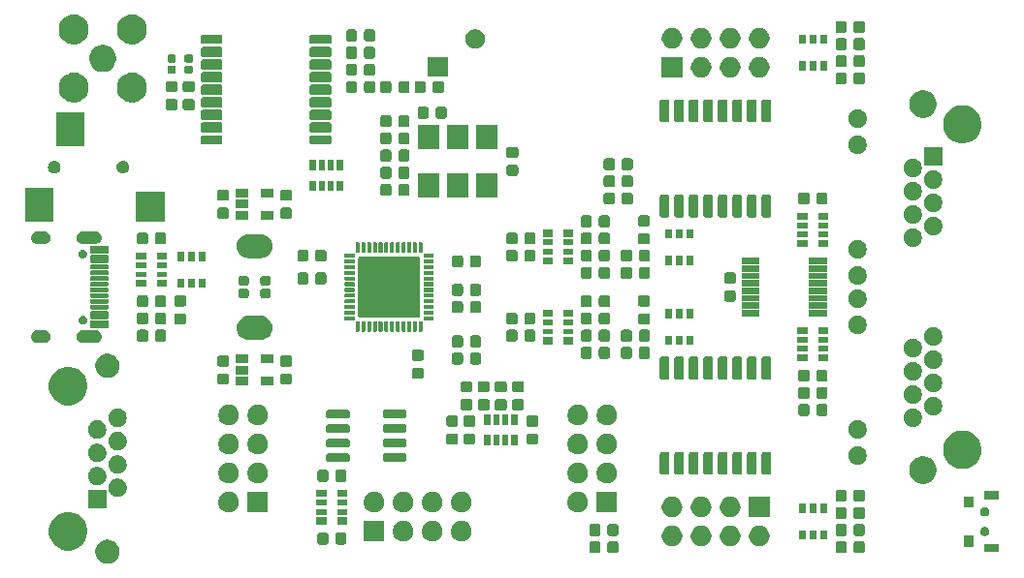
<source format=gbr>
G04 #@! TF.GenerationSoftware,KiCad,Pcbnew,5.1.5*
G04 #@! TF.CreationDate,2020-09-01T20:45:35+02:00*
G04 #@! TF.ProjectId,icE1usb,69634531-7573-4622-9e6b-696361645f70,1.0*
G04 #@! TF.SameCoordinates,Original*
G04 #@! TF.FileFunction,Soldermask,Top*
G04 #@! TF.FilePolarity,Negative*
%FSLAX46Y46*%
G04 Gerber Fmt 4.6, Leading zero omitted, Abs format (unit mm)*
G04 Created by KiCad (PCBNEW 5.1.5) date 2020-09-01 20:45:35*
%MOMM*%
%LPD*%
G04 APERTURE LIST*
%ADD10C,0.100000*%
G04 APERTURE END LIST*
D10*
G36*
X-35438965Y-22103450D02*
G01*
X-35303726Y-22130350D01*
X-35112638Y-22209502D01*
X-34940664Y-22324411D01*
X-34794411Y-22470664D01*
X-34679502Y-22642638D01*
X-34600350Y-22833726D01*
X-34598234Y-22844366D01*
X-34560000Y-23036582D01*
X-34560000Y-23243418D01*
X-34565387Y-23270499D01*
X-34600350Y-23446274D01*
X-34679502Y-23637362D01*
X-34794411Y-23809336D01*
X-34940664Y-23955589D01*
X-35112638Y-24070498D01*
X-35303726Y-24149650D01*
X-35438965Y-24176550D01*
X-35506582Y-24190000D01*
X-35713418Y-24190000D01*
X-35781035Y-24176550D01*
X-35916274Y-24149650D01*
X-36107362Y-24070498D01*
X-36279336Y-23955589D01*
X-36425589Y-23809336D01*
X-36540498Y-23637362D01*
X-36619650Y-23446274D01*
X-36654613Y-23270499D01*
X-36660000Y-23243418D01*
X-36660000Y-23036582D01*
X-36621766Y-22844366D01*
X-36619650Y-22833726D01*
X-36540498Y-22642638D01*
X-36425589Y-22470664D01*
X-36279336Y-22324411D01*
X-36107362Y-22209502D01*
X-35916274Y-22130350D01*
X-35781035Y-22103450D01*
X-35713418Y-22090000D01*
X-35506582Y-22090000D01*
X-35438965Y-22103450D01*
G37*
G36*
X30343858Y-22229501D02*
G01*
X30386037Y-22242296D01*
X30424902Y-22263069D01*
X30458971Y-22291029D01*
X30486931Y-22325098D01*
X30507704Y-22363963D01*
X30520499Y-22406142D01*
X30525000Y-22451838D01*
X30525000Y-23048162D01*
X30520499Y-23093858D01*
X30507704Y-23136037D01*
X30486931Y-23174902D01*
X30458971Y-23208971D01*
X30424902Y-23236931D01*
X30386037Y-23257704D01*
X30343858Y-23270499D01*
X30298162Y-23275000D01*
X29776838Y-23275000D01*
X29731142Y-23270499D01*
X29688963Y-23257704D01*
X29650098Y-23236931D01*
X29616029Y-23208971D01*
X29588069Y-23174902D01*
X29567296Y-23136037D01*
X29554501Y-23093858D01*
X29550000Y-23048162D01*
X29550000Y-22451838D01*
X29554501Y-22406142D01*
X29567296Y-22363963D01*
X29588069Y-22325098D01*
X29616029Y-22291029D01*
X29650098Y-22263069D01*
X29688963Y-22242296D01*
X29731142Y-22229501D01*
X29776838Y-22225000D01*
X30298162Y-22225000D01*
X30343858Y-22229501D01*
G37*
G36*
X7268858Y-22229501D02*
G01*
X7311037Y-22242296D01*
X7349902Y-22263069D01*
X7383971Y-22291029D01*
X7411931Y-22325098D01*
X7432704Y-22363963D01*
X7445499Y-22406142D01*
X7450000Y-22451838D01*
X7450000Y-23048162D01*
X7445499Y-23093858D01*
X7432704Y-23136037D01*
X7411931Y-23174902D01*
X7383971Y-23208971D01*
X7349902Y-23236931D01*
X7311037Y-23257704D01*
X7268858Y-23270499D01*
X7223162Y-23275000D01*
X6701838Y-23275000D01*
X6656142Y-23270499D01*
X6613963Y-23257704D01*
X6575098Y-23236931D01*
X6541029Y-23208971D01*
X6513069Y-23174902D01*
X6492296Y-23136037D01*
X6479501Y-23093858D01*
X6475000Y-23048162D01*
X6475000Y-22451838D01*
X6479501Y-22406142D01*
X6492296Y-22363963D01*
X6513069Y-22325098D01*
X6541029Y-22291029D01*
X6575098Y-22263069D01*
X6613963Y-22242296D01*
X6656142Y-22229501D01*
X6701838Y-22225000D01*
X7223162Y-22225000D01*
X7268858Y-22229501D01*
G37*
G36*
X28768858Y-22229501D02*
G01*
X28811037Y-22242296D01*
X28849902Y-22263069D01*
X28883971Y-22291029D01*
X28911931Y-22325098D01*
X28932704Y-22363963D01*
X28945499Y-22406142D01*
X28950000Y-22451838D01*
X28950000Y-23048162D01*
X28945499Y-23093858D01*
X28932704Y-23136037D01*
X28911931Y-23174902D01*
X28883971Y-23208971D01*
X28849902Y-23236931D01*
X28811037Y-23257704D01*
X28768858Y-23270499D01*
X28723162Y-23275000D01*
X28201838Y-23275000D01*
X28156142Y-23270499D01*
X28113963Y-23257704D01*
X28075098Y-23236931D01*
X28041029Y-23208971D01*
X28013069Y-23174902D01*
X27992296Y-23136037D01*
X27979501Y-23093858D01*
X27975000Y-23048162D01*
X27975000Y-22451838D01*
X27979501Y-22406142D01*
X27992296Y-22363963D01*
X28013069Y-22325098D01*
X28041029Y-22291029D01*
X28075098Y-22263069D01*
X28113963Y-22242296D01*
X28156142Y-22229501D01*
X28201838Y-22225000D01*
X28723162Y-22225000D01*
X28768858Y-22229501D01*
G37*
G36*
X8843858Y-22229501D02*
G01*
X8886037Y-22242296D01*
X8924902Y-22263069D01*
X8958971Y-22291029D01*
X8986931Y-22325098D01*
X9007704Y-22363963D01*
X9020499Y-22406142D01*
X9025000Y-22451838D01*
X9025000Y-23048162D01*
X9020499Y-23093858D01*
X9007704Y-23136037D01*
X8986931Y-23174902D01*
X8958971Y-23208971D01*
X8924902Y-23236931D01*
X8886037Y-23257704D01*
X8843858Y-23270499D01*
X8798162Y-23275000D01*
X8276838Y-23275000D01*
X8231142Y-23270499D01*
X8188963Y-23257704D01*
X8150098Y-23236931D01*
X8116029Y-23208971D01*
X8088069Y-23174902D01*
X8067296Y-23136037D01*
X8054501Y-23093858D01*
X8050000Y-23048162D01*
X8050000Y-22451838D01*
X8054501Y-22406142D01*
X8067296Y-22363963D01*
X8088069Y-22325098D01*
X8116029Y-22291029D01*
X8150098Y-22263069D01*
X8188963Y-22242296D01*
X8231142Y-22229501D01*
X8276838Y-22225000D01*
X8798162Y-22225000D01*
X8843858Y-22229501D01*
G37*
G36*
X42250000Y-23150000D02*
G01*
X40950000Y-23150000D01*
X40950000Y-22450000D01*
X42250000Y-22450000D01*
X42250000Y-23150000D01*
G37*
G36*
X-38551424Y-19749368D02*
G01*
X-38551423Y-19749368D01*
X-38551420Y-19749369D01*
X-38246590Y-19875634D01*
X-37972249Y-20058942D01*
X-37738942Y-20292249D01*
X-37555634Y-20566590D01*
X-37429369Y-20871420D01*
X-37429368Y-20871423D01*
X-37429368Y-20871424D01*
X-37365000Y-21195025D01*
X-37365000Y-21524975D01*
X-37414994Y-21776313D01*
X-37429369Y-21848580D01*
X-37555634Y-22153410D01*
X-37738942Y-22427751D01*
X-37972249Y-22661058D01*
X-38246590Y-22844366D01*
X-38551420Y-22970631D01*
X-38551423Y-22970632D01*
X-38551424Y-22970632D01*
X-38875025Y-23035000D01*
X-39204975Y-23035000D01*
X-39528576Y-22970632D01*
X-39528577Y-22970632D01*
X-39528580Y-22970631D01*
X-39833410Y-22844366D01*
X-40107751Y-22661058D01*
X-40341058Y-22427751D01*
X-40524366Y-22153410D01*
X-40650631Y-21848580D01*
X-40665006Y-21776313D01*
X-40715000Y-21524975D01*
X-40715000Y-21195025D01*
X-40650632Y-20871424D01*
X-40650632Y-20871423D01*
X-40650631Y-20871420D01*
X-40524366Y-20566590D01*
X-40341058Y-20292249D01*
X-40107751Y-20058942D01*
X-39833410Y-19875634D01*
X-39528580Y-19749369D01*
X-39528577Y-19749368D01*
X-39528576Y-19749368D01*
X-39204975Y-19685000D01*
X-38875025Y-19685000D01*
X-38551424Y-19749368D01*
G37*
G36*
X40050000Y-22700000D02*
G01*
X39150000Y-22700000D01*
X39150000Y-21700000D01*
X40050000Y-21700000D01*
X40050000Y-22700000D01*
G37*
G36*
X21473161Y-20884823D02*
G01*
X21572520Y-20904586D01*
X21736310Y-20972430D01*
X21883717Y-21070924D01*
X22009076Y-21196283D01*
X22107570Y-21343690D01*
X22175414Y-21507480D01*
X22188864Y-21575098D01*
X22210000Y-21681355D01*
X22210000Y-21858645D01*
X22197057Y-21923714D01*
X22175414Y-22032520D01*
X22107570Y-22196310D01*
X22009076Y-22343717D01*
X21883717Y-22469076D01*
X21736310Y-22567570D01*
X21572520Y-22635414D01*
X21473161Y-22655177D01*
X21398645Y-22670000D01*
X21221355Y-22670000D01*
X21146839Y-22655177D01*
X21047480Y-22635414D01*
X20883690Y-22567570D01*
X20736283Y-22469076D01*
X20610924Y-22343717D01*
X20512430Y-22196310D01*
X20444586Y-22032520D01*
X20422943Y-21923714D01*
X20410000Y-21858645D01*
X20410000Y-21681355D01*
X20431136Y-21575098D01*
X20444586Y-21507480D01*
X20512430Y-21343690D01*
X20610924Y-21196283D01*
X20736283Y-21070924D01*
X20883690Y-20972430D01*
X21047480Y-20904586D01*
X21146839Y-20884823D01*
X21221355Y-20870000D01*
X21398645Y-20870000D01*
X21473161Y-20884823D01*
G37*
G36*
X18933161Y-20884823D02*
G01*
X19032520Y-20904586D01*
X19196310Y-20972430D01*
X19343717Y-21070924D01*
X19469076Y-21196283D01*
X19567570Y-21343690D01*
X19635414Y-21507480D01*
X19648864Y-21575098D01*
X19670000Y-21681355D01*
X19670000Y-21858645D01*
X19657057Y-21923714D01*
X19635414Y-22032520D01*
X19567570Y-22196310D01*
X19469076Y-22343717D01*
X19343717Y-22469076D01*
X19196310Y-22567570D01*
X19032520Y-22635414D01*
X18933161Y-22655177D01*
X18858645Y-22670000D01*
X18681355Y-22670000D01*
X18606839Y-22655177D01*
X18507480Y-22635414D01*
X18343690Y-22567570D01*
X18196283Y-22469076D01*
X18070924Y-22343717D01*
X17972430Y-22196310D01*
X17904586Y-22032520D01*
X17882943Y-21923714D01*
X17870000Y-21858645D01*
X17870000Y-21681355D01*
X17891136Y-21575098D01*
X17904586Y-21507480D01*
X17972430Y-21343690D01*
X18070924Y-21196283D01*
X18196283Y-21070924D01*
X18343690Y-20972430D01*
X18507480Y-20904586D01*
X18606839Y-20884823D01*
X18681355Y-20870000D01*
X18858645Y-20870000D01*
X18933161Y-20884823D01*
G37*
G36*
X16393161Y-20884823D02*
G01*
X16492520Y-20904586D01*
X16656310Y-20972430D01*
X16803717Y-21070924D01*
X16929076Y-21196283D01*
X17027570Y-21343690D01*
X17095414Y-21507480D01*
X17108864Y-21575098D01*
X17130000Y-21681355D01*
X17130000Y-21858645D01*
X17117057Y-21923714D01*
X17095414Y-22032520D01*
X17027570Y-22196310D01*
X16929076Y-22343717D01*
X16803717Y-22469076D01*
X16656310Y-22567570D01*
X16492520Y-22635414D01*
X16393161Y-22655177D01*
X16318645Y-22670000D01*
X16141355Y-22670000D01*
X16066839Y-22655177D01*
X15967480Y-22635414D01*
X15803690Y-22567570D01*
X15656283Y-22469076D01*
X15530924Y-22343717D01*
X15432430Y-22196310D01*
X15364586Y-22032520D01*
X15342943Y-21923714D01*
X15330000Y-21858645D01*
X15330000Y-21681355D01*
X15351136Y-21575098D01*
X15364586Y-21507480D01*
X15432430Y-21343690D01*
X15530924Y-21196283D01*
X15656283Y-21070924D01*
X15803690Y-20972430D01*
X15967480Y-20904586D01*
X16066839Y-20884823D01*
X16141355Y-20870000D01*
X16318645Y-20870000D01*
X16393161Y-20884823D01*
G37*
G36*
X13853161Y-20884823D02*
G01*
X13952520Y-20904586D01*
X14116310Y-20972430D01*
X14263717Y-21070924D01*
X14389076Y-21196283D01*
X14487570Y-21343690D01*
X14555414Y-21507480D01*
X14568864Y-21575098D01*
X14590000Y-21681355D01*
X14590000Y-21858645D01*
X14577057Y-21923714D01*
X14555414Y-22032520D01*
X14487570Y-22196310D01*
X14389076Y-22343717D01*
X14263717Y-22469076D01*
X14116310Y-22567570D01*
X13952520Y-22635414D01*
X13853161Y-22655177D01*
X13778645Y-22670000D01*
X13601355Y-22670000D01*
X13526839Y-22655177D01*
X13427480Y-22635414D01*
X13263690Y-22567570D01*
X13116283Y-22469076D01*
X12990924Y-22343717D01*
X12892430Y-22196310D01*
X12824586Y-22032520D01*
X12802943Y-21923714D01*
X12790000Y-21858645D01*
X12790000Y-21681355D01*
X12811136Y-21575098D01*
X12824586Y-21507480D01*
X12892430Y-21343690D01*
X12990924Y-21196283D01*
X13116283Y-21070924D01*
X13263690Y-20972430D01*
X13427480Y-20904586D01*
X13526839Y-20884823D01*
X13601355Y-20870000D01*
X13778645Y-20870000D01*
X13853161Y-20884823D01*
G37*
G36*
X-14906142Y-21479501D02*
G01*
X-14863963Y-21492296D01*
X-14825098Y-21513069D01*
X-14791029Y-21541029D01*
X-14763069Y-21575098D01*
X-14742296Y-21613963D01*
X-14729501Y-21656142D01*
X-14725000Y-21701838D01*
X-14725000Y-22298162D01*
X-14729501Y-22343858D01*
X-14742296Y-22386037D01*
X-14763069Y-22424902D01*
X-14791029Y-22458971D01*
X-14825098Y-22486931D01*
X-14863963Y-22507704D01*
X-14906142Y-22520499D01*
X-14951838Y-22525000D01*
X-15473162Y-22525000D01*
X-15518858Y-22520499D01*
X-15561037Y-22507704D01*
X-15599902Y-22486931D01*
X-15633971Y-22458971D01*
X-15661931Y-22424902D01*
X-15682704Y-22386037D01*
X-15695499Y-22343858D01*
X-15700000Y-22298162D01*
X-15700000Y-21701838D01*
X-15695499Y-21656142D01*
X-15682704Y-21613963D01*
X-15661931Y-21575098D01*
X-15633971Y-21541029D01*
X-15599902Y-21513069D01*
X-15561037Y-21492296D01*
X-15518858Y-21479501D01*
X-15473162Y-21475000D01*
X-14951838Y-21475000D01*
X-14906142Y-21479501D01*
G37*
G36*
X-16481142Y-21479501D02*
G01*
X-16438963Y-21492296D01*
X-16400098Y-21513069D01*
X-16366029Y-21541029D01*
X-16338069Y-21575098D01*
X-16317296Y-21613963D01*
X-16304501Y-21656142D01*
X-16300000Y-21701838D01*
X-16300000Y-22298162D01*
X-16304501Y-22343858D01*
X-16317296Y-22386037D01*
X-16338069Y-22424902D01*
X-16366029Y-22458971D01*
X-16400098Y-22486931D01*
X-16438963Y-22507704D01*
X-16481142Y-22520499D01*
X-16526838Y-22525000D01*
X-17048162Y-22525000D01*
X-17093858Y-22520499D01*
X-17136037Y-22507704D01*
X-17174902Y-22486931D01*
X-17208971Y-22458971D01*
X-17236931Y-22424902D01*
X-17257704Y-22386037D01*
X-17270499Y-22343858D01*
X-17275000Y-22298162D01*
X-17275000Y-21701838D01*
X-17270499Y-21656142D01*
X-17257704Y-21613963D01*
X-17236931Y-21575098D01*
X-17208971Y-21541029D01*
X-17174902Y-21513069D01*
X-17136037Y-21492296D01*
X-17093858Y-21479501D01*
X-17048162Y-21475000D01*
X-16526838Y-21475000D01*
X-16481142Y-21479501D01*
G37*
G36*
X-9616839Y-20464823D02*
G01*
X-9517480Y-20484586D01*
X-9353690Y-20552430D01*
X-9206283Y-20650924D01*
X-9080924Y-20776283D01*
X-8982430Y-20923690D01*
X-8914586Y-21087480D01*
X-8909109Y-21115016D01*
X-8880000Y-21261355D01*
X-8880000Y-21438645D01*
X-8893693Y-21507484D01*
X-8914586Y-21612520D01*
X-8982430Y-21776310D01*
X-9080924Y-21923717D01*
X-9206283Y-22049076D01*
X-9353690Y-22147570D01*
X-9517480Y-22215414D01*
X-9616839Y-22235177D01*
X-9691355Y-22250000D01*
X-9868645Y-22250000D01*
X-9943161Y-22235177D01*
X-10042520Y-22215414D01*
X-10206310Y-22147570D01*
X-10353717Y-22049076D01*
X-10479076Y-21923717D01*
X-10577570Y-21776310D01*
X-10645414Y-21612520D01*
X-10666307Y-21507484D01*
X-10680000Y-21438645D01*
X-10680000Y-21261355D01*
X-10650891Y-21115016D01*
X-10645414Y-21087480D01*
X-10577570Y-20923690D01*
X-10479076Y-20776283D01*
X-10353717Y-20650924D01*
X-10206310Y-20552430D01*
X-10042520Y-20484586D01*
X-9943161Y-20464823D01*
X-9868645Y-20450000D01*
X-9691355Y-20450000D01*
X-9616839Y-20464823D01*
G37*
G36*
X-4536839Y-20464823D02*
G01*
X-4437480Y-20484586D01*
X-4273690Y-20552430D01*
X-4126283Y-20650924D01*
X-4000924Y-20776283D01*
X-3902430Y-20923690D01*
X-3834586Y-21087480D01*
X-3829109Y-21115016D01*
X-3800000Y-21261355D01*
X-3800000Y-21438645D01*
X-3813693Y-21507484D01*
X-3834586Y-21612520D01*
X-3902430Y-21776310D01*
X-4000924Y-21923717D01*
X-4126283Y-22049076D01*
X-4273690Y-22147570D01*
X-4437480Y-22215414D01*
X-4536839Y-22235177D01*
X-4611355Y-22250000D01*
X-4788645Y-22250000D01*
X-4863161Y-22235177D01*
X-4962520Y-22215414D01*
X-5126310Y-22147570D01*
X-5273717Y-22049076D01*
X-5399076Y-21923717D01*
X-5497570Y-21776310D01*
X-5565414Y-21612520D01*
X-5586307Y-21507484D01*
X-5600000Y-21438645D01*
X-5600000Y-21261355D01*
X-5570891Y-21115016D01*
X-5565414Y-21087480D01*
X-5497570Y-20923690D01*
X-5399076Y-20776283D01*
X-5273717Y-20650924D01*
X-5126310Y-20552430D01*
X-4962520Y-20484586D01*
X-4863161Y-20464823D01*
X-4788645Y-20450000D01*
X-4611355Y-20450000D01*
X-4536839Y-20464823D01*
G37*
G36*
X-7076839Y-20464823D02*
G01*
X-6977480Y-20484586D01*
X-6813690Y-20552430D01*
X-6666283Y-20650924D01*
X-6540924Y-20776283D01*
X-6442430Y-20923690D01*
X-6374586Y-21087480D01*
X-6369109Y-21115016D01*
X-6340000Y-21261355D01*
X-6340000Y-21438645D01*
X-6353693Y-21507484D01*
X-6374586Y-21612520D01*
X-6442430Y-21776310D01*
X-6540924Y-21923717D01*
X-6666283Y-22049076D01*
X-6813690Y-22147570D01*
X-6977480Y-22215414D01*
X-7076839Y-22235177D01*
X-7151355Y-22250000D01*
X-7328645Y-22250000D01*
X-7403161Y-22235177D01*
X-7502520Y-22215414D01*
X-7666310Y-22147570D01*
X-7813717Y-22049076D01*
X-7939076Y-21923717D01*
X-8037570Y-21776310D01*
X-8105414Y-21612520D01*
X-8126307Y-21507484D01*
X-8140000Y-21438645D01*
X-8140000Y-21261355D01*
X-8110891Y-21115016D01*
X-8105414Y-21087480D01*
X-8037570Y-20923690D01*
X-7939076Y-20776283D01*
X-7813717Y-20650924D01*
X-7666310Y-20552430D01*
X-7502520Y-20484586D01*
X-7403161Y-20464823D01*
X-7328645Y-20450000D01*
X-7151355Y-20450000D01*
X-7076839Y-20464823D01*
G37*
G36*
X-11420000Y-22250000D02*
G01*
X-13220000Y-22250000D01*
X-13220000Y-20450000D01*
X-11420000Y-20450000D01*
X-11420000Y-22250000D01*
G37*
G36*
X26305000Y-22060000D02*
G01*
X25695000Y-22060000D01*
X25695000Y-21260000D01*
X26305000Y-21260000D01*
X26305000Y-22060000D01*
G37*
G36*
X27255000Y-22060000D02*
G01*
X26645000Y-22060000D01*
X26645000Y-21260000D01*
X27255000Y-21260000D01*
X27255000Y-22060000D01*
G37*
G36*
X25355000Y-22060000D02*
G01*
X24745000Y-22060000D01*
X24745000Y-21260000D01*
X25355000Y-21260000D01*
X25355000Y-22060000D01*
G37*
G36*
X30343858Y-20729501D02*
G01*
X30386037Y-20742296D01*
X30424902Y-20763069D01*
X30458971Y-20791029D01*
X30486931Y-20825098D01*
X30507704Y-20863963D01*
X30520499Y-20906142D01*
X30525000Y-20951838D01*
X30525000Y-21548162D01*
X30520499Y-21593858D01*
X30507704Y-21636037D01*
X30486931Y-21674902D01*
X30458971Y-21708971D01*
X30424902Y-21736931D01*
X30386037Y-21757704D01*
X30343858Y-21770499D01*
X30298162Y-21775000D01*
X29776838Y-21775000D01*
X29731142Y-21770499D01*
X29688963Y-21757704D01*
X29650098Y-21736931D01*
X29616029Y-21708971D01*
X29588069Y-21674902D01*
X29567296Y-21636037D01*
X29554501Y-21593858D01*
X29550000Y-21548162D01*
X29550000Y-20951838D01*
X29554501Y-20906142D01*
X29567296Y-20863963D01*
X29588069Y-20825098D01*
X29616029Y-20791029D01*
X29650098Y-20763069D01*
X29688963Y-20742296D01*
X29731142Y-20729501D01*
X29776838Y-20725000D01*
X30298162Y-20725000D01*
X30343858Y-20729501D01*
G37*
G36*
X7268858Y-20729501D02*
G01*
X7311037Y-20742296D01*
X7349902Y-20763069D01*
X7383971Y-20791029D01*
X7411931Y-20825098D01*
X7432704Y-20863963D01*
X7445499Y-20906142D01*
X7450000Y-20951838D01*
X7450000Y-21548162D01*
X7445499Y-21593858D01*
X7432704Y-21636037D01*
X7411931Y-21674902D01*
X7383971Y-21708971D01*
X7349902Y-21736931D01*
X7311037Y-21757704D01*
X7268858Y-21770499D01*
X7223162Y-21775000D01*
X6701838Y-21775000D01*
X6656142Y-21770499D01*
X6613963Y-21757704D01*
X6575098Y-21736931D01*
X6541029Y-21708971D01*
X6513069Y-21674902D01*
X6492296Y-21636037D01*
X6479501Y-21593858D01*
X6475000Y-21548162D01*
X6475000Y-20951838D01*
X6479501Y-20906142D01*
X6492296Y-20863963D01*
X6513069Y-20825098D01*
X6541029Y-20791029D01*
X6575098Y-20763069D01*
X6613963Y-20742296D01*
X6656142Y-20729501D01*
X6701838Y-20725000D01*
X7223162Y-20725000D01*
X7268858Y-20729501D01*
G37*
G36*
X8843858Y-20729501D02*
G01*
X8886037Y-20742296D01*
X8924902Y-20763069D01*
X8958971Y-20791029D01*
X8986931Y-20825098D01*
X9007704Y-20863963D01*
X9020499Y-20906142D01*
X9025000Y-20951838D01*
X9025000Y-21548162D01*
X9020499Y-21593858D01*
X9007704Y-21636037D01*
X8986931Y-21674902D01*
X8958971Y-21708971D01*
X8924902Y-21736931D01*
X8886037Y-21757704D01*
X8843858Y-21770499D01*
X8798162Y-21775000D01*
X8276838Y-21775000D01*
X8231142Y-21770499D01*
X8188963Y-21757704D01*
X8150098Y-21736931D01*
X8116029Y-21708971D01*
X8088069Y-21674902D01*
X8067296Y-21636037D01*
X8054501Y-21593858D01*
X8050000Y-21548162D01*
X8050000Y-20951838D01*
X8054501Y-20906142D01*
X8067296Y-20863963D01*
X8088069Y-20825098D01*
X8116029Y-20791029D01*
X8150098Y-20763069D01*
X8188963Y-20742296D01*
X8231142Y-20729501D01*
X8276838Y-20725000D01*
X8798162Y-20725000D01*
X8843858Y-20729501D01*
G37*
G36*
X28768858Y-20729501D02*
G01*
X28811037Y-20742296D01*
X28849902Y-20763069D01*
X28883971Y-20791029D01*
X28911931Y-20825098D01*
X28932704Y-20863963D01*
X28945499Y-20906142D01*
X28950000Y-20951838D01*
X28950000Y-21548162D01*
X28945499Y-21593858D01*
X28932704Y-21636037D01*
X28911931Y-21674902D01*
X28883971Y-21708971D01*
X28849902Y-21736931D01*
X28811037Y-21757704D01*
X28768858Y-21770499D01*
X28723162Y-21775000D01*
X28201838Y-21775000D01*
X28156142Y-21770499D01*
X28113963Y-21757704D01*
X28075098Y-21736931D01*
X28041029Y-21708971D01*
X28013069Y-21674902D01*
X27992296Y-21636037D01*
X27979501Y-21593858D01*
X27975000Y-21548162D01*
X27975000Y-20951838D01*
X27979501Y-20906142D01*
X27992296Y-20863963D01*
X28013069Y-20825098D01*
X28041029Y-20791029D01*
X28075098Y-20763069D01*
X28113963Y-20742296D01*
X28156142Y-20729501D01*
X28201838Y-20725000D01*
X28723162Y-20725000D01*
X28768858Y-20729501D01*
G37*
G36*
X41116673Y-20985371D02*
G01*
X41116675Y-20985372D01*
X41116676Y-20985372D01*
X41143566Y-20996510D01*
X41189472Y-21015525D01*
X41254984Y-21059299D01*
X41310701Y-21115016D01*
X41354475Y-21180528D01*
X41384629Y-21253327D01*
X41400000Y-21330601D01*
X41400000Y-21409399D01*
X41384629Y-21486673D01*
X41354475Y-21559472D01*
X41310701Y-21624984D01*
X41254984Y-21680701D01*
X41189472Y-21724475D01*
X41166667Y-21733921D01*
X41116676Y-21754628D01*
X41116675Y-21754628D01*
X41116673Y-21754629D01*
X41039399Y-21770000D01*
X40960601Y-21770000D01*
X40883327Y-21754629D01*
X40883325Y-21754628D01*
X40883324Y-21754628D01*
X40833333Y-21733921D01*
X40810528Y-21724475D01*
X40745016Y-21680701D01*
X40689299Y-21624984D01*
X40645525Y-21559472D01*
X40615371Y-21486673D01*
X40600000Y-21409399D01*
X40600000Y-21330601D01*
X40615371Y-21253327D01*
X40645525Y-21180528D01*
X40689299Y-21115016D01*
X40745016Y-21059299D01*
X40810528Y-21015525D01*
X40856434Y-20996510D01*
X40883324Y-20985372D01*
X40883325Y-20985372D01*
X40883327Y-20985371D01*
X40960601Y-20970000D01*
X41039399Y-20970000D01*
X41116673Y-20985371D01*
G37*
G36*
X-14650000Y-20750000D02*
G01*
X-15550000Y-20750000D01*
X-15550000Y-20150000D01*
X-14650000Y-20150000D01*
X-14650000Y-20750000D01*
G37*
G36*
X-16450000Y-20750000D02*
G01*
X-17350000Y-20750000D01*
X-17350000Y-20150000D01*
X-16450000Y-20150000D01*
X-16450000Y-20750000D01*
G37*
G36*
X30343858Y-19229501D02*
G01*
X30386037Y-19242296D01*
X30424902Y-19263069D01*
X30458971Y-19291029D01*
X30486931Y-19325098D01*
X30507704Y-19363963D01*
X30520499Y-19406142D01*
X30525000Y-19451838D01*
X30525000Y-20048162D01*
X30520499Y-20093858D01*
X30507704Y-20136037D01*
X30486931Y-20174902D01*
X30458971Y-20208971D01*
X30424902Y-20236931D01*
X30386037Y-20257704D01*
X30343858Y-20270499D01*
X30298162Y-20275000D01*
X29776838Y-20275000D01*
X29731142Y-20270499D01*
X29688963Y-20257704D01*
X29650098Y-20236931D01*
X29616029Y-20208971D01*
X29588069Y-20174902D01*
X29567296Y-20136037D01*
X29554501Y-20093858D01*
X29550000Y-20048162D01*
X29550000Y-19451838D01*
X29554501Y-19406142D01*
X29567296Y-19363963D01*
X29588069Y-19325098D01*
X29616029Y-19291029D01*
X29650098Y-19263069D01*
X29688963Y-19242296D01*
X29731142Y-19229501D01*
X29776838Y-19225000D01*
X30298162Y-19225000D01*
X30343858Y-19229501D01*
G37*
G36*
X28768858Y-19229501D02*
G01*
X28811037Y-19242296D01*
X28849902Y-19263069D01*
X28883971Y-19291029D01*
X28911931Y-19325098D01*
X28932704Y-19363963D01*
X28945499Y-19406142D01*
X28950000Y-19451838D01*
X28950000Y-20048162D01*
X28945499Y-20093858D01*
X28932704Y-20136037D01*
X28911931Y-20174902D01*
X28883971Y-20208971D01*
X28849902Y-20236931D01*
X28811037Y-20257704D01*
X28768858Y-20270499D01*
X28723162Y-20275000D01*
X28201838Y-20275000D01*
X28156142Y-20270499D01*
X28113963Y-20257704D01*
X28075098Y-20236931D01*
X28041029Y-20208971D01*
X28013069Y-20174902D01*
X27992296Y-20136037D01*
X27979501Y-20093858D01*
X27975000Y-20048162D01*
X27975000Y-19451838D01*
X27979501Y-19406142D01*
X27992296Y-19363963D01*
X28013069Y-19325098D01*
X28041029Y-19291029D01*
X28075098Y-19263069D01*
X28113963Y-19242296D01*
X28156142Y-19229501D01*
X28201838Y-19225000D01*
X28723162Y-19225000D01*
X28768858Y-19229501D01*
G37*
G36*
X22210000Y-20130000D02*
G01*
X20410000Y-20130000D01*
X20410000Y-18330000D01*
X22210000Y-18330000D01*
X22210000Y-20130000D01*
G37*
G36*
X18933161Y-18344823D02*
G01*
X19032520Y-18364586D01*
X19196310Y-18432430D01*
X19343717Y-18530924D01*
X19469076Y-18656283D01*
X19567570Y-18803690D01*
X19635414Y-18967480D01*
X19655177Y-19066839D01*
X19670000Y-19141355D01*
X19670000Y-19318645D01*
X19658696Y-19375471D01*
X19635414Y-19492520D01*
X19567570Y-19656310D01*
X19469076Y-19803717D01*
X19343717Y-19929076D01*
X19196310Y-20027570D01*
X19032520Y-20095414D01*
X18933161Y-20115177D01*
X18858645Y-20130000D01*
X18681355Y-20130000D01*
X18606839Y-20115177D01*
X18507480Y-20095414D01*
X18343690Y-20027570D01*
X18196283Y-19929076D01*
X18070924Y-19803717D01*
X17972430Y-19656310D01*
X17904586Y-19492520D01*
X17881304Y-19375471D01*
X17870000Y-19318645D01*
X17870000Y-19141355D01*
X17884823Y-19066839D01*
X17904586Y-18967480D01*
X17972430Y-18803690D01*
X18070924Y-18656283D01*
X18196283Y-18530924D01*
X18343690Y-18432430D01*
X18507480Y-18364586D01*
X18606839Y-18344823D01*
X18681355Y-18330000D01*
X18858645Y-18330000D01*
X18933161Y-18344823D01*
G37*
G36*
X13853161Y-18344823D02*
G01*
X13952520Y-18364586D01*
X14116310Y-18432430D01*
X14263717Y-18530924D01*
X14389076Y-18656283D01*
X14487570Y-18803690D01*
X14555414Y-18967480D01*
X14575177Y-19066839D01*
X14590000Y-19141355D01*
X14590000Y-19318645D01*
X14578696Y-19375471D01*
X14555414Y-19492520D01*
X14487570Y-19656310D01*
X14389076Y-19803717D01*
X14263717Y-19929076D01*
X14116310Y-20027570D01*
X13952520Y-20095414D01*
X13853161Y-20115177D01*
X13778645Y-20130000D01*
X13601355Y-20130000D01*
X13526839Y-20115177D01*
X13427480Y-20095414D01*
X13263690Y-20027570D01*
X13116283Y-19929076D01*
X12990924Y-19803717D01*
X12892430Y-19656310D01*
X12824586Y-19492520D01*
X12801304Y-19375471D01*
X12790000Y-19318645D01*
X12790000Y-19141355D01*
X12804823Y-19066839D01*
X12824586Y-18967480D01*
X12892430Y-18803690D01*
X12990924Y-18656283D01*
X13116283Y-18530924D01*
X13263690Y-18432430D01*
X13427480Y-18364586D01*
X13526839Y-18344823D01*
X13601355Y-18330000D01*
X13778645Y-18330000D01*
X13853161Y-18344823D01*
G37*
G36*
X16393161Y-18344823D02*
G01*
X16492520Y-18364586D01*
X16656310Y-18432430D01*
X16803717Y-18530924D01*
X16929076Y-18656283D01*
X17027570Y-18803690D01*
X17095414Y-18967480D01*
X17115177Y-19066839D01*
X17130000Y-19141355D01*
X17130000Y-19318645D01*
X17118696Y-19375471D01*
X17095414Y-19492520D01*
X17027570Y-19656310D01*
X16929076Y-19803717D01*
X16803717Y-19929076D01*
X16656310Y-20027570D01*
X16492520Y-20095414D01*
X16393161Y-20115177D01*
X16318645Y-20130000D01*
X16141355Y-20130000D01*
X16066839Y-20115177D01*
X15967480Y-20095414D01*
X15803690Y-20027570D01*
X15656283Y-19929076D01*
X15530924Y-19803717D01*
X15432430Y-19656310D01*
X15364586Y-19492520D01*
X15341304Y-19375471D01*
X15330000Y-19318645D01*
X15330000Y-19141355D01*
X15344823Y-19066839D01*
X15364586Y-18967480D01*
X15432430Y-18803690D01*
X15530924Y-18656283D01*
X15656283Y-18530924D01*
X15803690Y-18432430D01*
X15967480Y-18364586D01*
X16066839Y-18344823D01*
X16141355Y-18330000D01*
X16318645Y-18330000D01*
X16393161Y-18344823D01*
G37*
G36*
X41116673Y-19265371D02*
G01*
X41116675Y-19265372D01*
X41116676Y-19265372D01*
X41143566Y-19276510D01*
X41189472Y-19295525D01*
X41254984Y-19339299D01*
X41310701Y-19395016D01*
X41354475Y-19460528D01*
X41384629Y-19533327D01*
X41400000Y-19610601D01*
X41400000Y-19689399D01*
X41384629Y-19766673D01*
X41354475Y-19839472D01*
X41310701Y-19904984D01*
X41254984Y-19960701D01*
X41189472Y-20004475D01*
X41143566Y-20023490D01*
X41116676Y-20034628D01*
X41116675Y-20034628D01*
X41116673Y-20034629D01*
X41039399Y-20050000D01*
X40960601Y-20050000D01*
X40883327Y-20034629D01*
X40883325Y-20034628D01*
X40883324Y-20034628D01*
X40856434Y-20023490D01*
X40810528Y-20004475D01*
X40745016Y-19960701D01*
X40689299Y-19904984D01*
X40645525Y-19839472D01*
X40615371Y-19766673D01*
X40600000Y-19689399D01*
X40600000Y-19610601D01*
X40615371Y-19533327D01*
X40645525Y-19460528D01*
X40689299Y-19395016D01*
X40745016Y-19339299D01*
X40810528Y-19295525D01*
X40856434Y-19276510D01*
X40883324Y-19265372D01*
X40883325Y-19265372D01*
X40883327Y-19265371D01*
X40960601Y-19250000D01*
X41039399Y-19250000D01*
X41116673Y-19265371D01*
G37*
G36*
X-16450000Y-19900000D02*
G01*
X-17350000Y-19900000D01*
X-17350000Y-19400000D01*
X-16450000Y-19400000D01*
X-16450000Y-19900000D01*
G37*
G36*
X-14650000Y-19900000D02*
G01*
X-15550000Y-19900000D01*
X-15550000Y-19400000D01*
X-14650000Y-19400000D01*
X-14650000Y-19900000D01*
G37*
G36*
X25355000Y-19740000D02*
G01*
X24745000Y-19740000D01*
X24745000Y-18940000D01*
X25355000Y-18940000D01*
X25355000Y-19740000D01*
G37*
G36*
X27255000Y-19740000D02*
G01*
X26645000Y-19740000D01*
X26645000Y-18940000D01*
X27255000Y-18940000D01*
X27255000Y-19740000D01*
G37*
G36*
X26305000Y-19740000D02*
G01*
X25695000Y-19740000D01*
X25695000Y-18940000D01*
X26305000Y-18940000D01*
X26305000Y-19740000D01*
G37*
G36*
X-4536839Y-17924823D02*
G01*
X-4437480Y-17944586D01*
X-4273690Y-18012430D01*
X-4126283Y-18110924D01*
X-4000924Y-18236283D01*
X-3902430Y-18383690D01*
X-3834586Y-18547480D01*
X-3819260Y-18624529D01*
X-3800000Y-18721355D01*
X-3800000Y-18898645D01*
X-3813693Y-18967484D01*
X-3834586Y-19072520D01*
X-3902430Y-19236310D01*
X-4000924Y-19383717D01*
X-4126283Y-19509076D01*
X-4273690Y-19607570D01*
X-4437480Y-19675414D01*
X-4536839Y-19695177D01*
X-4611355Y-19710000D01*
X-4788645Y-19710000D01*
X-4863161Y-19695177D01*
X-4962520Y-19675414D01*
X-5126310Y-19607570D01*
X-5273717Y-19509076D01*
X-5399076Y-19383717D01*
X-5497570Y-19236310D01*
X-5565414Y-19072520D01*
X-5586307Y-18967484D01*
X-5600000Y-18898645D01*
X-5600000Y-18721355D01*
X-5580740Y-18624529D01*
X-5565414Y-18547480D01*
X-5497570Y-18383690D01*
X-5399076Y-18236283D01*
X-5273717Y-18110924D01*
X-5126310Y-18012430D01*
X-4962520Y-17944586D01*
X-4863161Y-17924823D01*
X-4788645Y-17910000D01*
X-4611355Y-17910000D01*
X-4536839Y-17924823D01*
G37*
G36*
X-7076839Y-17924823D02*
G01*
X-6977480Y-17944586D01*
X-6813690Y-18012430D01*
X-6666283Y-18110924D01*
X-6540924Y-18236283D01*
X-6442430Y-18383690D01*
X-6374586Y-18547480D01*
X-6359260Y-18624529D01*
X-6340000Y-18721355D01*
X-6340000Y-18898645D01*
X-6353693Y-18967484D01*
X-6374586Y-19072520D01*
X-6442430Y-19236310D01*
X-6540924Y-19383717D01*
X-6666283Y-19509076D01*
X-6813690Y-19607570D01*
X-6977480Y-19675414D01*
X-7076839Y-19695177D01*
X-7151355Y-19710000D01*
X-7328645Y-19710000D01*
X-7403161Y-19695177D01*
X-7502520Y-19675414D01*
X-7666310Y-19607570D01*
X-7813717Y-19509076D01*
X-7939076Y-19383717D01*
X-8037570Y-19236310D01*
X-8105414Y-19072520D01*
X-8126307Y-18967484D01*
X-8140000Y-18898645D01*
X-8140000Y-18721355D01*
X-8120740Y-18624529D01*
X-8105414Y-18547480D01*
X-8037570Y-18383690D01*
X-7939076Y-18236283D01*
X-7813717Y-18110924D01*
X-7666310Y-18012430D01*
X-7502520Y-17944586D01*
X-7403161Y-17924823D01*
X-7328645Y-17910000D01*
X-7151355Y-17910000D01*
X-7076839Y-17924823D01*
G37*
G36*
X-9616839Y-17924823D02*
G01*
X-9517480Y-17944586D01*
X-9353690Y-18012430D01*
X-9206283Y-18110924D01*
X-9080924Y-18236283D01*
X-8982430Y-18383690D01*
X-8914586Y-18547480D01*
X-8899260Y-18624529D01*
X-8880000Y-18721355D01*
X-8880000Y-18898645D01*
X-8893693Y-18967484D01*
X-8914586Y-19072520D01*
X-8982430Y-19236310D01*
X-9080924Y-19383717D01*
X-9206283Y-19509076D01*
X-9353690Y-19607570D01*
X-9517480Y-19675414D01*
X-9616839Y-19695177D01*
X-9691355Y-19710000D01*
X-9868645Y-19710000D01*
X-9943161Y-19695177D01*
X-10042520Y-19675414D01*
X-10206310Y-19607570D01*
X-10353717Y-19509076D01*
X-10479076Y-19383717D01*
X-10577570Y-19236310D01*
X-10645414Y-19072520D01*
X-10666307Y-18967484D01*
X-10680000Y-18898645D01*
X-10680000Y-18721355D01*
X-10660740Y-18624529D01*
X-10645414Y-18547480D01*
X-10577570Y-18383690D01*
X-10479076Y-18236283D01*
X-10353717Y-18110924D01*
X-10206310Y-18012430D01*
X-10042520Y-17944586D01*
X-9943161Y-17924823D01*
X-9868645Y-17910000D01*
X-9691355Y-17910000D01*
X-9616839Y-17924823D01*
G37*
G36*
X-12156839Y-17924823D02*
G01*
X-12057480Y-17944586D01*
X-11893690Y-18012430D01*
X-11746283Y-18110924D01*
X-11620924Y-18236283D01*
X-11522430Y-18383690D01*
X-11454586Y-18547480D01*
X-11439260Y-18624529D01*
X-11420000Y-18721355D01*
X-11420000Y-18898645D01*
X-11433693Y-18967484D01*
X-11454586Y-19072520D01*
X-11522430Y-19236310D01*
X-11620924Y-19383717D01*
X-11746283Y-19509076D01*
X-11893690Y-19607570D01*
X-12057480Y-19675414D01*
X-12156839Y-19695177D01*
X-12231355Y-19710000D01*
X-12408645Y-19710000D01*
X-12483161Y-19695177D01*
X-12582520Y-19675414D01*
X-12746310Y-19607570D01*
X-12893717Y-19509076D01*
X-13019076Y-19383717D01*
X-13117570Y-19236310D01*
X-13185414Y-19072520D01*
X-13206307Y-18967484D01*
X-13220000Y-18898645D01*
X-13220000Y-18721355D01*
X-13200740Y-18624529D01*
X-13185414Y-18547480D01*
X-13117570Y-18383690D01*
X-13019076Y-18236283D01*
X-12893717Y-18110924D01*
X-12746310Y-18012430D01*
X-12582520Y-17944586D01*
X-12483161Y-17924823D01*
X-12408645Y-17910000D01*
X-12231355Y-17910000D01*
X-12156839Y-17924823D01*
G37*
G36*
X-21580000Y-19710000D02*
G01*
X-23380000Y-19710000D01*
X-23380000Y-17910000D01*
X-21580000Y-17910000D01*
X-21580000Y-19710000D01*
G37*
G36*
X-24856839Y-17924823D02*
G01*
X-24757480Y-17944586D01*
X-24593690Y-18012430D01*
X-24446283Y-18110924D01*
X-24320924Y-18236283D01*
X-24222430Y-18383690D01*
X-24154586Y-18547480D01*
X-24139260Y-18624529D01*
X-24120000Y-18721355D01*
X-24120000Y-18898645D01*
X-24133693Y-18967484D01*
X-24154586Y-19072520D01*
X-24222430Y-19236310D01*
X-24320924Y-19383717D01*
X-24446283Y-19509076D01*
X-24593690Y-19607570D01*
X-24757480Y-19675414D01*
X-24856839Y-19695177D01*
X-24931355Y-19710000D01*
X-25108645Y-19710000D01*
X-25183161Y-19695177D01*
X-25282520Y-19675414D01*
X-25446310Y-19607570D01*
X-25593717Y-19509076D01*
X-25719076Y-19383717D01*
X-25817570Y-19236310D01*
X-25885414Y-19072520D01*
X-25906307Y-18967484D01*
X-25920000Y-18898645D01*
X-25920000Y-18721355D01*
X-25900740Y-18624529D01*
X-25885414Y-18547480D01*
X-25817570Y-18383690D01*
X-25719076Y-18236283D01*
X-25593717Y-18110924D01*
X-25446310Y-18012430D01*
X-25282520Y-17944586D01*
X-25183161Y-17924823D01*
X-25108645Y-17910000D01*
X-24931355Y-17910000D01*
X-24856839Y-17924823D01*
G37*
G36*
X5623161Y-17924823D02*
G01*
X5722520Y-17944586D01*
X5886310Y-18012430D01*
X6033717Y-18110924D01*
X6159076Y-18236283D01*
X6257570Y-18383690D01*
X6325414Y-18547480D01*
X6340740Y-18624529D01*
X6360000Y-18721355D01*
X6360000Y-18898645D01*
X6346307Y-18967484D01*
X6325414Y-19072520D01*
X6257570Y-19236310D01*
X6159076Y-19383717D01*
X6033717Y-19509076D01*
X5886310Y-19607570D01*
X5722520Y-19675414D01*
X5623161Y-19695177D01*
X5548645Y-19710000D01*
X5371355Y-19710000D01*
X5296839Y-19695177D01*
X5197480Y-19675414D01*
X5033690Y-19607570D01*
X4886283Y-19509076D01*
X4760924Y-19383717D01*
X4662430Y-19236310D01*
X4594586Y-19072520D01*
X4573693Y-18967484D01*
X4560000Y-18898645D01*
X4560000Y-18721355D01*
X4579260Y-18624529D01*
X4594586Y-18547480D01*
X4662430Y-18383690D01*
X4760924Y-18236283D01*
X4886283Y-18110924D01*
X5033690Y-18012430D01*
X5197480Y-17944586D01*
X5296839Y-17924823D01*
X5371355Y-17910000D01*
X5548645Y-17910000D01*
X5623161Y-17924823D01*
G37*
G36*
X8900000Y-19710000D02*
G01*
X7100000Y-19710000D01*
X7100000Y-17910000D01*
X8900000Y-17910000D01*
X8900000Y-19710000D01*
G37*
G36*
X-35700000Y-19370000D02*
G01*
X-37300000Y-19370000D01*
X-37300000Y-17770000D01*
X-35700000Y-17770000D01*
X-35700000Y-19370000D01*
G37*
G36*
X40050000Y-19300000D02*
G01*
X39150000Y-19300000D01*
X39150000Y-18300000D01*
X40050000Y-18300000D01*
X40050000Y-19300000D01*
G37*
G36*
X-14650000Y-19100000D02*
G01*
X-15550000Y-19100000D01*
X-15550000Y-18600000D01*
X-14650000Y-18600000D01*
X-14650000Y-19100000D01*
G37*
G36*
X-16450000Y-19100000D02*
G01*
X-17350000Y-19100000D01*
X-17350000Y-18600000D01*
X-16450000Y-18600000D01*
X-16450000Y-19100000D01*
G37*
G36*
X30343858Y-17729501D02*
G01*
X30386037Y-17742296D01*
X30424902Y-17763069D01*
X30458971Y-17791029D01*
X30486931Y-17825098D01*
X30507704Y-17863963D01*
X30520499Y-17906142D01*
X30525000Y-17951838D01*
X30525000Y-18548162D01*
X30520499Y-18593858D01*
X30507704Y-18636037D01*
X30486931Y-18674902D01*
X30458971Y-18708971D01*
X30424902Y-18736931D01*
X30386037Y-18757704D01*
X30343858Y-18770499D01*
X30298162Y-18775000D01*
X29776838Y-18775000D01*
X29731142Y-18770499D01*
X29688963Y-18757704D01*
X29650098Y-18736931D01*
X29616029Y-18708971D01*
X29588069Y-18674902D01*
X29567296Y-18636037D01*
X29554501Y-18593858D01*
X29550000Y-18548162D01*
X29550000Y-17951838D01*
X29554501Y-17906142D01*
X29567296Y-17863963D01*
X29588069Y-17825098D01*
X29616029Y-17791029D01*
X29650098Y-17763069D01*
X29688963Y-17742296D01*
X29731142Y-17729501D01*
X29776838Y-17725000D01*
X30298162Y-17725000D01*
X30343858Y-17729501D01*
G37*
G36*
X28768858Y-17729501D02*
G01*
X28811037Y-17742296D01*
X28849902Y-17763069D01*
X28883971Y-17791029D01*
X28911931Y-17825098D01*
X28932704Y-17863963D01*
X28945499Y-17906142D01*
X28950000Y-17951838D01*
X28950000Y-18548162D01*
X28945499Y-18593858D01*
X28932704Y-18636037D01*
X28911931Y-18674902D01*
X28883971Y-18708971D01*
X28849902Y-18736931D01*
X28811037Y-18757704D01*
X28768858Y-18770499D01*
X28723162Y-18775000D01*
X28201838Y-18775000D01*
X28156142Y-18770499D01*
X28113963Y-18757704D01*
X28075098Y-18736931D01*
X28041029Y-18708971D01*
X28013069Y-18674902D01*
X27992296Y-18636037D01*
X27979501Y-18593858D01*
X27975000Y-18548162D01*
X27975000Y-17951838D01*
X27979501Y-17906142D01*
X27992296Y-17863963D01*
X28013069Y-17825098D01*
X28041029Y-17791029D01*
X28075098Y-17763069D01*
X28113963Y-17742296D01*
X28156142Y-17729501D01*
X28201838Y-17725000D01*
X28723162Y-17725000D01*
X28768858Y-17729501D01*
G37*
G36*
X42250000Y-18550000D02*
G01*
X40950000Y-18550000D01*
X40950000Y-17850000D01*
X42250000Y-17850000D01*
X42250000Y-18550000D01*
G37*
G36*
X-34591169Y-16759953D02*
G01*
X-34486649Y-16780743D01*
X-34341058Y-16841049D01*
X-34210030Y-16928599D01*
X-34098599Y-17040030D01*
X-34011049Y-17171058D01*
X-33950743Y-17316649D01*
X-33920000Y-17471207D01*
X-33920000Y-17628793D01*
X-33950743Y-17783351D01*
X-34011049Y-17928942D01*
X-34098599Y-18059970D01*
X-34210030Y-18171401D01*
X-34341058Y-18258951D01*
X-34486649Y-18319257D01*
X-34589688Y-18339752D01*
X-34641205Y-18350000D01*
X-34798795Y-18350000D01*
X-34850312Y-18339752D01*
X-34953351Y-18319257D01*
X-35098942Y-18258951D01*
X-35229970Y-18171401D01*
X-35341401Y-18059970D01*
X-35428951Y-17928942D01*
X-35489257Y-17783351D01*
X-35520000Y-17628793D01*
X-35520000Y-17471207D01*
X-35489257Y-17316649D01*
X-35428951Y-17171058D01*
X-35341401Y-17040030D01*
X-35229970Y-16928599D01*
X-35098942Y-16841049D01*
X-34953351Y-16780743D01*
X-34848831Y-16759953D01*
X-34798795Y-16750000D01*
X-34641205Y-16750000D01*
X-34591169Y-16759953D01*
G37*
G36*
X-16450000Y-18350000D02*
G01*
X-17350000Y-18350000D01*
X-17350000Y-17750000D01*
X-16450000Y-17750000D01*
X-16450000Y-18350000D01*
G37*
G36*
X-14650000Y-18350000D02*
G01*
X-15550000Y-18350000D01*
X-15550000Y-17750000D01*
X-14650000Y-17750000D01*
X-14650000Y-18350000D01*
G37*
G36*
X-36369688Y-15740248D02*
G01*
X-36266649Y-15760743D01*
X-36121058Y-15821049D01*
X-35990030Y-15908599D01*
X-35878599Y-16020030D01*
X-35791049Y-16151058D01*
X-35730743Y-16296649D01*
X-35700000Y-16451207D01*
X-35700000Y-16608793D01*
X-35730743Y-16763351D01*
X-35791049Y-16908942D01*
X-35878599Y-17039970D01*
X-35990030Y-17151401D01*
X-36121058Y-17238951D01*
X-36266649Y-17299257D01*
X-36369688Y-17319752D01*
X-36421205Y-17330000D01*
X-36578795Y-17330000D01*
X-36630312Y-17319752D01*
X-36733351Y-17299257D01*
X-36878942Y-17238951D01*
X-37009970Y-17151401D01*
X-37121401Y-17039970D01*
X-37208951Y-16908942D01*
X-37269257Y-16763351D01*
X-37300000Y-16608793D01*
X-37300000Y-16451207D01*
X-37269257Y-16296649D01*
X-37208951Y-16151058D01*
X-37121401Y-16020030D01*
X-37009970Y-15908599D01*
X-36878942Y-15821049D01*
X-36733351Y-15760743D01*
X-36630312Y-15740248D01*
X-36578795Y-15730000D01*
X-36421205Y-15730000D01*
X-36369688Y-15740248D01*
G37*
G36*
X35960024Y-14841114D02*
G01*
X36178417Y-14931575D01*
X36374953Y-15062897D01*
X36542103Y-15230047D01*
X36673425Y-15426583D01*
X36763886Y-15644976D01*
X36810000Y-15876808D01*
X36810000Y-16113192D01*
X36763886Y-16345024D01*
X36673425Y-16563417D01*
X36542103Y-16759953D01*
X36374953Y-16927103D01*
X36178417Y-17058425D01*
X35960024Y-17148886D01*
X35728192Y-17195000D01*
X35491808Y-17195000D01*
X35259976Y-17148886D01*
X35041583Y-17058425D01*
X34845047Y-16927103D01*
X34677897Y-16759953D01*
X34546575Y-16563417D01*
X34456114Y-16345024D01*
X34410000Y-16113192D01*
X34410000Y-15876808D01*
X34456114Y-15644976D01*
X34546575Y-15426583D01*
X34677897Y-15230047D01*
X34845047Y-15062897D01*
X35041583Y-14931575D01*
X35259976Y-14841114D01*
X35491808Y-14795000D01*
X35728192Y-14795000D01*
X35960024Y-14841114D01*
G37*
G36*
X5623161Y-15384823D02*
G01*
X5722520Y-15404586D01*
X5886310Y-15472430D01*
X6033717Y-15570924D01*
X6159076Y-15696283D01*
X6257570Y-15843690D01*
X6325414Y-16007480D01*
X6332087Y-16041029D01*
X6360000Y-16181355D01*
X6360000Y-16358645D01*
X6351757Y-16400083D01*
X6325414Y-16532520D01*
X6257570Y-16696310D01*
X6159076Y-16843717D01*
X6033717Y-16969076D01*
X5886310Y-17067570D01*
X5722520Y-17135414D01*
X5623161Y-17155177D01*
X5548645Y-17170000D01*
X5371355Y-17170000D01*
X5296839Y-17155177D01*
X5197480Y-17135414D01*
X5033690Y-17067570D01*
X4886283Y-16969076D01*
X4760924Y-16843717D01*
X4662430Y-16696310D01*
X4594586Y-16532520D01*
X4568243Y-16400083D01*
X4560000Y-16358645D01*
X4560000Y-16181355D01*
X4587913Y-16041029D01*
X4594586Y-16007480D01*
X4662430Y-15843690D01*
X4760924Y-15696283D01*
X4886283Y-15570924D01*
X5033690Y-15472430D01*
X5197480Y-15404586D01*
X5296839Y-15384823D01*
X5371355Y-15370000D01*
X5548645Y-15370000D01*
X5623161Y-15384823D01*
G37*
G36*
X8163161Y-15384823D02*
G01*
X8262520Y-15404586D01*
X8426310Y-15472430D01*
X8573717Y-15570924D01*
X8699076Y-15696283D01*
X8797570Y-15843690D01*
X8865414Y-16007480D01*
X8872087Y-16041029D01*
X8900000Y-16181355D01*
X8900000Y-16358645D01*
X8891757Y-16400083D01*
X8865414Y-16532520D01*
X8797570Y-16696310D01*
X8699076Y-16843717D01*
X8573717Y-16969076D01*
X8426310Y-17067570D01*
X8262520Y-17135414D01*
X8163161Y-17155177D01*
X8088645Y-17170000D01*
X7911355Y-17170000D01*
X7836839Y-17155177D01*
X7737480Y-17135414D01*
X7573690Y-17067570D01*
X7426283Y-16969076D01*
X7300924Y-16843717D01*
X7202430Y-16696310D01*
X7134586Y-16532520D01*
X7108243Y-16400083D01*
X7100000Y-16358645D01*
X7100000Y-16181355D01*
X7127913Y-16041029D01*
X7134586Y-16007480D01*
X7202430Y-15843690D01*
X7300924Y-15696283D01*
X7426283Y-15570924D01*
X7573690Y-15472430D01*
X7737480Y-15404586D01*
X7836839Y-15384823D01*
X7911355Y-15370000D01*
X8088645Y-15370000D01*
X8163161Y-15384823D01*
G37*
G36*
X-24856839Y-15384823D02*
G01*
X-24757480Y-15404586D01*
X-24593690Y-15472430D01*
X-24446283Y-15570924D01*
X-24320924Y-15696283D01*
X-24222430Y-15843690D01*
X-24154586Y-16007480D01*
X-24147913Y-16041029D01*
X-24120000Y-16181355D01*
X-24120000Y-16358645D01*
X-24128243Y-16400083D01*
X-24154586Y-16532520D01*
X-24222430Y-16696310D01*
X-24320924Y-16843717D01*
X-24446283Y-16969076D01*
X-24593690Y-17067570D01*
X-24757480Y-17135414D01*
X-24856839Y-17155177D01*
X-24931355Y-17170000D01*
X-25108645Y-17170000D01*
X-25183161Y-17155177D01*
X-25282520Y-17135414D01*
X-25446310Y-17067570D01*
X-25593717Y-16969076D01*
X-25719076Y-16843717D01*
X-25817570Y-16696310D01*
X-25885414Y-16532520D01*
X-25911757Y-16400083D01*
X-25920000Y-16358645D01*
X-25920000Y-16181355D01*
X-25892087Y-16041029D01*
X-25885414Y-16007480D01*
X-25817570Y-15843690D01*
X-25719076Y-15696283D01*
X-25593717Y-15570924D01*
X-25446310Y-15472430D01*
X-25282520Y-15404586D01*
X-25183161Y-15384823D01*
X-25108645Y-15370000D01*
X-24931355Y-15370000D01*
X-24856839Y-15384823D01*
G37*
G36*
X-22316839Y-15384823D02*
G01*
X-22217480Y-15404586D01*
X-22053690Y-15472430D01*
X-21906283Y-15570924D01*
X-21780924Y-15696283D01*
X-21682430Y-15843690D01*
X-21614586Y-16007480D01*
X-21607913Y-16041029D01*
X-21580000Y-16181355D01*
X-21580000Y-16358645D01*
X-21588243Y-16400083D01*
X-21614586Y-16532520D01*
X-21682430Y-16696310D01*
X-21780924Y-16843717D01*
X-21906283Y-16969076D01*
X-22053690Y-17067570D01*
X-22217480Y-17135414D01*
X-22316839Y-17155177D01*
X-22391355Y-17170000D01*
X-22568645Y-17170000D01*
X-22643161Y-17155177D01*
X-22742520Y-17135414D01*
X-22906310Y-17067570D01*
X-23053717Y-16969076D01*
X-23179076Y-16843717D01*
X-23277570Y-16696310D01*
X-23345414Y-16532520D01*
X-23371757Y-16400083D01*
X-23380000Y-16358645D01*
X-23380000Y-16181355D01*
X-23352087Y-16041029D01*
X-23345414Y-16007480D01*
X-23277570Y-15843690D01*
X-23179076Y-15696283D01*
X-23053717Y-15570924D01*
X-22906310Y-15472430D01*
X-22742520Y-15404586D01*
X-22643161Y-15384823D01*
X-22568645Y-15370000D01*
X-22391355Y-15370000D01*
X-22316839Y-15384823D01*
G37*
G36*
X-16481142Y-15979501D02*
G01*
X-16438963Y-15992296D01*
X-16400098Y-16013069D01*
X-16366029Y-16041029D01*
X-16338069Y-16075098D01*
X-16317296Y-16113963D01*
X-16304501Y-16156142D01*
X-16300000Y-16201838D01*
X-16300000Y-16798162D01*
X-16304501Y-16843858D01*
X-16317296Y-16886037D01*
X-16338069Y-16924902D01*
X-16366029Y-16958971D01*
X-16400098Y-16986931D01*
X-16438963Y-17007704D01*
X-16481142Y-17020499D01*
X-16526838Y-17025000D01*
X-17048162Y-17025000D01*
X-17093858Y-17020499D01*
X-17136037Y-17007704D01*
X-17174902Y-16986931D01*
X-17208971Y-16958971D01*
X-17236931Y-16924902D01*
X-17257704Y-16886037D01*
X-17270499Y-16843858D01*
X-17275000Y-16798162D01*
X-17275000Y-16201838D01*
X-17270499Y-16156142D01*
X-17257704Y-16113963D01*
X-17236931Y-16075098D01*
X-17208971Y-16041029D01*
X-17174902Y-16013069D01*
X-17136037Y-15992296D01*
X-17093858Y-15979501D01*
X-17048162Y-15975000D01*
X-16526838Y-15975000D01*
X-16481142Y-15979501D01*
G37*
G36*
X-14906142Y-15979501D02*
G01*
X-14863963Y-15992296D01*
X-14825098Y-16013069D01*
X-14791029Y-16041029D01*
X-14763069Y-16075098D01*
X-14742296Y-16113963D01*
X-14729501Y-16156142D01*
X-14725000Y-16201838D01*
X-14725000Y-16798162D01*
X-14729501Y-16843858D01*
X-14742296Y-16886037D01*
X-14763069Y-16924902D01*
X-14791029Y-16958971D01*
X-14825098Y-16986931D01*
X-14863963Y-17007704D01*
X-14906142Y-17020499D01*
X-14951838Y-17025000D01*
X-15473162Y-17025000D01*
X-15518858Y-17020499D01*
X-15561037Y-17007704D01*
X-15599902Y-16986931D01*
X-15633971Y-16958971D01*
X-15661931Y-16924902D01*
X-15682704Y-16886037D01*
X-15695499Y-16843858D01*
X-15700000Y-16798162D01*
X-15700000Y-16201838D01*
X-15695499Y-16156142D01*
X-15682704Y-16113963D01*
X-15661931Y-16075098D01*
X-15633971Y-16041029D01*
X-15599902Y-16013069D01*
X-15561037Y-15992296D01*
X-15518858Y-15979501D01*
X-15473162Y-15975000D01*
X-14951838Y-15975000D01*
X-14906142Y-15979501D01*
G37*
G36*
X22214011Y-14418900D02*
G01*
X22250328Y-14429917D01*
X22283790Y-14447802D01*
X22313124Y-14471876D01*
X22337198Y-14501210D01*
X22355083Y-14534672D01*
X22366100Y-14570989D01*
X22370000Y-14610587D01*
X22370000Y-16219413D01*
X22366100Y-16259011D01*
X22355083Y-16295328D01*
X22337198Y-16328790D01*
X22313124Y-16358124D01*
X22283790Y-16382198D01*
X22250328Y-16400083D01*
X22214011Y-16411100D01*
X22174413Y-16415000D01*
X21715587Y-16415000D01*
X21675989Y-16411100D01*
X21639672Y-16400083D01*
X21606210Y-16382198D01*
X21576876Y-16358124D01*
X21552802Y-16328790D01*
X21534917Y-16295328D01*
X21523900Y-16259011D01*
X21520000Y-16219413D01*
X21520000Y-14610587D01*
X21523900Y-14570989D01*
X21534917Y-14534672D01*
X21552802Y-14501210D01*
X21576876Y-14471876D01*
X21606210Y-14447802D01*
X21639672Y-14429917D01*
X21675989Y-14418900D01*
X21715587Y-14415000D01*
X22174413Y-14415000D01*
X22214011Y-14418900D01*
G37*
G36*
X19674011Y-14418900D02*
G01*
X19710328Y-14429917D01*
X19743790Y-14447802D01*
X19773124Y-14471876D01*
X19797198Y-14501210D01*
X19815083Y-14534672D01*
X19826100Y-14570989D01*
X19830000Y-14610587D01*
X19830000Y-16219413D01*
X19826100Y-16259011D01*
X19815083Y-16295328D01*
X19797198Y-16328790D01*
X19773124Y-16358124D01*
X19743790Y-16382198D01*
X19710328Y-16400083D01*
X19674011Y-16411100D01*
X19634413Y-16415000D01*
X19175587Y-16415000D01*
X19135989Y-16411100D01*
X19099672Y-16400083D01*
X19066210Y-16382198D01*
X19036876Y-16358124D01*
X19012802Y-16328790D01*
X18994917Y-16295328D01*
X18983900Y-16259011D01*
X18980000Y-16219413D01*
X18980000Y-14610587D01*
X18983900Y-14570989D01*
X18994917Y-14534672D01*
X19012802Y-14501210D01*
X19036876Y-14471876D01*
X19066210Y-14447802D01*
X19099672Y-14429917D01*
X19135989Y-14418900D01*
X19175587Y-14415000D01*
X19634413Y-14415000D01*
X19674011Y-14418900D01*
G37*
G36*
X13324011Y-14418900D02*
G01*
X13360328Y-14429917D01*
X13393790Y-14447802D01*
X13423124Y-14471876D01*
X13447198Y-14501210D01*
X13465083Y-14534672D01*
X13476100Y-14570989D01*
X13480000Y-14610587D01*
X13480000Y-16219413D01*
X13476100Y-16259011D01*
X13465083Y-16295328D01*
X13447198Y-16328790D01*
X13423124Y-16358124D01*
X13393790Y-16382198D01*
X13360328Y-16400083D01*
X13324011Y-16411100D01*
X13284413Y-16415000D01*
X12825587Y-16415000D01*
X12785989Y-16411100D01*
X12749672Y-16400083D01*
X12716210Y-16382198D01*
X12686876Y-16358124D01*
X12662802Y-16328790D01*
X12644917Y-16295328D01*
X12633900Y-16259011D01*
X12630000Y-16219413D01*
X12630000Y-14610587D01*
X12633900Y-14570989D01*
X12644917Y-14534672D01*
X12662802Y-14501210D01*
X12686876Y-14471876D01*
X12716210Y-14447802D01*
X12749672Y-14429917D01*
X12785989Y-14418900D01*
X12825587Y-14415000D01*
X13284413Y-14415000D01*
X13324011Y-14418900D01*
G37*
G36*
X14594011Y-14418900D02*
G01*
X14630328Y-14429917D01*
X14663790Y-14447802D01*
X14693124Y-14471876D01*
X14717198Y-14501210D01*
X14735083Y-14534672D01*
X14746100Y-14570989D01*
X14750000Y-14610587D01*
X14750000Y-16219413D01*
X14746100Y-16259011D01*
X14735083Y-16295328D01*
X14717198Y-16328790D01*
X14693124Y-16358124D01*
X14663790Y-16382198D01*
X14630328Y-16400083D01*
X14594011Y-16411100D01*
X14554413Y-16415000D01*
X14095587Y-16415000D01*
X14055989Y-16411100D01*
X14019672Y-16400083D01*
X13986210Y-16382198D01*
X13956876Y-16358124D01*
X13932802Y-16328790D01*
X13914917Y-16295328D01*
X13903900Y-16259011D01*
X13900000Y-16219413D01*
X13900000Y-14610587D01*
X13903900Y-14570989D01*
X13914917Y-14534672D01*
X13932802Y-14501210D01*
X13956876Y-14471876D01*
X13986210Y-14447802D01*
X14019672Y-14429917D01*
X14055989Y-14418900D01*
X14095587Y-14415000D01*
X14554413Y-14415000D01*
X14594011Y-14418900D01*
G37*
G36*
X17134011Y-14418900D02*
G01*
X17170328Y-14429917D01*
X17203790Y-14447802D01*
X17233124Y-14471876D01*
X17257198Y-14501210D01*
X17275083Y-14534672D01*
X17286100Y-14570989D01*
X17290000Y-14610587D01*
X17290000Y-16219413D01*
X17286100Y-16259011D01*
X17275083Y-16295328D01*
X17257198Y-16328790D01*
X17233124Y-16358124D01*
X17203790Y-16382198D01*
X17170328Y-16400083D01*
X17134011Y-16411100D01*
X17094413Y-16415000D01*
X16635587Y-16415000D01*
X16595989Y-16411100D01*
X16559672Y-16400083D01*
X16526210Y-16382198D01*
X16496876Y-16358124D01*
X16472802Y-16328790D01*
X16454917Y-16295328D01*
X16443900Y-16259011D01*
X16440000Y-16219413D01*
X16440000Y-14610587D01*
X16443900Y-14570989D01*
X16454917Y-14534672D01*
X16472802Y-14501210D01*
X16496876Y-14471876D01*
X16526210Y-14447802D01*
X16559672Y-14429917D01*
X16595989Y-14418900D01*
X16635587Y-14415000D01*
X17094413Y-14415000D01*
X17134011Y-14418900D01*
G37*
G36*
X18404011Y-14418900D02*
G01*
X18440328Y-14429917D01*
X18473790Y-14447802D01*
X18503124Y-14471876D01*
X18527198Y-14501210D01*
X18545083Y-14534672D01*
X18556100Y-14570989D01*
X18560000Y-14610587D01*
X18560000Y-16219413D01*
X18556100Y-16259011D01*
X18545083Y-16295328D01*
X18527198Y-16328790D01*
X18503124Y-16358124D01*
X18473790Y-16382198D01*
X18440328Y-16400083D01*
X18404011Y-16411100D01*
X18364413Y-16415000D01*
X17905587Y-16415000D01*
X17865989Y-16411100D01*
X17829672Y-16400083D01*
X17796210Y-16382198D01*
X17766876Y-16358124D01*
X17742802Y-16328790D01*
X17724917Y-16295328D01*
X17713900Y-16259011D01*
X17710000Y-16219413D01*
X17710000Y-14610587D01*
X17713900Y-14570989D01*
X17724917Y-14534672D01*
X17742802Y-14501210D01*
X17766876Y-14471876D01*
X17796210Y-14447802D01*
X17829672Y-14429917D01*
X17865989Y-14418900D01*
X17905587Y-14415000D01*
X18364413Y-14415000D01*
X18404011Y-14418900D01*
G37*
G36*
X20944011Y-14418900D02*
G01*
X20980328Y-14429917D01*
X21013790Y-14447802D01*
X21043124Y-14471876D01*
X21067198Y-14501210D01*
X21085083Y-14534672D01*
X21096100Y-14570989D01*
X21100000Y-14610587D01*
X21100000Y-16219413D01*
X21096100Y-16259011D01*
X21085083Y-16295328D01*
X21067198Y-16328790D01*
X21043124Y-16358124D01*
X21013790Y-16382198D01*
X20980328Y-16400083D01*
X20944011Y-16411100D01*
X20904413Y-16415000D01*
X20445587Y-16415000D01*
X20405989Y-16411100D01*
X20369672Y-16400083D01*
X20336210Y-16382198D01*
X20306876Y-16358124D01*
X20282802Y-16328790D01*
X20264917Y-16295328D01*
X20253900Y-16259011D01*
X20250000Y-16219413D01*
X20250000Y-14610587D01*
X20253900Y-14570989D01*
X20264917Y-14534672D01*
X20282802Y-14501210D01*
X20306876Y-14471876D01*
X20336210Y-14447802D01*
X20369672Y-14429917D01*
X20405989Y-14418900D01*
X20445587Y-14415000D01*
X20904413Y-14415000D01*
X20944011Y-14418900D01*
G37*
G36*
X15864011Y-14418900D02*
G01*
X15900328Y-14429917D01*
X15933790Y-14447802D01*
X15963124Y-14471876D01*
X15987198Y-14501210D01*
X16005083Y-14534672D01*
X16016100Y-14570989D01*
X16020000Y-14610587D01*
X16020000Y-16219413D01*
X16016100Y-16259011D01*
X16005083Y-16295328D01*
X15987198Y-16328790D01*
X15963124Y-16358124D01*
X15933790Y-16382198D01*
X15900328Y-16400083D01*
X15864011Y-16411100D01*
X15824413Y-16415000D01*
X15365587Y-16415000D01*
X15325989Y-16411100D01*
X15289672Y-16400083D01*
X15256210Y-16382198D01*
X15226876Y-16358124D01*
X15202802Y-16328790D01*
X15184917Y-16295328D01*
X15173900Y-16259011D01*
X15170000Y-16219413D01*
X15170000Y-14610587D01*
X15173900Y-14570989D01*
X15184917Y-14534672D01*
X15202802Y-14501210D01*
X15226876Y-14471876D01*
X15256210Y-14447802D01*
X15289672Y-14429917D01*
X15325989Y-14418900D01*
X15365587Y-14415000D01*
X15824413Y-14415000D01*
X15864011Y-14418900D01*
G37*
G36*
X-34589688Y-14720248D02*
G01*
X-34486649Y-14740743D01*
X-34341058Y-14801049D01*
X-34210030Y-14888599D01*
X-34098599Y-15000030D01*
X-34011049Y-15131058D01*
X-33950743Y-15276649D01*
X-33934880Y-15356401D01*
X-33920919Y-15426583D01*
X-33920000Y-15431207D01*
X-33920000Y-15588793D01*
X-33950743Y-15743351D01*
X-34011049Y-15888942D01*
X-34098599Y-16019970D01*
X-34210030Y-16131401D01*
X-34341058Y-16218951D01*
X-34486649Y-16279257D01*
X-34589688Y-16299752D01*
X-34641205Y-16310000D01*
X-34798795Y-16310000D01*
X-34850312Y-16299752D01*
X-34953351Y-16279257D01*
X-35098942Y-16218951D01*
X-35229970Y-16131401D01*
X-35341401Y-16019970D01*
X-35428951Y-15888942D01*
X-35489257Y-15743351D01*
X-35520000Y-15588793D01*
X-35520000Y-15431207D01*
X-35519080Y-15426583D01*
X-35505120Y-15356401D01*
X-35489257Y-15276649D01*
X-35428951Y-15131058D01*
X-35341401Y-15000030D01*
X-35229970Y-14888599D01*
X-35098942Y-14801049D01*
X-34953351Y-14740743D01*
X-34850312Y-14720248D01*
X-34798795Y-14710000D01*
X-34641205Y-14710000D01*
X-34589688Y-14720248D01*
G37*
G36*
X39528576Y-12614368D02*
G01*
X39528577Y-12614368D01*
X39528580Y-12614369D01*
X39833410Y-12740634D01*
X40107751Y-12923942D01*
X40341058Y-13157249D01*
X40524366Y-13431590D01*
X40650631Y-13736420D01*
X40650632Y-13736423D01*
X40650632Y-13736424D01*
X40715000Y-14060025D01*
X40715000Y-14389975D01*
X40667256Y-14630000D01*
X40650631Y-14713580D01*
X40524366Y-15018410D01*
X40341058Y-15292751D01*
X40107751Y-15526058D01*
X39833410Y-15709366D01*
X39528580Y-15835631D01*
X39528577Y-15835632D01*
X39528576Y-15835632D01*
X39204975Y-15900000D01*
X38875025Y-15900000D01*
X38551424Y-15835632D01*
X38551423Y-15835632D01*
X38551420Y-15835631D01*
X38246590Y-15709366D01*
X37972249Y-15526058D01*
X37738942Y-15292751D01*
X37555634Y-15018410D01*
X37429369Y-14713580D01*
X37412744Y-14630000D01*
X37365000Y-14389975D01*
X37365000Y-14060025D01*
X37429368Y-13736424D01*
X37429368Y-13736423D01*
X37429369Y-13736420D01*
X37555634Y-13431590D01*
X37738942Y-13157249D01*
X37972249Y-12923942D01*
X38246590Y-12740634D01*
X38551420Y-12614369D01*
X38551423Y-12614368D01*
X38551424Y-12614368D01*
X38875025Y-12550000D01*
X39204975Y-12550000D01*
X39528576Y-12614368D01*
G37*
G36*
X30030312Y-13945248D02*
G01*
X30133351Y-13965743D01*
X30278942Y-14026049D01*
X30409970Y-14113599D01*
X30521401Y-14225030D01*
X30608951Y-14356058D01*
X30669257Y-14501649D01*
X30700000Y-14656207D01*
X30700000Y-14813793D01*
X30669257Y-14968351D01*
X30608951Y-15113942D01*
X30521401Y-15244970D01*
X30409970Y-15356401D01*
X30278942Y-15443951D01*
X30133351Y-15504257D01*
X30030312Y-15524752D01*
X29978795Y-15535000D01*
X29821205Y-15535000D01*
X29769688Y-15524752D01*
X29666649Y-15504257D01*
X29521058Y-15443951D01*
X29390030Y-15356401D01*
X29278599Y-15244970D01*
X29191049Y-15113942D01*
X29130743Y-14968351D01*
X29100000Y-14813793D01*
X29100000Y-14656207D01*
X29130743Y-14501649D01*
X29191049Y-14356058D01*
X29278599Y-14225030D01*
X29390030Y-14113599D01*
X29521058Y-14026049D01*
X29666649Y-13965743D01*
X29769688Y-13945248D01*
X29821205Y-13935000D01*
X29978795Y-13935000D01*
X30030312Y-13945248D01*
G37*
G36*
X-36369688Y-13700248D02*
G01*
X-36266649Y-13720743D01*
X-36121058Y-13781049D01*
X-35990030Y-13868599D01*
X-35878599Y-13980030D01*
X-35791049Y-14111058D01*
X-35730743Y-14256649D01*
X-35721381Y-14303717D01*
X-35700000Y-14411205D01*
X-35700000Y-14568795D01*
X-35703123Y-14584493D01*
X-35730743Y-14723351D01*
X-35791049Y-14868942D01*
X-35878599Y-14999970D01*
X-35990030Y-15111401D01*
X-36121058Y-15198951D01*
X-36266649Y-15259257D01*
X-36369688Y-15279752D01*
X-36421205Y-15290000D01*
X-36578795Y-15290000D01*
X-36630312Y-15279752D01*
X-36733351Y-15259257D01*
X-36878942Y-15198951D01*
X-37009970Y-15111401D01*
X-37121401Y-14999970D01*
X-37208951Y-14868942D01*
X-37269257Y-14723351D01*
X-37296877Y-14584493D01*
X-37300000Y-14568795D01*
X-37300000Y-14411205D01*
X-37278619Y-14303717D01*
X-37269257Y-14256649D01*
X-37208951Y-14111058D01*
X-37121401Y-13980030D01*
X-37009970Y-13868599D01*
X-36878942Y-13781049D01*
X-36733351Y-13720743D01*
X-36630312Y-13700248D01*
X-36578795Y-13690000D01*
X-36421205Y-13690000D01*
X-36369688Y-13700248D01*
G37*
G36*
X-9625802Y-14558180D02*
G01*
X-9596529Y-14567060D01*
X-9569541Y-14581485D01*
X-9545893Y-14600893D01*
X-9526485Y-14624541D01*
X-9512060Y-14651529D01*
X-9503180Y-14680802D01*
X-9500000Y-14713088D01*
X-9500000Y-15096912D01*
X-9503180Y-15129198D01*
X-9512060Y-15158471D01*
X-9526485Y-15185459D01*
X-9545893Y-15209107D01*
X-9569541Y-15228515D01*
X-9596529Y-15242940D01*
X-9625802Y-15251820D01*
X-9658088Y-15255000D01*
X-11391912Y-15255000D01*
X-11424198Y-15251820D01*
X-11453471Y-15242940D01*
X-11480459Y-15228515D01*
X-11504107Y-15209107D01*
X-11523515Y-15185459D01*
X-11537940Y-15158471D01*
X-11546820Y-15129198D01*
X-11550000Y-15096912D01*
X-11550000Y-14713088D01*
X-11546820Y-14680802D01*
X-11537940Y-14651529D01*
X-11523515Y-14624541D01*
X-11504107Y-14600893D01*
X-11480459Y-14581485D01*
X-11453471Y-14567060D01*
X-11424198Y-14558180D01*
X-11391912Y-14555000D01*
X-9658088Y-14555000D01*
X-9625802Y-14558180D01*
G37*
G36*
X-14575802Y-14558180D02*
G01*
X-14546529Y-14567060D01*
X-14519541Y-14581485D01*
X-14495893Y-14600893D01*
X-14476485Y-14624541D01*
X-14462060Y-14651529D01*
X-14453180Y-14680802D01*
X-14450000Y-14713088D01*
X-14450000Y-15096912D01*
X-14453180Y-15129198D01*
X-14462060Y-15158471D01*
X-14476485Y-15185459D01*
X-14495893Y-15209107D01*
X-14519541Y-15228515D01*
X-14546529Y-15242940D01*
X-14575802Y-15251820D01*
X-14608088Y-15255000D01*
X-16341912Y-15255000D01*
X-16374198Y-15251820D01*
X-16403471Y-15242940D01*
X-16430459Y-15228515D01*
X-16454107Y-15209107D01*
X-16473515Y-15185459D01*
X-16487940Y-15158471D01*
X-16496820Y-15129198D01*
X-16500000Y-15096912D01*
X-16500000Y-14713088D01*
X-16496820Y-14680802D01*
X-16487940Y-14651529D01*
X-16473515Y-14624541D01*
X-16454107Y-14600893D01*
X-16430459Y-14581485D01*
X-16403471Y-14567060D01*
X-16374198Y-14558180D01*
X-16341912Y-14555000D01*
X-14608088Y-14555000D01*
X-14575802Y-14558180D01*
G37*
G36*
X5604341Y-12841079D02*
G01*
X5722520Y-12864586D01*
X5886310Y-12932430D01*
X6033717Y-13030924D01*
X6159076Y-13156283D01*
X6257570Y-13303690D01*
X6325414Y-13467480D01*
X6338098Y-13531250D01*
X6360000Y-13641355D01*
X6360000Y-13818645D01*
X6350063Y-13868599D01*
X6325414Y-13992520D01*
X6257570Y-14156310D01*
X6159076Y-14303717D01*
X6033717Y-14429076D01*
X5886310Y-14527570D01*
X5722520Y-14595414D01*
X5623161Y-14615177D01*
X5548645Y-14630000D01*
X5371355Y-14630000D01*
X5296839Y-14615177D01*
X5197480Y-14595414D01*
X5033690Y-14527570D01*
X4886283Y-14429076D01*
X4760924Y-14303717D01*
X4662430Y-14156310D01*
X4594586Y-13992520D01*
X4569937Y-13868599D01*
X4560000Y-13818645D01*
X4560000Y-13641355D01*
X4581902Y-13531250D01*
X4594586Y-13467480D01*
X4662430Y-13303690D01*
X4760924Y-13156283D01*
X4886283Y-13030924D01*
X5033690Y-12932430D01*
X5197480Y-12864586D01*
X5315659Y-12841079D01*
X5371355Y-12830000D01*
X5548645Y-12830000D01*
X5604341Y-12841079D01*
G37*
G36*
X8144341Y-12841079D02*
G01*
X8262520Y-12864586D01*
X8426310Y-12932430D01*
X8573717Y-13030924D01*
X8699076Y-13156283D01*
X8797570Y-13303690D01*
X8865414Y-13467480D01*
X8878098Y-13531250D01*
X8900000Y-13641355D01*
X8900000Y-13818645D01*
X8890063Y-13868599D01*
X8865414Y-13992520D01*
X8797570Y-14156310D01*
X8699076Y-14303717D01*
X8573717Y-14429076D01*
X8426310Y-14527570D01*
X8262520Y-14595414D01*
X8163161Y-14615177D01*
X8088645Y-14630000D01*
X7911355Y-14630000D01*
X7836839Y-14615177D01*
X7737480Y-14595414D01*
X7573690Y-14527570D01*
X7426283Y-14429076D01*
X7300924Y-14303717D01*
X7202430Y-14156310D01*
X7134586Y-13992520D01*
X7109937Y-13868599D01*
X7100000Y-13818645D01*
X7100000Y-13641355D01*
X7121902Y-13531250D01*
X7134586Y-13467480D01*
X7202430Y-13303690D01*
X7300924Y-13156283D01*
X7426283Y-13030924D01*
X7573690Y-12932430D01*
X7737480Y-12864586D01*
X7855659Y-12841079D01*
X7911355Y-12830000D01*
X8088645Y-12830000D01*
X8144341Y-12841079D01*
G37*
G36*
X-24875659Y-12841079D02*
G01*
X-24757480Y-12864586D01*
X-24593690Y-12932430D01*
X-24446283Y-13030924D01*
X-24320924Y-13156283D01*
X-24222430Y-13303690D01*
X-24154586Y-13467480D01*
X-24141902Y-13531250D01*
X-24120000Y-13641355D01*
X-24120000Y-13818645D01*
X-24129937Y-13868599D01*
X-24154586Y-13992520D01*
X-24222430Y-14156310D01*
X-24320924Y-14303717D01*
X-24446283Y-14429076D01*
X-24593690Y-14527570D01*
X-24757480Y-14595414D01*
X-24856839Y-14615177D01*
X-24931355Y-14630000D01*
X-25108645Y-14630000D01*
X-25183161Y-14615177D01*
X-25282520Y-14595414D01*
X-25446310Y-14527570D01*
X-25593717Y-14429076D01*
X-25719076Y-14303717D01*
X-25817570Y-14156310D01*
X-25885414Y-13992520D01*
X-25910063Y-13868599D01*
X-25920000Y-13818645D01*
X-25920000Y-13641355D01*
X-25898098Y-13531250D01*
X-25885414Y-13467480D01*
X-25817570Y-13303690D01*
X-25719076Y-13156283D01*
X-25593717Y-13030924D01*
X-25446310Y-12932430D01*
X-25282520Y-12864586D01*
X-25164341Y-12841079D01*
X-25108645Y-12830000D01*
X-24931355Y-12830000D01*
X-24875659Y-12841079D01*
G37*
G36*
X-22335659Y-12841079D02*
G01*
X-22217480Y-12864586D01*
X-22053690Y-12932430D01*
X-21906283Y-13030924D01*
X-21780924Y-13156283D01*
X-21682430Y-13303690D01*
X-21614586Y-13467480D01*
X-21601902Y-13531250D01*
X-21580000Y-13641355D01*
X-21580000Y-13818645D01*
X-21589937Y-13868599D01*
X-21614586Y-13992520D01*
X-21682430Y-14156310D01*
X-21780924Y-14303717D01*
X-21906283Y-14429076D01*
X-22053690Y-14527570D01*
X-22217480Y-14595414D01*
X-22316839Y-14615177D01*
X-22391355Y-14630000D01*
X-22568645Y-14630000D01*
X-22643161Y-14615177D01*
X-22742520Y-14595414D01*
X-22906310Y-14527570D01*
X-23053717Y-14429076D01*
X-23179076Y-14303717D01*
X-23277570Y-14156310D01*
X-23345414Y-13992520D01*
X-23370063Y-13868599D01*
X-23380000Y-13818645D01*
X-23380000Y-13641355D01*
X-23358098Y-13531250D01*
X-23345414Y-13467480D01*
X-23277570Y-13303690D01*
X-23179076Y-13156283D01*
X-23053717Y-13030924D01*
X-22906310Y-12932430D01*
X-22742520Y-12864586D01*
X-22624341Y-12841079D01*
X-22568645Y-12830000D01*
X-22391355Y-12830000D01*
X-22335659Y-12841079D01*
G37*
G36*
X-34599243Y-12678347D02*
G01*
X-34486649Y-12700743D01*
X-34341058Y-12761049D01*
X-34210030Y-12848599D01*
X-34098599Y-12960030D01*
X-34011049Y-13091058D01*
X-33950743Y-13236649D01*
X-33920000Y-13391207D01*
X-33920000Y-13548793D01*
X-33950743Y-13703351D01*
X-34011049Y-13848942D01*
X-34098599Y-13979970D01*
X-34210030Y-14091401D01*
X-34341058Y-14178951D01*
X-34486649Y-14239257D01*
X-34589688Y-14259752D01*
X-34641205Y-14270000D01*
X-34798795Y-14270000D01*
X-34850312Y-14259752D01*
X-34953351Y-14239257D01*
X-35098942Y-14178951D01*
X-35229970Y-14091401D01*
X-35341401Y-13979970D01*
X-35428951Y-13848942D01*
X-35489257Y-13703351D01*
X-35520000Y-13548793D01*
X-35520000Y-13391207D01*
X-35489257Y-13236649D01*
X-35428951Y-13091058D01*
X-35341401Y-12960030D01*
X-35229970Y-12848599D01*
X-35098942Y-12761049D01*
X-34953351Y-12700743D01*
X-34840757Y-12678347D01*
X-34798795Y-12670000D01*
X-34641205Y-12670000D01*
X-34599243Y-12678347D01*
G37*
G36*
X-9625802Y-13288180D02*
G01*
X-9596529Y-13297060D01*
X-9569541Y-13311485D01*
X-9545893Y-13330893D01*
X-9526485Y-13354541D01*
X-9512060Y-13381529D01*
X-9503180Y-13410802D01*
X-9500000Y-13443088D01*
X-9500000Y-13826912D01*
X-9503180Y-13859198D01*
X-9512060Y-13888471D01*
X-9526485Y-13915459D01*
X-9545893Y-13939107D01*
X-9569541Y-13958515D01*
X-9596529Y-13972940D01*
X-9625802Y-13981820D01*
X-9658088Y-13985000D01*
X-11391912Y-13985000D01*
X-11424198Y-13981820D01*
X-11453471Y-13972940D01*
X-11480459Y-13958515D01*
X-11504107Y-13939107D01*
X-11523515Y-13915459D01*
X-11537940Y-13888471D01*
X-11546820Y-13859198D01*
X-11550000Y-13826912D01*
X-11550000Y-13443088D01*
X-11546820Y-13410802D01*
X-11537940Y-13381529D01*
X-11523515Y-13354541D01*
X-11504107Y-13330893D01*
X-11480459Y-13311485D01*
X-11453471Y-13297060D01*
X-11424198Y-13288180D01*
X-11391912Y-13285000D01*
X-9658088Y-13285000D01*
X-9625802Y-13288180D01*
G37*
G36*
X-14575802Y-13288180D02*
G01*
X-14546529Y-13297060D01*
X-14519541Y-13311485D01*
X-14495893Y-13330893D01*
X-14476485Y-13354541D01*
X-14462060Y-13381529D01*
X-14453180Y-13410802D01*
X-14450000Y-13443088D01*
X-14450000Y-13826912D01*
X-14453180Y-13859198D01*
X-14462060Y-13888471D01*
X-14476485Y-13915459D01*
X-14495893Y-13939107D01*
X-14519541Y-13958515D01*
X-14546529Y-13972940D01*
X-14575802Y-13981820D01*
X-14608088Y-13985000D01*
X-16341912Y-13985000D01*
X-16374198Y-13981820D01*
X-16403471Y-13972940D01*
X-16430459Y-13958515D01*
X-16454107Y-13939107D01*
X-16473515Y-13915459D01*
X-16487940Y-13888471D01*
X-16496820Y-13859198D01*
X-16500000Y-13826912D01*
X-16500000Y-13443088D01*
X-16496820Y-13410802D01*
X-16487940Y-13381529D01*
X-16473515Y-13354541D01*
X-16454107Y-13330893D01*
X-16430459Y-13311485D01*
X-16403471Y-13297060D01*
X-16374198Y-13288180D01*
X-16341912Y-13285000D01*
X-14608088Y-13285000D01*
X-14575802Y-13288180D01*
G37*
G36*
X-2150000Y-13850000D02*
G01*
X-2750000Y-13850000D01*
X-2750000Y-12950000D01*
X-2150000Y-12950000D01*
X-2150000Y-13850000D01*
G37*
G36*
X250000Y-13850000D02*
G01*
X-350000Y-13850000D01*
X-350000Y-12950000D01*
X250000Y-12950000D01*
X250000Y-13850000D01*
G37*
G36*
X-600000Y-13850000D02*
G01*
X-1100000Y-13850000D01*
X-1100000Y-12950000D01*
X-600000Y-12950000D01*
X-600000Y-13850000D01*
G37*
G36*
X-1400000Y-13850000D02*
G01*
X-1900000Y-13850000D01*
X-1900000Y-12950000D01*
X-1400000Y-12950000D01*
X-1400000Y-13850000D01*
G37*
G36*
X1843858Y-12804501D02*
G01*
X1886037Y-12817296D01*
X1924902Y-12838069D01*
X1958971Y-12866029D01*
X1986931Y-12900098D01*
X2007704Y-12938963D01*
X2020499Y-12981142D01*
X2025000Y-13026838D01*
X2025000Y-13548162D01*
X2020499Y-13593858D01*
X2007704Y-13636037D01*
X1986931Y-13674902D01*
X1958971Y-13708971D01*
X1924902Y-13736931D01*
X1886037Y-13757704D01*
X1843858Y-13770499D01*
X1798162Y-13775000D01*
X1201838Y-13775000D01*
X1156142Y-13770499D01*
X1113963Y-13757704D01*
X1075098Y-13736931D01*
X1041029Y-13708971D01*
X1013069Y-13674902D01*
X992296Y-13636037D01*
X979501Y-13593858D01*
X975000Y-13548162D01*
X975000Y-13026838D01*
X979501Y-12981142D01*
X992296Y-12938963D01*
X1013069Y-12900098D01*
X1041029Y-12866029D01*
X1075098Y-12838069D01*
X1113963Y-12817296D01*
X1156142Y-12804501D01*
X1201838Y-12800000D01*
X1798162Y-12800000D01*
X1843858Y-12804501D01*
G37*
G36*
X-5156142Y-12804501D02*
G01*
X-5113963Y-12817296D01*
X-5075098Y-12838069D01*
X-5041029Y-12866029D01*
X-5013069Y-12900098D01*
X-4992296Y-12938963D01*
X-4979501Y-12981142D01*
X-4975000Y-13026838D01*
X-4975000Y-13548162D01*
X-4979501Y-13593858D01*
X-4992296Y-13636037D01*
X-5013069Y-13674902D01*
X-5041029Y-13708971D01*
X-5075098Y-13736931D01*
X-5113963Y-13757704D01*
X-5156142Y-13770499D01*
X-5201838Y-13775000D01*
X-5798162Y-13775000D01*
X-5843858Y-13770499D01*
X-5886037Y-13757704D01*
X-5924902Y-13736931D01*
X-5958971Y-13708971D01*
X-5986931Y-13674902D01*
X-6007704Y-13636037D01*
X-6020499Y-13593858D01*
X-6025000Y-13548162D01*
X-6025000Y-13026838D01*
X-6020499Y-12981142D01*
X-6007704Y-12938963D01*
X-5986931Y-12900098D01*
X-5958971Y-12866029D01*
X-5924902Y-12838069D01*
X-5886037Y-12817296D01*
X-5843858Y-12804501D01*
X-5798162Y-12800000D01*
X-5201838Y-12800000D01*
X-5156142Y-12804501D01*
G37*
G36*
X-3656142Y-12804501D02*
G01*
X-3613963Y-12817296D01*
X-3575098Y-12838069D01*
X-3541029Y-12866029D01*
X-3513069Y-12900098D01*
X-3492296Y-12938963D01*
X-3479501Y-12981142D01*
X-3475000Y-13026838D01*
X-3475000Y-13548162D01*
X-3479501Y-13593858D01*
X-3492296Y-13636037D01*
X-3513069Y-13674902D01*
X-3541029Y-13708971D01*
X-3575098Y-13736931D01*
X-3613963Y-13757704D01*
X-3656142Y-13770499D01*
X-3701838Y-13775000D01*
X-4298162Y-13775000D01*
X-4343858Y-13770499D01*
X-4386037Y-13757704D01*
X-4424902Y-13736931D01*
X-4458971Y-13708971D01*
X-4486931Y-13674902D01*
X-4507704Y-13636037D01*
X-4520499Y-13593858D01*
X-4525000Y-13548162D01*
X-4525000Y-13026838D01*
X-4520499Y-12981142D01*
X-4507704Y-12938963D01*
X-4486931Y-12900098D01*
X-4458971Y-12866029D01*
X-4424902Y-12838069D01*
X-4386037Y-12817296D01*
X-4343858Y-12804501D01*
X-4298162Y-12800000D01*
X-3701838Y-12800000D01*
X-3656142Y-12804501D01*
G37*
G36*
X-36369688Y-11660248D02*
G01*
X-36266649Y-11680743D01*
X-36121058Y-11741049D01*
X-35990030Y-11828599D01*
X-35878599Y-11940030D01*
X-35791049Y-12071058D01*
X-35730743Y-12216649D01*
X-35710248Y-12319688D01*
X-35700994Y-12366207D01*
X-35700000Y-12371207D01*
X-35700000Y-12528793D01*
X-35730743Y-12683351D01*
X-35791049Y-12828942D01*
X-35878599Y-12959970D01*
X-35990030Y-13071401D01*
X-36121058Y-13158951D01*
X-36266649Y-13219257D01*
X-36369688Y-13239752D01*
X-36421205Y-13250000D01*
X-36578795Y-13250000D01*
X-36630312Y-13239752D01*
X-36733351Y-13219257D01*
X-36878942Y-13158951D01*
X-37009970Y-13071401D01*
X-37121401Y-12959970D01*
X-37208951Y-12828942D01*
X-37269257Y-12683351D01*
X-37300000Y-12528793D01*
X-37300000Y-12371207D01*
X-37299005Y-12366207D01*
X-37289752Y-12319688D01*
X-37269257Y-12216649D01*
X-37208951Y-12071058D01*
X-37121401Y-11940030D01*
X-37009970Y-11828599D01*
X-36878942Y-11741049D01*
X-36733351Y-11680743D01*
X-36630312Y-11660248D01*
X-36578795Y-11650000D01*
X-36421205Y-11650000D01*
X-36369688Y-11660248D01*
G37*
G36*
X30030312Y-11655248D02*
G01*
X30133351Y-11675743D01*
X30278942Y-11736049D01*
X30409970Y-11823599D01*
X30521401Y-11935030D01*
X30608951Y-12066058D01*
X30669257Y-12211649D01*
X30670252Y-12216653D01*
X30700000Y-12366205D01*
X30700000Y-12523795D01*
X30694787Y-12550000D01*
X30669257Y-12678351D01*
X30608951Y-12823942D01*
X30521401Y-12954970D01*
X30409970Y-13066401D01*
X30278942Y-13153951D01*
X30133351Y-13214257D01*
X30030312Y-13234752D01*
X29978795Y-13245000D01*
X29821205Y-13245000D01*
X29769688Y-13234752D01*
X29666649Y-13214257D01*
X29521058Y-13153951D01*
X29390030Y-13066401D01*
X29278599Y-12954970D01*
X29191049Y-12823942D01*
X29130743Y-12678351D01*
X29105213Y-12550000D01*
X29100000Y-12523795D01*
X29100000Y-12366205D01*
X29129748Y-12216653D01*
X29130743Y-12211649D01*
X29191049Y-12066058D01*
X29278599Y-11935030D01*
X29390030Y-11823599D01*
X29521058Y-11736049D01*
X29666649Y-11675743D01*
X29769688Y-11655248D01*
X29821205Y-11645000D01*
X29978795Y-11645000D01*
X30030312Y-11655248D01*
G37*
G36*
X-14575802Y-12018180D02*
G01*
X-14546529Y-12027060D01*
X-14519541Y-12041485D01*
X-14495893Y-12060893D01*
X-14476485Y-12084541D01*
X-14462060Y-12111529D01*
X-14453180Y-12140802D01*
X-14450000Y-12173088D01*
X-14450000Y-12556912D01*
X-14453180Y-12589198D01*
X-14462060Y-12618471D01*
X-14476485Y-12645459D01*
X-14495893Y-12669107D01*
X-14519541Y-12688515D01*
X-14546529Y-12702940D01*
X-14575802Y-12711820D01*
X-14608088Y-12715000D01*
X-16341912Y-12715000D01*
X-16374198Y-12711820D01*
X-16403471Y-12702940D01*
X-16430459Y-12688515D01*
X-16454107Y-12669107D01*
X-16473515Y-12645459D01*
X-16487940Y-12618471D01*
X-16496820Y-12589198D01*
X-16500000Y-12556912D01*
X-16500000Y-12173088D01*
X-16496820Y-12140802D01*
X-16487940Y-12111529D01*
X-16473515Y-12084541D01*
X-16454107Y-12060893D01*
X-16430459Y-12041485D01*
X-16403471Y-12027060D01*
X-16374198Y-12018180D01*
X-16341912Y-12015000D01*
X-14608088Y-12015000D01*
X-14575802Y-12018180D01*
G37*
G36*
X-9625802Y-12018180D02*
G01*
X-9596529Y-12027060D01*
X-9569541Y-12041485D01*
X-9545893Y-12060893D01*
X-9526485Y-12084541D01*
X-9512060Y-12111529D01*
X-9503180Y-12140802D01*
X-9500000Y-12173088D01*
X-9500000Y-12556912D01*
X-9503180Y-12589198D01*
X-9512060Y-12618471D01*
X-9526485Y-12645459D01*
X-9545893Y-12669107D01*
X-9569541Y-12688515D01*
X-9596529Y-12702940D01*
X-9625802Y-12711820D01*
X-9658088Y-12715000D01*
X-11391912Y-12715000D01*
X-11424198Y-12711820D01*
X-11453471Y-12702940D01*
X-11480459Y-12688515D01*
X-11504107Y-12669107D01*
X-11523515Y-12645459D01*
X-11537940Y-12618471D01*
X-11546820Y-12589198D01*
X-11550000Y-12556912D01*
X-11550000Y-12173088D01*
X-11546820Y-12140802D01*
X-11537940Y-12111529D01*
X-11523515Y-12084541D01*
X-11504107Y-12060893D01*
X-11480459Y-12041485D01*
X-11453471Y-12027060D01*
X-11424198Y-12018180D01*
X-11391912Y-12015000D01*
X-9658088Y-12015000D01*
X-9625802Y-12018180D01*
G37*
G36*
X-34610856Y-10636037D02*
G01*
X-34486649Y-10660743D01*
X-34341058Y-10721049D01*
X-34210030Y-10808599D01*
X-34098599Y-10920030D01*
X-34011049Y-11051058D01*
X-33950743Y-11196649D01*
X-33936933Y-11266079D01*
X-33920596Y-11348207D01*
X-33920000Y-11351207D01*
X-33920000Y-11508793D01*
X-33950743Y-11663351D01*
X-34011049Y-11808942D01*
X-34098599Y-11939970D01*
X-34210030Y-12051401D01*
X-34341058Y-12138951D01*
X-34486649Y-12199257D01*
X-34589688Y-12219752D01*
X-34641205Y-12230000D01*
X-34798795Y-12230000D01*
X-34850312Y-12219752D01*
X-34953351Y-12199257D01*
X-35098942Y-12138951D01*
X-35229970Y-12051401D01*
X-35341401Y-11939970D01*
X-35428951Y-11808942D01*
X-35489257Y-11663351D01*
X-35520000Y-11508793D01*
X-35520000Y-11351207D01*
X-35519403Y-11348207D01*
X-35503067Y-11266079D01*
X-35489257Y-11196649D01*
X-35428951Y-11051058D01*
X-35341401Y-10920030D01*
X-35229970Y-10808599D01*
X-35098942Y-10721049D01*
X-34953351Y-10660743D01*
X-34829144Y-10636037D01*
X-34798795Y-10630000D01*
X-34641205Y-10630000D01*
X-34610856Y-10636037D01*
G37*
G36*
X34844226Y-10636037D02*
G01*
X34953351Y-10657743D01*
X35098942Y-10718049D01*
X35229970Y-10805599D01*
X35341401Y-10917030D01*
X35428951Y-11048058D01*
X35489257Y-11193649D01*
X35501748Y-11256446D01*
X35520000Y-11348205D01*
X35520000Y-11505795D01*
X35519403Y-11508795D01*
X35489257Y-11660351D01*
X35428951Y-11805942D01*
X35341401Y-11936970D01*
X35229970Y-12048401D01*
X35098942Y-12135951D01*
X34953351Y-12196257D01*
X34850832Y-12216649D01*
X34798795Y-12227000D01*
X34641205Y-12227000D01*
X34589168Y-12216649D01*
X34486649Y-12196257D01*
X34341058Y-12135951D01*
X34210030Y-12048401D01*
X34098599Y-11936970D01*
X34011049Y-11805942D01*
X33950743Y-11660351D01*
X33920597Y-11508795D01*
X33920000Y-11505795D01*
X33920000Y-11348205D01*
X33938252Y-11256446D01*
X33950743Y-11193649D01*
X34011049Y-11048058D01*
X34098599Y-10917030D01*
X34210030Y-10805599D01*
X34341058Y-10718049D01*
X34486649Y-10657743D01*
X34595774Y-10636037D01*
X34641205Y-10627000D01*
X34798795Y-10627000D01*
X34844226Y-10636037D01*
G37*
G36*
X-5156142Y-11229501D02*
G01*
X-5113963Y-11242296D01*
X-5075098Y-11263069D01*
X-5041029Y-11291029D01*
X-5013069Y-11325098D01*
X-4992296Y-11363963D01*
X-4979501Y-11406142D01*
X-4975000Y-11451838D01*
X-4975000Y-11973162D01*
X-4979501Y-12018858D01*
X-4992296Y-12061037D01*
X-5013069Y-12099902D01*
X-5041029Y-12133971D01*
X-5075098Y-12161931D01*
X-5113963Y-12182704D01*
X-5156142Y-12195499D01*
X-5201838Y-12200000D01*
X-5798162Y-12200000D01*
X-5843858Y-12195499D01*
X-5886037Y-12182704D01*
X-5924902Y-12161931D01*
X-5958971Y-12133971D01*
X-5986931Y-12099902D01*
X-6007704Y-12061037D01*
X-6020499Y-12018858D01*
X-6025000Y-11973162D01*
X-6025000Y-11451838D01*
X-6020499Y-11406142D01*
X-6007704Y-11363963D01*
X-5986931Y-11325098D01*
X-5958971Y-11291029D01*
X-5924902Y-11263069D01*
X-5886037Y-11242296D01*
X-5843858Y-11229501D01*
X-5798162Y-11225000D01*
X-5201838Y-11225000D01*
X-5156142Y-11229501D01*
G37*
G36*
X1843858Y-11229501D02*
G01*
X1886037Y-11242296D01*
X1924902Y-11263069D01*
X1958971Y-11291029D01*
X1986931Y-11325098D01*
X2007704Y-11363963D01*
X2020499Y-11406142D01*
X2025000Y-11451838D01*
X2025000Y-11973162D01*
X2020499Y-12018858D01*
X2007704Y-12061037D01*
X1986931Y-12099902D01*
X1958971Y-12133971D01*
X1924902Y-12161931D01*
X1886037Y-12182704D01*
X1843858Y-12195499D01*
X1798162Y-12200000D01*
X1201838Y-12200000D01*
X1156142Y-12195499D01*
X1113963Y-12182704D01*
X1075098Y-12161931D01*
X1041029Y-12133971D01*
X1013069Y-12099902D01*
X992296Y-12061037D01*
X979501Y-12018858D01*
X975000Y-11973162D01*
X975000Y-11451838D01*
X979501Y-11406142D01*
X992296Y-11363963D01*
X1013069Y-11325098D01*
X1041029Y-11291029D01*
X1075098Y-11263069D01*
X1113963Y-11242296D01*
X1156142Y-11229501D01*
X1201838Y-11225000D01*
X1798162Y-11225000D01*
X1843858Y-11229501D01*
G37*
G36*
X-3656142Y-11229501D02*
G01*
X-3613963Y-11242296D01*
X-3575098Y-11263069D01*
X-3541029Y-11291029D01*
X-3513069Y-11325098D01*
X-3492296Y-11363963D01*
X-3479501Y-11406142D01*
X-3475000Y-11451838D01*
X-3475000Y-11973162D01*
X-3479501Y-12018858D01*
X-3492296Y-12061037D01*
X-3513069Y-12099902D01*
X-3541029Y-12133971D01*
X-3575098Y-12161931D01*
X-3613963Y-12182704D01*
X-3656142Y-12195499D01*
X-3701838Y-12200000D01*
X-4298162Y-12200000D01*
X-4343858Y-12195499D01*
X-4386037Y-12182704D01*
X-4424902Y-12161931D01*
X-4458971Y-12133971D01*
X-4486931Y-12099902D01*
X-4507704Y-12061037D01*
X-4520499Y-12018858D01*
X-4525000Y-11973162D01*
X-4525000Y-11451838D01*
X-4520499Y-11406142D01*
X-4507704Y-11363963D01*
X-4486931Y-11325098D01*
X-4458971Y-11291029D01*
X-4424902Y-11263069D01*
X-4386037Y-11242296D01*
X-4343858Y-11229501D01*
X-4298162Y-11225000D01*
X-3701838Y-11225000D01*
X-3656142Y-11229501D01*
G37*
G36*
X-22316839Y-10304823D02*
G01*
X-22217480Y-10324586D01*
X-22053690Y-10392430D01*
X-21906283Y-10490924D01*
X-21780924Y-10616283D01*
X-21682430Y-10763690D01*
X-21614586Y-10927480D01*
X-21594823Y-11026839D01*
X-21580000Y-11101355D01*
X-21580000Y-11278645D01*
X-21590878Y-11333330D01*
X-21614586Y-11452520D01*
X-21682430Y-11616310D01*
X-21780924Y-11763717D01*
X-21906283Y-11889076D01*
X-22053690Y-11987570D01*
X-22217480Y-12055414D01*
X-22316839Y-12075177D01*
X-22391355Y-12090000D01*
X-22568645Y-12090000D01*
X-22643161Y-12075177D01*
X-22742520Y-12055414D01*
X-22906310Y-11987570D01*
X-23053717Y-11889076D01*
X-23179076Y-11763717D01*
X-23277570Y-11616310D01*
X-23345414Y-11452520D01*
X-23369122Y-11333330D01*
X-23380000Y-11278645D01*
X-23380000Y-11101355D01*
X-23365177Y-11026839D01*
X-23345414Y-10927480D01*
X-23277570Y-10763690D01*
X-23179076Y-10616283D01*
X-23053717Y-10490924D01*
X-22906310Y-10392430D01*
X-22742520Y-10324586D01*
X-22643161Y-10304823D01*
X-22568645Y-10290000D01*
X-22391355Y-10290000D01*
X-22316839Y-10304823D01*
G37*
G36*
X-24856839Y-10304823D02*
G01*
X-24757480Y-10324586D01*
X-24593690Y-10392430D01*
X-24446283Y-10490924D01*
X-24320924Y-10616283D01*
X-24222430Y-10763690D01*
X-24154586Y-10927480D01*
X-24134823Y-11026839D01*
X-24120000Y-11101355D01*
X-24120000Y-11278645D01*
X-24130878Y-11333330D01*
X-24154586Y-11452520D01*
X-24222430Y-11616310D01*
X-24320924Y-11763717D01*
X-24446283Y-11889076D01*
X-24593690Y-11987570D01*
X-24757480Y-12055414D01*
X-24856839Y-12075177D01*
X-24931355Y-12090000D01*
X-25108645Y-12090000D01*
X-25183161Y-12075177D01*
X-25282520Y-12055414D01*
X-25446310Y-11987570D01*
X-25593717Y-11889076D01*
X-25719076Y-11763717D01*
X-25817570Y-11616310D01*
X-25885414Y-11452520D01*
X-25909122Y-11333330D01*
X-25920000Y-11278645D01*
X-25920000Y-11101355D01*
X-25905177Y-11026839D01*
X-25885414Y-10927480D01*
X-25817570Y-10763690D01*
X-25719076Y-10616283D01*
X-25593717Y-10490924D01*
X-25446310Y-10392430D01*
X-25282520Y-10324586D01*
X-25183161Y-10304823D01*
X-25108645Y-10290000D01*
X-24931355Y-10290000D01*
X-24856839Y-10304823D01*
G37*
G36*
X8163161Y-10304823D02*
G01*
X8262520Y-10324586D01*
X8426310Y-10392430D01*
X8573717Y-10490924D01*
X8699076Y-10616283D01*
X8797570Y-10763690D01*
X8865414Y-10927480D01*
X8885177Y-11026839D01*
X8900000Y-11101355D01*
X8900000Y-11278645D01*
X8889122Y-11333330D01*
X8865414Y-11452520D01*
X8797570Y-11616310D01*
X8699076Y-11763717D01*
X8573717Y-11889076D01*
X8426310Y-11987570D01*
X8262520Y-12055414D01*
X8163161Y-12075177D01*
X8088645Y-12090000D01*
X7911355Y-12090000D01*
X7836839Y-12075177D01*
X7737480Y-12055414D01*
X7573690Y-11987570D01*
X7426283Y-11889076D01*
X7300924Y-11763717D01*
X7202430Y-11616310D01*
X7134586Y-11452520D01*
X7110878Y-11333330D01*
X7100000Y-11278645D01*
X7100000Y-11101355D01*
X7114823Y-11026839D01*
X7134586Y-10927480D01*
X7202430Y-10763690D01*
X7300924Y-10616283D01*
X7426283Y-10490924D01*
X7573690Y-10392430D01*
X7737480Y-10324586D01*
X7836839Y-10304823D01*
X7911355Y-10290000D01*
X8088645Y-10290000D01*
X8163161Y-10304823D01*
G37*
G36*
X5623161Y-10304823D02*
G01*
X5722520Y-10324586D01*
X5886310Y-10392430D01*
X6033717Y-10490924D01*
X6159076Y-10616283D01*
X6257570Y-10763690D01*
X6325414Y-10927480D01*
X6345177Y-11026839D01*
X6360000Y-11101355D01*
X6360000Y-11278645D01*
X6349122Y-11333330D01*
X6325414Y-11452520D01*
X6257570Y-11616310D01*
X6159076Y-11763717D01*
X6033717Y-11889076D01*
X5886310Y-11987570D01*
X5722520Y-12055414D01*
X5623161Y-12075177D01*
X5548645Y-12090000D01*
X5371355Y-12090000D01*
X5296839Y-12075177D01*
X5197480Y-12055414D01*
X5033690Y-11987570D01*
X4886283Y-11889076D01*
X4760924Y-11763717D01*
X4662430Y-11616310D01*
X4594586Y-11452520D01*
X4570878Y-11333330D01*
X4560000Y-11278645D01*
X4560000Y-11101355D01*
X4574823Y-11026839D01*
X4594586Y-10927480D01*
X4662430Y-10763690D01*
X4760924Y-10616283D01*
X4886283Y-10490924D01*
X5033690Y-10392430D01*
X5197480Y-10324586D01*
X5296839Y-10304823D01*
X5371355Y-10290000D01*
X5548645Y-10290000D01*
X5623161Y-10304823D01*
G37*
G36*
X-2150000Y-12050000D02*
G01*
X-2750000Y-12050000D01*
X-2750000Y-11150000D01*
X-2150000Y-11150000D01*
X-2150000Y-12050000D01*
G37*
G36*
X250000Y-12050000D02*
G01*
X-350000Y-12050000D01*
X-350000Y-11150000D01*
X250000Y-11150000D01*
X250000Y-12050000D01*
G37*
G36*
X-1400000Y-12050000D02*
G01*
X-1900000Y-12050000D01*
X-1900000Y-11150000D01*
X-1400000Y-11150000D01*
X-1400000Y-12050000D01*
G37*
G36*
X-600000Y-12050000D02*
G01*
X-1100000Y-12050000D01*
X-1100000Y-11150000D01*
X-600000Y-11150000D01*
X-600000Y-12050000D01*
G37*
G36*
X-9625802Y-10748180D02*
G01*
X-9596529Y-10757060D01*
X-9569541Y-10771485D01*
X-9545893Y-10790893D01*
X-9526485Y-10814541D01*
X-9512060Y-10841529D01*
X-9503180Y-10870802D01*
X-9500000Y-10903088D01*
X-9500000Y-11286912D01*
X-9503180Y-11319198D01*
X-9512060Y-11348471D01*
X-9526485Y-11375459D01*
X-9545893Y-11399107D01*
X-9569541Y-11418515D01*
X-9596529Y-11432940D01*
X-9625802Y-11441820D01*
X-9658088Y-11445000D01*
X-11391912Y-11445000D01*
X-11424198Y-11441820D01*
X-11453471Y-11432940D01*
X-11480459Y-11418515D01*
X-11504107Y-11399107D01*
X-11523515Y-11375459D01*
X-11537940Y-11348471D01*
X-11546820Y-11319198D01*
X-11550000Y-11286912D01*
X-11550000Y-10903088D01*
X-11546820Y-10870802D01*
X-11537940Y-10841529D01*
X-11523515Y-10814541D01*
X-11504107Y-10790893D01*
X-11480459Y-10771485D01*
X-11453471Y-10757060D01*
X-11424198Y-10748180D01*
X-11391912Y-10745000D01*
X-9658088Y-10745000D01*
X-9625802Y-10748180D01*
G37*
G36*
X-14575802Y-10748180D02*
G01*
X-14546529Y-10757060D01*
X-14519541Y-10771485D01*
X-14495893Y-10790893D01*
X-14476485Y-10814541D01*
X-14462060Y-10841529D01*
X-14453180Y-10870802D01*
X-14450000Y-10903088D01*
X-14450000Y-11286912D01*
X-14453180Y-11319198D01*
X-14462060Y-11348471D01*
X-14476485Y-11375459D01*
X-14495893Y-11399107D01*
X-14519541Y-11418515D01*
X-14546529Y-11432940D01*
X-14575802Y-11441820D01*
X-14608088Y-11445000D01*
X-16341912Y-11445000D01*
X-16374198Y-11441820D01*
X-16403471Y-11432940D01*
X-16430459Y-11418515D01*
X-16454107Y-11399107D01*
X-16473515Y-11375459D01*
X-16487940Y-11348471D01*
X-16496820Y-11319198D01*
X-16500000Y-11286912D01*
X-16500000Y-10903088D01*
X-16496820Y-10870802D01*
X-16487940Y-10841529D01*
X-16473515Y-10814541D01*
X-16454107Y-10790893D01*
X-16430459Y-10771485D01*
X-16403471Y-10757060D01*
X-16374198Y-10748180D01*
X-16341912Y-10745000D01*
X-14608088Y-10745000D01*
X-14575802Y-10748180D01*
G37*
G36*
X27093858Y-10229501D02*
G01*
X27136037Y-10242296D01*
X27174902Y-10263069D01*
X27208971Y-10291029D01*
X27236931Y-10325098D01*
X27257704Y-10363963D01*
X27270499Y-10406142D01*
X27275000Y-10451838D01*
X27275000Y-11048162D01*
X27270499Y-11093858D01*
X27257704Y-11136037D01*
X27236931Y-11174902D01*
X27208971Y-11208971D01*
X27174902Y-11236931D01*
X27136037Y-11257704D01*
X27093858Y-11270499D01*
X27048162Y-11275000D01*
X26526838Y-11275000D01*
X26481142Y-11270499D01*
X26438963Y-11257704D01*
X26400098Y-11236931D01*
X26366029Y-11208971D01*
X26338069Y-11174902D01*
X26317296Y-11136037D01*
X26304501Y-11093858D01*
X26300000Y-11048162D01*
X26300000Y-10451838D01*
X26304501Y-10406142D01*
X26317296Y-10363963D01*
X26338069Y-10325098D01*
X26366029Y-10291029D01*
X26400098Y-10263069D01*
X26438963Y-10242296D01*
X26481142Y-10229501D01*
X26526838Y-10225000D01*
X27048162Y-10225000D01*
X27093858Y-10229501D01*
G37*
G36*
X25518858Y-10229501D02*
G01*
X25561037Y-10242296D01*
X25599902Y-10263069D01*
X25633971Y-10291029D01*
X25661931Y-10325098D01*
X25682704Y-10363963D01*
X25695499Y-10406142D01*
X25700000Y-10451838D01*
X25700000Y-11048162D01*
X25695499Y-11093858D01*
X25682704Y-11136037D01*
X25661931Y-11174902D01*
X25633971Y-11208971D01*
X25599902Y-11236931D01*
X25561037Y-11257704D01*
X25518858Y-11270499D01*
X25473162Y-11275000D01*
X24951838Y-11275000D01*
X24906142Y-11270499D01*
X24863963Y-11257704D01*
X24825098Y-11236931D01*
X24791029Y-11208971D01*
X24763069Y-11174902D01*
X24742296Y-11136037D01*
X24729501Y-11093858D01*
X24725000Y-11048162D01*
X24725000Y-10451838D01*
X24729501Y-10406142D01*
X24742296Y-10363963D01*
X24763069Y-10325098D01*
X24791029Y-10291029D01*
X24825098Y-10263069D01*
X24863963Y-10242296D01*
X24906142Y-10229501D01*
X24951838Y-10225000D01*
X25473162Y-10225000D01*
X25518858Y-10229501D01*
G37*
G36*
X36630312Y-9621248D02*
G01*
X36733351Y-9641743D01*
X36878942Y-9702049D01*
X37009970Y-9789599D01*
X37121401Y-9901030D01*
X37208951Y-10032058D01*
X37269257Y-10177649D01*
X37287752Y-10270631D01*
X37300000Y-10332205D01*
X37300000Y-10489795D01*
X37299775Y-10490924D01*
X37269257Y-10644351D01*
X37208951Y-10789942D01*
X37121401Y-10920970D01*
X37009970Y-11032401D01*
X36878942Y-11119951D01*
X36733351Y-11180257D01*
X36650921Y-11196653D01*
X36578795Y-11211000D01*
X36421205Y-11211000D01*
X36349079Y-11196653D01*
X36266649Y-11180257D01*
X36121058Y-11119951D01*
X35990030Y-11032401D01*
X35878599Y-10920970D01*
X35791049Y-10789942D01*
X35730743Y-10644351D01*
X35700225Y-10490924D01*
X35700000Y-10489795D01*
X35700000Y-10332205D01*
X35712248Y-10270631D01*
X35730743Y-10177649D01*
X35791049Y-10032058D01*
X35878599Y-9901030D01*
X35990030Y-9789599D01*
X36121058Y-9702049D01*
X36266649Y-9641743D01*
X36369688Y-9621248D01*
X36421205Y-9611000D01*
X36578795Y-9611000D01*
X36630312Y-9621248D01*
G37*
G36*
X-2406142Y-9804501D02*
G01*
X-2363963Y-9817296D01*
X-2325098Y-9838069D01*
X-2291029Y-9866029D01*
X-2263069Y-9900098D01*
X-2242296Y-9938963D01*
X-2229501Y-9981142D01*
X-2225000Y-10026838D01*
X-2225000Y-10548162D01*
X-2229501Y-10593858D01*
X-2242296Y-10636037D01*
X-2263069Y-10674902D01*
X-2291029Y-10708971D01*
X-2325098Y-10736931D01*
X-2363963Y-10757704D01*
X-2406142Y-10770499D01*
X-2451838Y-10775000D01*
X-3048162Y-10775000D01*
X-3093858Y-10770499D01*
X-3136037Y-10757704D01*
X-3174902Y-10736931D01*
X-3208971Y-10708971D01*
X-3236931Y-10674902D01*
X-3257704Y-10636037D01*
X-3270499Y-10593858D01*
X-3275000Y-10548162D01*
X-3275000Y-10026838D01*
X-3270499Y-9981142D01*
X-3257704Y-9938963D01*
X-3236931Y-9900098D01*
X-3208971Y-9866029D01*
X-3174902Y-9838069D01*
X-3136037Y-9817296D01*
X-3093858Y-9804501D01*
X-3048162Y-9800000D01*
X-2451838Y-9800000D01*
X-2406142Y-9804501D01*
G37*
G36*
X-3906142Y-9804501D02*
G01*
X-3863963Y-9817296D01*
X-3825098Y-9838069D01*
X-3791029Y-9866029D01*
X-3763069Y-9900098D01*
X-3742296Y-9938963D01*
X-3729501Y-9981142D01*
X-3725000Y-10026838D01*
X-3725000Y-10548162D01*
X-3729501Y-10593858D01*
X-3742296Y-10636037D01*
X-3763069Y-10674902D01*
X-3791029Y-10708971D01*
X-3825098Y-10736931D01*
X-3863963Y-10757704D01*
X-3906142Y-10770499D01*
X-3951838Y-10775000D01*
X-4548162Y-10775000D01*
X-4593858Y-10770499D01*
X-4636037Y-10757704D01*
X-4674902Y-10736931D01*
X-4708971Y-10708971D01*
X-4736931Y-10674902D01*
X-4757704Y-10636037D01*
X-4770499Y-10593858D01*
X-4775000Y-10548162D01*
X-4775000Y-10026838D01*
X-4770499Y-9981142D01*
X-4757704Y-9938963D01*
X-4736931Y-9900098D01*
X-4708971Y-9866029D01*
X-4674902Y-9838069D01*
X-4636037Y-9817296D01*
X-4593858Y-9804501D01*
X-4548162Y-9800000D01*
X-3951838Y-9800000D01*
X-3906142Y-9804501D01*
G37*
G36*
X593858Y-9804501D02*
G01*
X636037Y-9817296D01*
X674902Y-9838069D01*
X708971Y-9866029D01*
X736931Y-9900098D01*
X757704Y-9938963D01*
X770499Y-9981142D01*
X775000Y-10026838D01*
X775000Y-10548162D01*
X770499Y-10593858D01*
X757704Y-10636037D01*
X736931Y-10674902D01*
X708971Y-10708971D01*
X674902Y-10736931D01*
X636037Y-10757704D01*
X593858Y-10770499D01*
X548162Y-10775000D01*
X-48162Y-10775000D01*
X-93858Y-10770499D01*
X-136037Y-10757704D01*
X-174902Y-10736931D01*
X-208971Y-10708971D01*
X-236931Y-10674902D01*
X-257704Y-10636037D01*
X-270499Y-10593858D01*
X-275000Y-10548162D01*
X-275000Y-10026838D01*
X-270499Y-9981142D01*
X-257704Y-9938963D01*
X-236931Y-9900098D01*
X-208971Y-9866029D01*
X-174902Y-9838069D01*
X-136037Y-9817296D01*
X-93858Y-9804501D01*
X-48162Y-9800000D01*
X548162Y-9800000D01*
X593858Y-9804501D01*
G37*
G36*
X-906142Y-9804501D02*
G01*
X-863963Y-9817296D01*
X-825098Y-9838069D01*
X-791029Y-9866029D01*
X-763069Y-9900098D01*
X-742296Y-9938963D01*
X-729501Y-9981142D01*
X-725000Y-10026838D01*
X-725000Y-10548162D01*
X-729501Y-10593858D01*
X-742296Y-10636037D01*
X-763069Y-10674902D01*
X-791029Y-10708971D01*
X-825098Y-10736931D01*
X-863963Y-10757704D01*
X-906142Y-10770499D01*
X-951838Y-10775000D01*
X-1548162Y-10775000D01*
X-1593858Y-10770499D01*
X-1636037Y-10757704D01*
X-1674902Y-10736931D01*
X-1708971Y-10708971D01*
X-1736931Y-10674902D01*
X-1757704Y-10636037D01*
X-1770499Y-10593858D01*
X-1775000Y-10548162D01*
X-1775000Y-10026838D01*
X-1770499Y-9981142D01*
X-1757704Y-9938963D01*
X-1736931Y-9900098D01*
X-1708971Y-9866029D01*
X-1674902Y-9838069D01*
X-1636037Y-9817296D01*
X-1593858Y-9804501D01*
X-1548162Y-9800000D01*
X-951838Y-9800000D01*
X-906142Y-9804501D01*
G37*
G36*
X-38551424Y-7049368D02*
G01*
X-38551423Y-7049368D01*
X-38551420Y-7049369D01*
X-38246590Y-7175634D01*
X-37972249Y-7358942D01*
X-37738942Y-7592249D01*
X-37555634Y-7866590D01*
X-37429369Y-8171420D01*
X-37429368Y-8171423D01*
X-37429368Y-8171424D01*
X-37365000Y-8495025D01*
X-37365000Y-8824975D01*
X-37417309Y-9087949D01*
X-37429369Y-9148580D01*
X-37555634Y-9453410D01*
X-37738942Y-9727751D01*
X-37972249Y-9961058D01*
X-38246590Y-10144366D01*
X-38551420Y-10270631D01*
X-38551423Y-10270632D01*
X-38551424Y-10270632D01*
X-38875025Y-10335000D01*
X-39204975Y-10335000D01*
X-39528576Y-10270632D01*
X-39528577Y-10270632D01*
X-39528580Y-10270631D01*
X-39833410Y-10144366D01*
X-40107751Y-9961058D01*
X-40341058Y-9727751D01*
X-40524366Y-9453410D01*
X-40650631Y-9148580D01*
X-40662691Y-9087949D01*
X-40715000Y-8824975D01*
X-40715000Y-8495025D01*
X-40650632Y-8171424D01*
X-40650632Y-8171423D01*
X-40650631Y-8171420D01*
X-40524366Y-7866590D01*
X-40341058Y-7592249D01*
X-40107751Y-7358942D01*
X-39833410Y-7175634D01*
X-39528580Y-7049369D01*
X-39528577Y-7049368D01*
X-39528576Y-7049368D01*
X-39204975Y-6985000D01*
X-38875025Y-6985000D01*
X-38551424Y-7049368D01*
G37*
G36*
X34850312Y-8605248D02*
G01*
X34953351Y-8625743D01*
X35098942Y-8686049D01*
X35229970Y-8773599D01*
X35341401Y-8885030D01*
X35428951Y-9016058D01*
X35489257Y-9161649D01*
X35520000Y-9316207D01*
X35520000Y-9473793D01*
X35489257Y-9628351D01*
X35428951Y-9773942D01*
X35341401Y-9904970D01*
X35229970Y-10016401D01*
X35098942Y-10103951D01*
X34953351Y-10164257D01*
X34850312Y-10184752D01*
X34798795Y-10195000D01*
X34641205Y-10195000D01*
X34589688Y-10184752D01*
X34486649Y-10164257D01*
X34341058Y-10103951D01*
X34210030Y-10016401D01*
X34098599Y-9904970D01*
X34011049Y-9773942D01*
X33950743Y-9628351D01*
X33920000Y-9473793D01*
X33920000Y-9316207D01*
X33950743Y-9161649D01*
X34011049Y-9016058D01*
X34098599Y-8885030D01*
X34210030Y-8773599D01*
X34341058Y-8686049D01*
X34486649Y-8625743D01*
X34589688Y-8605248D01*
X34641205Y-8595000D01*
X34798795Y-8595000D01*
X34850312Y-8605248D01*
G37*
G36*
X25518858Y-8729501D02*
G01*
X25561037Y-8742296D01*
X25599902Y-8763069D01*
X25633971Y-8791029D01*
X25661931Y-8825098D01*
X25682704Y-8863963D01*
X25695499Y-8906142D01*
X25700000Y-8951838D01*
X25700000Y-9548162D01*
X25695499Y-9593858D01*
X25682704Y-9636037D01*
X25661931Y-9674902D01*
X25633971Y-9708971D01*
X25599902Y-9736931D01*
X25561037Y-9757704D01*
X25518858Y-9770499D01*
X25473162Y-9775000D01*
X24951838Y-9775000D01*
X24906142Y-9770499D01*
X24863963Y-9757704D01*
X24825098Y-9736931D01*
X24791029Y-9708971D01*
X24763069Y-9674902D01*
X24742296Y-9636037D01*
X24729501Y-9593858D01*
X24725000Y-9548162D01*
X24725000Y-8951838D01*
X24729501Y-8906142D01*
X24742296Y-8863963D01*
X24763069Y-8825098D01*
X24791029Y-8791029D01*
X24825098Y-8763069D01*
X24863963Y-8742296D01*
X24906142Y-8729501D01*
X24951838Y-8725000D01*
X25473162Y-8725000D01*
X25518858Y-8729501D01*
G37*
G36*
X27093858Y-8729501D02*
G01*
X27136037Y-8742296D01*
X27174902Y-8763069D01*
X27208971Y-8791029D01*
X27236931Y-8825098D01*
X27257704Y-8863963D01*
X27270499Y-8906142D01*
X27275000Y-8951838D01*
X27275000Y-9548162D01*
X27270499Y-9593858D01*
X27257704Y-9636037D01*
X27236931Y-9674902D01*
X27208971Y-9708971D01*
X27174902Y-9736931D01*
X27136037Y-9757704D01*
X27093858Y-9770499D01*
X27048162Y-9775000D01*
X26526838Y-9775000D01*
X26481142Y-9770499D01*
X26438963Y-9757704D01*
X26400098Y-9736931D01*
X26366029Y-9708971D01*
X26338069Y-9674902D01*
X26317296Y-9636037D01*
X26304501Y-9593858D01*
X26300000Y-9548162D01*
X26300000Y-8951838D01*
X26304501Y-8906142D01*
X26317296Y-8863963D01*
X26338069Y-8825098D01*
X26366029Y-8791029D01*
X26400098Y-8763069D01*
X26438963Y-8742296D01*
X26481142Y-8729501D01*
X26526838Y-8725000D01*
X27048162Y-8725000D01*
X27093858Y-8729501D01*
G37*
G36*
X593858Y-8229501D02*
G01*
X636037Y-8242296D01*
X674902Y-8263069D01*
X708971Y-8291029D01*
X736931Y-8325098D01*
X757704Y-8363963D01*
X770499Y-8406142D01*
X775000Y-8451838D01*
X775000Y-8973162D01*
X770499Y-9018858D01*
X757704Y-9061037D01*
X736931Y-9099902D01*
X708971Y-9133971D01*
X674902Y-9161931D01*
X636037Y-9182704D01*
X593858Y-9195499D01*
X548162Y-9200000D01*
X-48162Y-9200000D01*
X-93858Y-9195499D01*
X-136037Y-9182704D01*
X-174902Y-9161931D01*
X-208971Y-9133971D01*
X-236931Y-9099902D01*
X-257704Y-9061037D01*
X-270499Y-9018858D01*
X-275000Y-8973162D01*
X-275000Y-8451838D01*
X-270499Y-8406142D01*
X-257704Y-8363963D01*
X-236931Y-8325098D01*
X-208971Y-8291029D01*
X-174902Y-8263069D01*
X-136037Y-8242296D01*
X-93858Y-8229501D01*
X-48162Y-8225000D01*
X548162Y-8225000D01*
X593858Y-8229501D01*
G37*
G36*
X-906142Y-8229501D02*
G01*
X-863963Y-8242296D01*
X-825098Y-8263069D01*
X-791029Y-8291029D01*
X-763069Y-8325098D01*
X-742296Y-8363963D01*
X-729501Y-8406142D01*
X-725000Y-8451838D01*
X-725000Y-8973162D01*
X-729501Y-9018858D01*
X-742296Y-9061037D01*
X-763069Y-9099902D01*
X-791029Y-9133971D01*
X-825098Y-9161931D01*
X-863963Y-9182704D01*
X-906142Y-9195499D01*
X-951838Y-9200000D01*
X-1548162Y-9200000D01*
X-1593858Y-9195499D01*
X-1636037Y-9182704D01*
X-1674902Y-9161931D01*
X-1708971Y-9133971D01*
X-1736931Y-9099902D01*
X-1757704Y-9061037D01*
X-1770499Y-9018858D01*
X-1775000Y-8973162D01*
X-1775000Y-8451838D01*
X-1770499Y-8406142D01*
X-1757704Y-8363963D01*
X-1736931Y-8325098D01*
X-1708971Y-8291029D01*
X-1674902Y-8263069D01*
X-1636037Y-8242296D01*
X-1593858Y-8229501D01*
X-1548162Y-8225000D01*
X-951838Y-8225000D01*
X-906142Y-8229501D01*
G37*
G36*
X-2406142Y-8229501D02*
G01*
X-2363963Y-8242296D01*
X-2325098Y-8263069D01*
X-2291029Y-8291029D01*
X-2263069Y-8325098D01*
X-2242296Y-8363963D01*
X-2229501Y-8406142D01*
X-2225000Y-8451838D01*
X-2225000Y-8973162D01*
X-2229501Y-9018858D01*
X-2242296Y-9061037D01*
X-2263069Y-9099902D01*
X-2291029Y-9133971D01*
X-2325098Y-9161931D01*
X-2363963Y-9182704D01*
X-2406142Y-9195499D01*
X-2451838Y-9200000D01*
X-3048162Y-9200000D01*
X-3093858Y-9195499D01*
X-3136037Y-9182704D01*
X-3174902Y-9161931D01*
X-3208971Y-9133971D01*
X-3236931Y-9099902D01*
X-3257704Y-9061037D01*
X-3270499Y-9018858D01*
X-3275000Y-8973162D01*
X-3275000Y-8451838D01*
X-3270499Y-8406142D01*
X-3257704Y-8363963D01*
X-3236931Y-8325098D01*
X-3208971Y-8291029D01*
X-3174902Y-8263069D01*
X-3136037Y-8242296D01*
X-3093858Y-8229501D01*
X-3048162Y-8225000D01*
X-2451838Y-8225000D01*
X-2406142Y-8229501D01*
G37*
G36*
X-3906142Y-8229501D02*
G01*
X-3863963Y-8242296D01*
X-3825098Y-8263069D01*
X-3791029Y-8291029D01*
X-3763069Y-8325098D01*
X-3742296Y-8363963D01*
X-3729501Y-8406142D01*
X-3725000Y-8451838D01*
X-3725000Y-8973162D01*
X-3729501Y-9018858D01*
X-3742296Y-9061037D01*
X-3763069Y-9099902D01*
X-3791029Y-9133971D01*
X-3825098Y-9161931D01*
X-3863963Y-9182704D01*
X-3906142Y-9195499D01*
X-3951838Y-9200000D01*
X-4548162Y-9200000D01*
X-4593858Y-9195499D01*
X-4636037Y-9182704D01*
X-4674902Y-9161931D01*
X-4708971Y-9133971D01*
X-4736931Y-9099902D01*
X-4757704Y-9061037D01*
X-4770499Y-9018858D01*
X-4775000Y-8973162D01*
X-4775000Y-8451838D01*
X-4770499Y-8406142D01*
X-4757704Y-8363963D01*
X-4736931Y-8325098D01*
X-4708971Y-8291029D01*
X-4674902Y-8263069D01*
X-4636037Y-8242296D01*
X-4593858Y-8229501D01*
X-4548162Y-8225000D01*
X-3951838Y-8225000D01*
X-3906142Y-8229501D01*
G37*
G36*
X36624387Y-7588069D02*
G01*
X36733351Y-7609743D01*
X36878942Y-7670049D01*
X37009970Y-7757599D01*
X37121401Y-7869030D01*
X37208951Y-8000058D01*
X37269257Y-8145649D01*
X37285936Y-8229501D01*
X37299594Y-8298162D01*
X37300000Y-8300207D01*
X37300000Y-8457793D01*
X37269257Y-8612351D01*
X37208951Y-8757942D01*
X37121401Y-8888970D01*
X37009970Y-9000401D01*
X36878942Y-9087951D01*
X36733351Y-9148257D01*
X36630312Y-9168752D01*
X36578795Y-9179000D01*
X36421205Y-9179000D01*
X36369688Y-9168752D01*
X36266649Y-9148257D01*
X36121058Y-9087951D01*
X35990030Y-9000401D01*
X35878599Y-8888970D01*
X35791049Y-8757942D01*
X35730743Y-8612351D01*
X35700000Y-8457793D01*
X35700000Y-8300207D01*
X35700407Y-8298162D01*
X35714064Y-8229501D01*
X35730743Y-8145649D01*
X35791049Y-8000058D01*
X35878599Y-7869030D01*
X35990030Y-7757599D01*
X36121058Y-7670049D01*
X36266649Y-7609743D01*
X36375613Y-7588069D01*
X36421205Y-7579000D01*
X36578795Y-7579000D01*
X36624387Y-7588069D01*
G37*
G36*
X-21070000Y-8575000D02*
G01*
X-22230000Y-8575000D01*
X-22230000Y-7825000D01*
X-21070000Y-7825000D01*
X-21070000Y-8575000D01*
G37*
G36*
X-23270000Y-8575000D02*
G01*
X-24430000Y-8575000D01*
X-24430000Y-7825000D01*
X-23270000Y-7825000D01*
X-23270000Y-8575000D01*
G37*
G36*
X-25156142Y-7554501D02*
G01*
X-25113963Y-7567296D01*
X-25075098Y-7588069D01*
X-25041029Y-7616029D01*
X-25013069Y-7650098D01*
X-24992296Y-7688963D01*
X-24979501Y-7731142D01*
X-24975000Y-7776838D01*
X-24975000Y-8298162D01*
X-24979501Y-8343858D01*
X-24992296Y-8386037D01*
X-25013069Y-8424902D01*
X-25041029Y-8458971D01*
X-25075098Y-8486931D01*
X-25113963Y-8507704D01*
X-25156142Y-8520499D01*
X-25201838Y-8525000D01*
X-25798162Y-8525000D01*
X-25843858Y-8520499D01*
X-25886037Y-8507704D01*
X-25924902Y-8486931D01*
X-25958971Y-8458971D01*
X-25986931Y-8424902D01*
X-26007704Y-8386037D01*
X-26020499Y-8343858D01*
X-26025000Y-8298162D01*
X-26025000Y-7776838D01*
X-26020499Y-7731142D01*
X-26007704Y-7688963D01*
X-25986931Y-7650098D01*
X-25958971Y-7616029D01*
X-25924902Y-7588069D01*
X-25886037Y-7567296D01*
X-25843858Y-7554501D01*
X-25798162Y-7550000D01*
X-25201838Y-7550000D01*
X-25156142Y-7554501D01*
G37*
G36*
X-19656142Y-7554501D02*
G01*
X-19613963Y-7567296D01*
X-19575098Y-7588069D01*
X-19541029Y-7616029D01*
X-19513069Y-7650098D01*
X-19492296Y-7688963D01*
X-19479501Y-7731142D01*
X-19475000Y-7776838D01*
X-19475000Y-8298162D01*
X-19479501Y-8343858D01*
X-19492296Y-8386037D01*
X-19513069Y-8424902D01*
X-19541029Y-8458971D01*
X-19575098Y-8486931D01*
X-19613963Y-8507704D01*
X-19656142Y-8520499D01*
X-19701838Y-8525000D01*
X-20298162Y-8525000D01*
X-20343858Y-8520499D01*
X-20386037Y-8507704D01*
X-20424902Y-8486931D01*
X-20458971Y-8458971D01*
X-20486931Y-8424902D01*
X-20507704Y-8386037D01*
X-20520499Y-8343858D01*
X-20525000Y-8298162D01*
X-20525000Y-7776838D01*
X-20520499Y-7731142D01*
X-20507704Y-7688963D01*
X-20486931Y-7650098D01*
X-20458971Y-7616029D01*
X-20424902Y-7588069D01*
X-20386037Y-7567296D01*
X-20343858Y-7554501D01*
X-20298162Y-7550000D01*
X-19701838Y-7550000D01*
X-19656142Y-7554501D01*
G37*
G36*
X27093858Y-7229501D02*
G01*
X27136037Y-7242296D01*
X27174902Y-7263069D01*
X27208971Y-7291029D01*
X27236931Y-7325098D01*
X27257704Y-7363963D01*
X27270499Y-7406142D01*
X27275000Y-7451838D01*
X27275000Y-8048162D01*
X27270499Y-8093858D01*
X27257704Y-8136037D01*
X27236931Y-8174902D01*
X27208971Y-8208971D01*
X27174902Y-8236931D01*
X27136037Y-8257704D01*
X27093858Y-8270499D01*
X27048162Y-8275000D01*
X26526838Y-8275000D01*
X26481142Y-8270499D01*
X26438963Y-8257704D01*
X26400098Y-8236931D01*
X26366029Y-8208971D01*
X26338069Y-8174902D01*
X26317296Y-8136037D01*
X26304501Y-8093858D01*
X26300000Y-8048162D01*
X26300000Y-7451838D01*
X26304501Y-7406142D01*
X26317296Y-7363963D01*
X26338069Y-7325098D01*
X26366029Y-7291029D01*
X26400098Y-7263069D01*
X26438963Y-7242296D01*
X26481142Y-7229501D01*
X26526838Y-7225000D01*
X27048162Y-7225000D01*
X27093858Y-7229501D01*
G37*
G36*
X25518858Y-7229501D02*
G01*
X25561037Y-7242296D01*
X25599902Y-7263069D01*
X25633971Y-7291029D01*
X25661931Y-7325098D01*
X25682704Y-7363963D01*
X25695499Y-7406142D01*
X25700000Y-7451838D01*
X25700000Y-8048162D01*
X25695499Y-8093858D01*
X25682704Y-8136037D01*
X25661931Y-8174902D01*
X25633971Y-8208971D01*
X25599902Y-8236931D01*
X25561037Y-8257704D01*
X25518858Y-8270499D01*
X25473162Y-8275000D01*
X24951838Y-8275000D01*
X24906142Y-8270499D01*
X24863963Y-8257704D01*
X24825098Y-8236931D01*
X24791029Y-8208971D01*
X24763069Y-8174902D01*
X24742296Y-8136037D01*
X24729501Y-8093858D01*
X24725000Y-8048162D01*
X24725000Y-7451838D01*
X24729501Y-7406142D01*
X24742296Y-7363963D01*
X24763069Y-7325098D01*
X24791029Y-7291029D01*
X24825098Y-7263069D01*
X24863963Y-7242296D01*
X24906142Y-7229501D01*
X24951838Y-7225000D01*
X25473162Y-7225000D01*
X25518858Y-7229501D01*
G37*
G36*
X34850312Y-6573248D02*
G01*
X34953351Y-6593743D01*
X35098942Y-6654049D01*
X35229970Y-6741599D01*
X35341401Y-6853030D01*
X35428951Y-6984058D01*
X35489257Y-7129649D01*
X35498404Y-7175636D01*
X35518535Y-7276838D01*
X35520000Y-7284207D01*
X35520000Y-7441793D01*
X35489257Y-7596351D01*
X35428951Y-7741942D01*
X35341401Y-7872970D01*
X35229970Y-7984401D01*
X35098942Y-8071951D01*
X34953351Y-8132257D01*
X34850312Y-8152752D01*
X34798795Y-8163000D01*
X34641205Y-8163000D01*
X34589688Y-8152752D01*
X34486649Y-8132257D01*
X34341058Y-8071951D01*
X34210030Y-7984401D01*
X34098599Y-7872970D01*
X34011049Y-7741942D01*
X33950743Y-7596351D01*
X33920000Y-7441793D01*
X33920000Y-7284207D01*
X33921466Y-7276838D01*
X33941596Y-7175636D01*
X33950743Y-7129649D01*
X34011049Y-6984058D01*
X34098599Y-6853030D01*
X34210030Y-6741599D01*
X34341058Y-6654049D01*
X34486649Y-6593743D01*
X34589688Y-6573248D01*
X34641205Y-6563000D01*
X34798795Y-6563000D01*
X34850312Y-6573248D01*
G37*
G36*
X18404011Y-6088900D02*
G01*
X18440328Y-6099917D01*
X18473790Y-6117802D01*
X18503124Y-6141876D01*
X18527198Y-6171210D01*
X18545083Y-6204672D01*
X18556100Y-6240989D01*
X18560000Y-6280587D01*
X18560000Y-7889413D01*
X18556100Y-7929011D01*
X18545083Y-7965328D01*
X18527198Y-7998790D01*
X18503124Y-8028124D01*
X18473790Y-8052198D01*
X18440328Y-8070083D01*
X18404011Y-8081100D01*
X18364413Y-8085000D01*
X17905587Y-8085000D01*
X17865989Y-8081100D01*
X17829672Y-8070083D01*
X17796210Y-8052198D01*
X17766876Y-8028124D01*
X17742802Y-7998790D01*
X17724917Y-7965328D01*
X17713900Y-7929011D01*
X17710000Y-7889413D01*
X17710000Y-6280587D01*
X17713900Y-6240989D01*
X17724917Y-6204672D01*
X17742802Y-6171210D01*
X17766876Y-6141876D01*
X17796210Y-6117802D01*
X17829672Y-6099917D01*
X17865989Y-6088900D01*
X17905587Y-6085000D01*
X18364413Y-6085000D01*
X18404011Y-6088900D01*
G37*
G36*
X17134011Y-6088900D02*
G01*
X17170328Y-6099917D01*
X17203790Y-6117802D01*
X17233124Y-6141876D01*
X17257198Y-6171210D01*
X17275083Y-6204672D01*
X17286100Y-6240989D01*
X17290000Y-6280587D01*
X17290000Y-7889413D01*
X17286100Y-7929011D01*
X17275083Y-7965328D01*
X17257198Y-7998790D01*
X17233124Y-8028124D01*
X17203790Y-8052198D01*
X17170328Y-8070083D01*
X17134011Y-8081100D01*
X17094413Y-8085000D01*
X16635587Y-8085000D01*
X16595989Y-8081100D01*
X16559672Y-8070083D01*
X16526210Y-8052198D01*
X16496876Y-8028124D01*
X16472802Y-7998790D01*
X16454917Y-7965328D01*
X16443900Y-7929011D01*
X16440000Y-7889413D01*
X16440000Y-6280587D01*
X16443900Y-6240989D01*
X16454917Y-6204672D01*
X16472802Y-6171210D01*
X16496876Y-6141876D01*
X16526210Y-6117802D01*
X16559672Y-6099917D01*
X16595989Y-6088900D01*
X16635587Y-6085000D01*
X17094413Y-6085000D01*
X17134011Y-6088900D01*
G37*
G36*
X22214011Y-6088900D02*
G01*
X22250328Y-6099917D01*
X22283790Y-6117802D01*
X22313124Y-6141876D01*
X22337198Y-6171210D01*
X22355083Y-6204672D01*
X22366100Y-6240989D01*
X22370000Y-6280587D01*
X22370000Y-7889413D01*
X22366100Y-7929011D01*
X22355083Y-7965328D01*
X22337198Y-7998790D01*
X22313124Y-8028124D01*
X22283790Y-8052198D01*
X22250328Y-8070083D01*
X22214011Y-8081100D01*
X22174413Y-8085000D01*
X21715587Y-8085000D01*
X21675989Y-8081100D01*
X21639672Y-8070083D01*
X21606210Y-8052198D01*
X21576876Y-8028124D01*
X21552802Y-7998790D01*
X21534917Y-7965328D01*
X21523900Y-7929011D01*
X21520000Y-7889413D01*
X21520000Y-6280587D01*
X21523900Y-6240989D01*
X21534917Y-6204672D01*
X21552802Y-6171210D01*
X21576876Y-6141876D01*
X21606210Y-6117802D01*
X21639672Y-6099917D01*
X21675989Y-6088900D01*
X21715587Y-6085000D01*
X22174413Y-6085000D01*
X22214011Y-6088900D01*
G37*
G36*
X20944011Y-6088900D02*
G01*
X20980328Y-6099917D01*
X21013790Y-6117802D01*
X21043124Y-6141876D01*
X21067198Y-6171210D01*
X21085083Y-6204672D01*
X21096100Y-6240989D01*
X21100000Y-6280587D01*
X21100000Y-7889413D01*
X21096100Y-7929011D01*
X21085083Y-7965328D01*
X21067198Y-7998790D01*
X21043124Y-8028124D01*
X21013790Y-8052198D01*
X20980328Y-8070083D01*
X20944011Y-8081100D01*
X20904413Y-8085000D01*
X20445587Y-8085000D01*
X20405989Y-8081100D01*
X20369672Y-8070083D01*
X20336210Y-8052198D01*
X20306876Y-8028124D01*
X20282802Y-7998790D01*
X20264917Y-7965328D01*
X20253900Y-7929011D01*
X20250000Y-7889413D01*
X20250000Y-6280587D01*
X20253900Y-6240989D01*
X20264917Y-6204672D01*
X20282802Y-6171210D01*
X20306876Y-6141876D01*
X20336210Y-6117802D01*
X20369672Y-6099917D01*
X20405989Y-6088900D01*
X20445587Y-6085000D01*
X20904413Y-6085000D01*
X20944011Y-6088900D01*
G37*
G36*
X19674011Y-6088900D02*
G01*
X19710328Y-6099917D01*
X19743790Y-6117802D01*
X19773124Y-6141876D01*
X19797198Y-6171210D01*
X19815083Y-6204672D01*
X19826100Y-6240989D01*
X19830000Y-6280587D01*
X19830000Y-7889413D01*
X19826100Y-7929011D01*
X19815083Y-7965328D01*
X19797198Y-7998790D01*
X19773124Y-8028124D01*
X19743790Y-8052198D01*
X19710328Y-8070083D01*
X19674011Y-8081100D01*
X19634413Y-8085000D01*
X19175587Y-8085000D01*
X19135989Y-8081100D01*
X19099672Y-8070083D01*
X19066210Y-8052198D01*
X19036876Y-8028124D01*
X19012802Y-7998790D01*
X18994917Y-7965328D01*
X18983900Y-7929011D01*
X18980000Y-7889413D01*
X18980000Y-6280587D01*
X18983900Y-6240989D01*
X18994917Y-6204672D01*
X19012802Y-6171210D01*
X19036876Y-6141876D01*
X19066210Y-6117802D01*
X19099672Y-6099917D01*
X19135989Y-6088900D01*
X19175587Y-6085000D01*
X19634413Y-6085000D01*
X19674011Y-6088900D01*
G37*
G36*
X14594011Y-6088900D02*
G01*
X14630328Y-6099917D01*
X14663790Y-6117802D01*
X14693124Y-6141876D01*
X14717198Y-6171210D01*
X14735083Y-6204672D01*
X14746100Y-6240989D01*
X14750000Y-6280587D01*
X14750000Y-7889413D01*
X14746100Y-7929011D01*
X14735083Y-7965328D01*
X14717198Y-7998790D01*
X14693124Y-8028124D01*
X14663790Y-8052198D01*
X14630328Y-8070083D01*
X14594011Y-8081100D01*
X14554413Y-8085000D01*
X14095587Y-8085000D01*
X14055989Y-8081100D01*
X14019672Y-8070083D01*
X13986210Y-8052198D01*
X13956876Y-8028124D01*
X13932802Y-7998790D01*
X13914917Y-7965328D01*
X13903900Y-7929011D01*
X13900000Y-7889413D01*
X13900000Y-6280587D01*
X13903900Y-6240989D01*
X13914917Y-6204672D01*
X13932802Y-6171210D01*
X13956876Y-6141876D01*
X13986210Y-6117802D01*
X14019672Y-6099917D01*
X14055989Y-6088900D01*
X14095587Y-6085000D01*
X14554413Y-6085000D01*
X14594011Y-6088900D01*
G37*
G36*
X13324011Y-6088900D02*
G01*
X13360328Y-6099917D01*
X13393790Y-6117802D01*
X13423124Y-6141876D01*
X13447198Y-6171210D01*
X13465083Y-6204672D01*
X13476100Y-6240989D01*
X13480000Y-6280587D01*
X13480000Y-7889413D01*
X13476100Y-7929011D01*
X13465083Y-7965328D01*
X13447198Y-7998790D01*
X13423124Y-8028124D01*
X13393790Y-8052198D01*
X13360328Y-8070083D01*
X13324011Y-8081100D01*
X13284413Y-8085000D01*
X12825587Y-8085000D01*
X12785989Y-8081100D01*
X12749672Y-8070083D01*
X12716210Y-8052198D01*
X12686876Y-8028124D01*
X12662802Y-7998790D01*
X12644917Y-7965328D01*
X12633900Y-7929011D01*
X12630000Y-7889413D01*
X12630000Y-6280587D01*
X12633900Y-6240989D01*
X12644917Y-6204672D01*
X12662802Y-6171210D01*
X12686876Y-6141876D01*
X12716210Y-6117802D01*
X12749672Y-6099917D01*
X12785989Y-6088900D01*
X12825587Y-6085000D01*
X13284413Y-6085000D01*
X13324011Y-6088900D01*
G37*
G36*
X15864011Y-6088900D02*
G01*
X15900328Y-6099917D01*
X15933790Y-6117802D01*
X15963124Y-6141876D01*
X15987198Y-6171210D01*
X16005083Y-6204672D01*
X16016100Y-6240989D01*
X16020000Y-6280587D01*
X16020000Y-7889413D01*
X16016100Y-7929011D01*
X16005083Y-7965328D01*
X15987198Y-7998790D01*
X15963124Y-8028124D01*
X15933790Y-8052198D01*
X15900328Y-8070083D01*
X15864011Y-8081100D01*
X15824413Y-8085000D01*
X15365587Y-8085000D01*
X15325989Y-8081100D01*
X15289672Y-8070083D01*
X15256210Y-8052198D01*
X15226876Y-8028124D01*
X15202802Y-7998790D01*
X15184917Y-7965328D01*
X15173900Y-7929011D01*
X15170000Y-7889413D01*
X15170000Y-6280587D01*
X15173900Y-6240989D01*
X15184917Y-6204672D01*
X15202802Y-6171210D01*
X15226876Y-6141876D01*
X15256210Y-6117802D01*
X15289672Y-6099917D01*
X15325989Y-6088900D01*
X15365587Y-6085000D01*
X15824413Y-6085000D01*
X15864011Y-6088900D01*
G37*
G36*
X-8156142Y-7054501D02*
G01*
X-8113963Y-7067296D01*
X-8075098Y-7088069D01*
X-8041029Y-7116029D01*
X-8013069Y-7150098D01*
X-7992296Y-7188963D01*
X-7979501Y-7231142D01*
X-7975000Y-7276838D01*
X-7975000Y-7798162D01*
X-7979501Y-7843858D01*
X-7992296Y-7886037D01*
X-8013069Y-7924902D01*
X-8041029Y-7958971D01*
X-8075098Y-7986931D01*
X-8113963Y-8007704D01*
X-8156142Y-8020499D01*
X-8201838Y-8025000D01*
X-8798162Y-8025000D01*
X-8843858Y-8020499D01*
X-8886037Y-8007704D01*
X-8924902Y-7986931D01*
X-8958971Y-7958971D01*
X-8986931Y-7924902D01*
X-9007704Y-7886037D01*
X-9020499Y-7843858D01*
X-9025000Y-7798162D01*
X-9025000Y-7276838D01*
X-9020499Y-7231142D01*
X-9007704Y-7188963D01*
X-8986931Y-7150098D01*
X-8958971Y-7116029D01*
X-8924902Y-7088069D01*
X-8886037Y-7067296D01*
X-8843858Y-7054501D01*
X-8798162Y-7050000D01*
X-8201838Y-7050000D01*
X-8156142Y-7054501D01*
G37*
G36*
X-35438965Y-5843450D02*
G01*
X-35303726Y-5870350D01*
X-35112638Y-5949502D01*
X-34940664Y-6064411D01*
X-34794411Y-6210664D01*
X-34679502Y-6382638D01*
X-34600350Y-6573726D01*
X-34580206Y-6675000D01*
X-34560000Y-6776582D01*
X-34560000Y-6983418D01*
X-34560315Y-6985000D01*
X-34600350Y-7186274D01*
X-34679502Y-7377362D01*
X-34794411Y-7549336D01*
X-34940664Y-7695589D01*
X-35112638Y-7810498D01*
X-35303726Y-7889650D01*
X-35438965Y-7916550D01*
X-35506582Y-7930000D01*
X-35713418Y-7930000D01*
X-35781035Y-7916550D01*
X-35916274Y-7889650D01*
X-36107362Y-7810498D01*
X-36279336Y-7695589D01*
X-36425589Y-7549336D01*
X-36540498Y-7377362D01*
X-36619650Y-7186274D01*
X-36659685Y-6985000D01*
X-36660000Y-6983418D01*
X-36660000Y-6776582D01*
X-36639794Y-6675000D01*
X-36619650Y-6573726D01*
X-36540498Y-6382638D01*
X-36425589Y-6210664D01*
X-36279336Y-6064411D01*
X-36107362Y-5949502D01*
X-35916274Y-5870350D01*
X-35781035Y-5843450D01*
X-35713418Y-5830000D01*
X-35506582Y-5830000D01*
X-35438965Y-5843450D01*
G37*
G36*
X-23270000Y-7625000D02*
G01*
X-24430000Y-7625000D01*
X-24430000Y-6875000D01*
X-23270000Y-6875000D01*
X-23270000Y-7625000D01*
G37*
G36*
X36630312Y-5557248D02*
G01*
X36733351Y-5577743D01*
X36878942Y-5638049D01*
X37009970Y-5725599D01*
X37121401Y-5837030D01*
X37208951Y-5968058D01*
X37269257Y-6113649D01*
X37287150Y-6203607D01*
X37300000Y-6268205D01*
X37300000Y-6425795D01*
X37295185Y-6450000D01*
X37269257Y-6580351D01*
X37208951Y-6725942D01*
X37121401Y-6856970D01*
X37009970Y-6968401D01*
X36878942Y-7055951D01*
X36733351Y-7116257D01*
X36630312Y-7136752D01*
X36578795Y-7147000D01*
X36421205Y-7147000D01*
X36369688Y-7136752D01*
X36266649Y-7116257D01*
X36121058Y-7055951D01*
X35990030Y-6968401D01*
X35878599Y-6856970D01*
X35791049Y-6725942D01*
X35730743Y-6580351D01*
X35704815Y-6450000D01*
X35700000Y-6425795D01*
X35700000Y-6268205D01*
X35712850Y-6203607D01*
X35730743Y-6113649D01*
X35791049Y-5968058D01*
X35878599Y-5837030D01*
X35990030Y-5725599D01*
X36121058Y-5638049D01*
X36266649Y-5577743D01*
X36369688Y-5557248D01*
X36421205Y-5547000D01*
X36578795Y-5547000D01*
X36630312Y-5557248D01*
G37*
G36*
X-19656142Y-5979501D02*
G01*
X-19613963Y-5992296D01*
X-19575098Y-6013069D01*
X-19541029Y-6041029D01*
X-19513069Y-6075098D01*
X-19492296Y-6113963D01*
X-19479501Y-6156142D01*
X-19475000Y-6201838D01*
X-19475000Y-6723162D01*
X-19479501Y-6768858D01*
X-19492296Y-6811037D01*
X-19513069Y-6849902D01*
X-19541029Y-6883971D01*
X-19575098Y-6911931D01*
X-19613963Y-6932704D01*
X-19656142Y-6945499D01*
X-19701838Y-6950000D01*
X-20298162Y-6950000D01*
X-20343858Y-6945499D01*
X-20386037Y-6932704D01*
X-20424902Y-6911931D01*
X-20458971Y-6883971D01*
X-20486931Y-6849902D01*
X-20507704Y-6811037D01*
X-20520499Y-6768858D01*
X-20525000Y-6723162D01*
X-20525000Y-6201838D01*
X-20520499Y-6156142D01*
X-20507704Y-6113963D01*
X-20486931Y-6075098D01*
X-20458971Y-6041029D01*
X-20424902Y-6013069D01*
X-20386037Y-5992296D01*
X-20343858Y-5979501D01*
X-20298162Y-5975000D01*
X-19701838Y-5975000D01*
X-19656142Y-5979501D01*
G37*
G36*
X-25156142Y-5979501D02*
G01*
X-25113963Y-5992296D01*
X-25075098Y-6013069D01*
X-25041029Y-6041029D01*
X-25013069Y-6075098D01*
X-24992296Y-6113963D01*
X-24979501Y-6156142D01*
X-24975000Y-6201838D01*
X-24975000Y-6723162D01*
X-24979501Y-6768858D01*
X-24992296Y-6811037D01*
X-25013069Y-6849902D01*
X-25041029Y-6883971D01*
X-25075098Y-6911931D01*
X-25113963Y-6932704D01*
X-25156142Y-6945499D01*
X-25201838Y-6950000D01*
X-25798162Y-6950000D01*
X-25843858Y-6945499D01*
X-25886037Y-6932704D01*
X-25924902Y-6911931D01*
X-25958971Y-6883971D01*
X-25986931Y-6849902D01*
X-26007704Y-6811037D01*
X-26020499Y-6768858D01*
X-26025000Y-6723162D01*
X-26025000Y-6201838D01*
X-26020499Y-6156142D01*
X-26007704Y-6113963D01*
X-25986931Y-6075098D01*
X-25958971Y-6041029D01*
X-25924902Y-6013069D01*
X-25886037Y-5992296D01*
X-25843858Y-5979501D01*
X-25798162Y-5975000D01*
X-25201838Y-5975000D01*
X-25156142Y-5979501D01*
G37*
G36*
X-3156142Y-5729501D02*
G01*
X-3113963Y-5742296D01*
X-3075098Y-5763069D01*
X-3041029Y-5791029D01*
X-3013069Y-5825098D01*
X-2992296Y-5863963D01*
X-2979501Y-5906142D01*
X-2975000Y-5951838D01*
X-2975000Y-6548162D01*
X-2979501Y-6593858D01*
X-2992296Y-6636037D01*
X-3013069Y-6674902D01*
X-3041029Y-6708971D01*
X-3075098Y-6736931D01*
X-3113963Y-6757704D01*
X-3156142Y-6770499D01*
X-3201838Y-6775000D01*
X-3723162Y-6775000D01*
X-3768858Y-6770499D01*
X-3811037Y-6757704D01*
X-3849902Y-6736931D01*
X-3883971Y-6708971D01*
X-3911931Y-6674902D01*
X-3932704Y-6636037D01*
X-3945499Y-6593858D01*
X-3950000Y-6548162D01*
X-3950000Y-5951838D01*
X-3945499Y-5906142D01*
X-3932704Y-5863963D01*
X-3911931Y-5825098D01*
X-3883971Y-5791029D01*
X-3849902Y-5763069D01*
X-3811037Y-5742296D01*
X-3768858Y-5729501D01*
X-3723162Y-5725000D01*
X-3201838Y-5725000D01*
X-3156142Y-5729501D01*
G37*
G36*
X-4731142Y-5729501D02*
G01*
X-4688963Y-5742296D01*
X-4650098Y-5763069D01*
X-4616029Y-5791029D01*
X-4588069Y-5825098D01*
X-4567296Y-5863963D01*
X-4554501Y-5906142D01*
X-4550000Y-5951838D01*
X-4550000Y-6548162D01*
X-4554501Y-6593858D01*
X-4567296Y-6636037D01*
X-4588069Y-6674902D01*
X-4616029Y-6708971D01*
X-4650098Y-6736931D01*
X-4688963Y-6757704D01*
X-4731142Y-6770499D01*
X-4776838Y-6775000D01*
X-5298162Y-6775000D01*
X-5343858Y-6770499D01*
X-5386037Y-6757704D01*
X-5424902Y-6736931D01*
X-5458971Y-6708971D01*
X-5486931Y-6674902D01*
X-5507704Y-6636037D01*
X-5520499Y-6593858D01*
X-5525000Y-6548162D01*
X-5525000Y-5951838D01*
X-5520499Y-5906142D01*
X-5507704Y-5863963D01*
X-5486931Y-5825098D01*
X-5458971Y-5791029D01*
X-5424902Y-5763069D01*
X-5386037Y-5742296D01*
X-5343858Y-5729501D01*
X-5298162Y-5725000D01*
X-4776838Y-5725000D01*
X-4731142Y-5729501D01*
G37*
G36*
X-23270000Y-6675000D02*
G01*
X-24430000Y-6675000D01*
X-24430000Y-5925000D01*
X-23270000Y-5925000D01*
X-23270000Y-6675000D01*
G37*
G36*
X-21070000Y-6675000D02*
G01*
X-22230000Y-6675000D01*
X-22230000Y-5925000D01*
X-21070000Y-5925000D01*
X-21070000Y-6675000D01*
G37*
G36*
X25550000Y-6500000D02*
G01*
X24650000Y-6500000D01*
X24650000Y-5900000D01*
X25550000Y-5900000D01*
X25550000Y-6500000D01*
G37*
G36*
X27350000Y-6500000D02*
G01*
X26450000Y-6500000D01*
X26450000Y-5900000D01*
X27350000Y-5900000D01*
X27350000Y-6500000D01*
G37*
G36*
X-8156142Y-5479501D02*
G01*
X-8113963Y-5492296D01*
X-8075098Y-5513069D01*
X-8041029Y-5541029D01*
X-8013069Y-5575098D01*
X-7992296Y-5613963D01*
X-7979501Y-5656142D01*
X-7975000Y-5701838D01*
X-7975000Y-6223162D01*
X-7979501Y-6268858D01*
X-7992296Y-6311037D01*
X-8013069Y-6349902D01*
X-8041029Y-6383971D01*
X-8075098Y-6411931D01*
X-8113963Y-6432704D01*
X-8156142Y-6445499D01*
X-8201838Y-6450000D01*
X-8798162Y-6450000D01*
X-8843858Y-6445499D01*
X-8886037Y-6432704D01*
X-8924902Y-6411931D01*
X-8958971Y-6383971D01*
X-8986931Y-6349902D01*
X-9007704Y-6311037D01*
X-9020499Y-6268858D01*
X-9025000Y-6223162D01*
X-9025000Y-5701838D01*
X-9020499Y-5656142D01*
X-9007704Y-5613963D01*
X-8986931Y-5575098D01*
X-8958971Y-5541029D01*
X-8924902Y-5513069D01*
X-8886037Y-5492296D01*
X-8843858Y-5479501D01*
X-8798162Y-5475000D01*
X-8201838Y-5475000D01*
X-8156142Y-5479501D01*
G37*
G36*
X11593858Y-5229501D02*
G01*
X11636037Y-5242296D01*
X11674902Y-5263069D01*
X11708971Y-5291029D01*
X11736931Y-5325098D01*
X11757704Y-5363963D01*
X11770499Y-5406142D01*
X11775000Y-5451838D01*
X11775000Y-6048162D01*
X11770499Y-6093858D01*
X11757704Y-6136037D01*
X11736931Y-6174902D01*
X11708971Y-6208971D01*
X11674902Y-6236931D01*
X11636037Y-6257704D01*
X11593858Y-6270499D01*
X11548162Y-6275000D01*
X11026838Y-6275000D01*
X10981142Y-6270499D01*
X10938963Y-6257704D01*
X10900098Y-6236931D01*
X10866029Y-6208971D01*
X10838069Y-6174902D01*
X10817296Y-6136037D01*
X10804501Y-6093858D01*
X10800000Y-6048162D01*
X10800000Y-5451838D01*
X10804501Y-5406142D01*
X10817296Y-5363963D01*
X10838069Y-5325098D01*
X10866029Y-5291029D01*
X10900098Y-5263069D01*
X10938963Y-5242296D01*
X10981142Y-5229501D01*
X11026838Y-5225000D01*
X11548162Y-5225000D01*
X11593858Y-5229501D01*
G37*
G36*
X6518858Y-5229501D02*
G01*
X6561037Y-5242296D01*
X6599902Y-5263069D01*
X6633971Y-5291029D01*
X6661931Y-5325098D01*
X6682704Y-5363963D01*
X6695499Y-5406142D01*
X6700000Y-5451838D01*
X6700000Y-6048162D01*
X6695499Y-6093858D01*
X6682704Y-6136037D01*
X6661931Y-6174902D01*
X6633971Y-6208971D01*
X6599902Y-6236931D01*
X6561037Y-6257704D01*
X6518858Y-6270499D01*
X6473162Y-6275000D01*
X5951838Y-6275000D01*
X5906142Y-6270499D01*
X5863963Y-6257704D01*
X5825098Y-6236931D01*
X5791029Y-6208971D01*
X5763069Y-6174902D01*
X5742296Y-6136037D01*
X5729501Y-6093858D01*
X5725000Y-6048162D01*
X5725000Y-5451838D01*
X5729501Y-5406142D01*
X5742296Y-5363963D01*
X5763069Y-5325098D01*
X5791029Y-5291029D01*
X5825098Y-5263069D01*
X5863963Y-5242296D01*
X5906142Y-5229501D01*
X5951838Y-5225000D01*
X6473162Y-5225000D01*
X6518858Y-5229501D01*
G37*
G36*
X8093858Y-5229501D02*
G01*
X8136037Y-5242296D01*
X8174902Y-5263069D01*
X8208971Y-5291029D01*
X8236931Y-5325098D01*
X8257704Y-5363963D01*
X8270499Y-5406142D01*
X8275000Y-5451838D01*
X8275000Y-6048162D01*
X8270499Y-6093858D01*
X8257704Y-6136037D01*
X8236931Y-6174902D01*
X8208971Y-6208971D01*
X8174902Y-6236931D01*
X8136037Y-6257704D01*
X8093858Y-6270499D01*
X8048162Y-6275000D01*
X7526838Y-6275000D01*
X7481142Y-6270499D01*
X7438963Y-6257704D01*
X7400098Y-6236931D01*
X7366029Y-6208971D01*
X7338069Y-6174902D01*
X7317296Y-6136037D01*
X7304501Y-6093858D01*
X7300000Y-6048162D01*
X7300000Y-5451838D01*
X7304501Y-5406142D01*
X7317296Y-5363963D01*
X7338069Y-5325098D01*
X7366029Y-5291029D01*
X7400098Y-5263069D01*
X7438963Y-5242296D01*
X7481142Y-5229501D01*
X7526838Y-5225000D01*
X8048162Y-5225000D01*
X8093858Y-5229501D01*
G37*
G36*
X10018858Y-5229501D02*
G01*
X10061037Y-5242296D01*
X10099902Y-5263069D01*
X10133971Y-5291029D01*
X10161931Y-5325098D01*
X10182704Y-5363963D01*
X10195499Y-5406142D01*
X10200000Y-5451838D01*
X10200000Y-6048162D01*
X10195499Y-6093858D01*
X10182704Y-6136037D01*
X10161931Y-6174902D01*
X10133971Y-6208971D01*
X10099902Y-6236931D01*
X10061037Y-6257704D01*
X10018858Y-6270499D01*
X9973162Y-6275000D01*
X9451838Y-6275000D01*
X9406142Y-6270499D01*
X9363963Y-6257704D01*
X9325098Y-6236931D01*
X9291029Y-6208971D01*
X9263069Y-6174902D01*
X9242296Y-6136037D01*
X9229501Y-6093858D01*
X9225000Y-6048162D01*
X9225000Y-5451838D01*
X9229501Y-5406142D01*
X9242296Y-5363963D01*
X9263069Y-5325098D01*
X9291029Y-5291029D01*
X9325098Y-5263069D01*
X9363963Y-5242296D01*
X9406142Y-5229501D01*
X9451838Y-5225000D01*
X9973162Y-5225000D01*
X10018858Y-5229501D01*
G37*
G36*
X34850312Y-4541248D02*
G01*
X34953351Y-4561743D01*
X35098942Y-4622049D01*
X35229970Y-4709599D01*
X35341401Y-4821030D01*
X35428951Y-4952058D01*
X35489257Y-5097649D01*
X35499670Y-5150000D01*
X35516962Y-5236931D01*
X35520000Y-5252207D01*
X35520000Y-5409793D01*
X35489257Y-5564351D01*
X35428951Y-5709942D01*
X35341401Y-5840970D01*
X35229970Y-5952401D01*
X35098942Y-6039951D01*
X34953351Y-6100257D01*
X34850312Y-6120752D01*
X34798795Y-6131000D01*
X34641205Y-6131000D01*
X34589688Y-6120752D01*
X34486649Y-6100257D01*
X34341058Y-6039951D01*
X34210030Y-5952401D01*
X34098599Y-5840970D01*
X34011049Y-5709942D01*
X33950743Y-5564351D01*
X33920000Y-5409793D01*
X33920000Y-5252207D01*
X33923039Y-5236931D01*
X33940330Y-5150000D01*
X33950743Y-5097649D01*
X34011049Y-4952058D01*
X34098599Y-4821030D01*
X34210030Y-4709599D01*
X34341058Y-4622049D01*
X34486649Y-4561743D01*
X34589688Y-4541248D01*
X34641205Y-4531000D01*
X34798795Y-4531000D01*
X34850312Y-4541248D01*
G37*
G36*
X25550000Y-5650000D02*
G01*
X24650000Y-5650000D01*
X24650000Y-5150000D01*
X25550000Y-5150000D01*
X25550000Y-5650000D01*
G37*
G36*
X27350000Y-5650000D02*
G01*
X26450000Y-5650000D01*
X26450000Y-5150000D01*
X27350000Y-5150000D01*
X27350000Y-5650000D01*
G37*
G36*
X-4731142Y-4229501D02*
G01*
X-4688963Y-4242296D01*
X-4650098Y-4263069D01*
X-4616029Y-4291029D01*
X-4588069Y-4325098D01*
X-4567296Y-4363963D01*
X-4554501Y-4406142D01*
X-4550000Y-4451838D01*
X-4550000Y-5048162D01*
X-4554501Y-5093858D01*
X-4567296Y-5136037D01*
X-4588069Y-5174902D01*
X-4616029Y-5208971D01*
X-4650098Y-5236931D01*
X-4688963Y-5257704D01*
X-4731142Y-5270499D01*
X-4776838Y-5275000D01*
X-5298162Y-5275000D01*
X-5343858Y-5270499D01*
X-5386037Y-5257704D01*
X-5424902Y-5236931D01*
X-5458971Y-5208971D01*
X-5486931Y-5174902D01*
X-5507704Y-5136037D01*
X-5520499Y-5093858D01*
X-5525000Y-5048162D01*
X-5525000Y-4451838D01*
X-5520499Y-4406142D01*
X-5507704Y-4363963D01*
X-5486931Y-4325098D01*
X-5458971Y-4291029D01*
X-5424902Y-4263069D01*
X-5386037Y-4242296D01*
X-5343858Y-4229501D01*
X-5298162Y-4225000D01*
X-4776838Y-4225000D01*
X-4731142Y-4229501D01*
G37*
G36*
X-3156142Y-4229501D02*
G01*
X-3113963Y-4242296D01*
X-3075098Y-4263069D01*
X-3041029Y-4291029D01*
X-3013069Y-4325098D01*
X-2992296Y-4363963D01*
X-2979501Y-4406142D01*
X-2975000Y-4451838D01*
X-2975000Y-5048162D01*
X-2979501Y-5093858D01*
X-2992296Y-5136037D01*
X-3013069Y-5174902D01*
X-3041029Y-5208971D01*
X-3075098Y-5236931D01*
X-3113963Y-5257704D01*
X-3156142Y-5270499D01*
X-3201838Y-5275000D01*
X-3723162Y-5275000D01*
X-3768858Y-5270499D01*
X-3811037Y-5257704D01*
X-3849902Y-5236931D01*
X-3883971Y-5208971D01*
X-3911931Y-5174902D01*
X-3932704Y-5136037D01*
X-3945499Y-5093858D01*
X-3950000Y-5048162D01*
X-3950000Y-4451838D01*
X-3945499Y-4406142D01*
X-3932704Y-4363963D01*
X-3911931Y-4325098D01*
X-3883971Y-4291029D01*
X-3849902Y-4263069D01*
X-3811037Y-4242296D01*
X-3768858Y-4229501D01*
X-3723162Y-4225000D01*
X-3201838Y-4225000D01*
X-3156142Y-4229501D01*
G37*
G36*
X36630312Y-3525248D02*
G01*
X36733351Y-3545743D01*
X36878942Y-3606049D01*
X37009970Y-3693599D01*
X37121401Y-3805030D01*
X37208951Y-3936058D01*
X37269257Y-4081649D01*
X37289752Y-4184688D01*
X37300000Y-4236205D01*
X37300000Y-4393795D01*
X37297544Y-4406142D01*
X37269257Y-4548351D01*
X37208951Y-4693942D01*
X37121401Y-4824970D01*
X37009970Y-4936401D01*
X36878942Y-5023951D01*
X36733351Y-5084257D01*
X36630312Y-5104752D01*
X36578795Y-5115000D01*
X36421205Y-5115000D01*
X36369688Y-5104752D01*
X36266649Y-5084257D01*
X36121058Y-5023951D01*
X35990030Y-4936401D01*
X35878599Y-4824970D01*
X35791049Y-4693942D01*
X35730743Y-4548351D01*
X35702456Y-4406142D01*
X35700000Y-4393795D01*
X35700000Y-4236205D01*
X35710248Y-4184688D01*
X35730743Y-4081649D01*
X35791049Y-3936058D01*
X35878599Y-3805030D01*
X35990030Y-3693599D01*
X36121058Y-3606049D01*
X36266649Y-3545743D01*
X36369688Y-3525248D01*
X36421205Y-3515000D01*
X36578795Y-3515000D01*
X36630312Y-3525248D01*
G37*
G36*
X15580000Y-5060000D02*
G01*
X14970000Y-5060000D01*
X14970000Y-4260000D01*
X15580000Y-4260000D01*
X15580000Y-5060000D01*
G37*
G36*
X13680000Y-5060000D02*
G01*
X13070000Y-5060000D01*
X13070000Y-4260000D01*
X13680000Y-4260000D01*
X13680000Y-5060000D01*
G37*
G36*
X14630000Y-5060000D02*
G01*
X14020000Y-5060000D01*
X14020000Y-4260000D01*
X14630000Y-4260000D01*
X14630000Y-5060000D01*
G37*
G36*
X3300000Y-5000000D02*
G01*
X2400000Y-5000000D01*
X2400000Y-4400000D01*
X3300000Y-4400000D01*
X3300000Y-5000000D01*
G37*
G36*
X5100000Y-5000000D02*
G01*
X4200000Y-5000000D01*
X4200000Y-4400000D01*
X5100000Y-4400000D01*
X5100000Y-5000000D01*
G37*
G36*
X-36562181Y-3777958D02*
G01*
X-36458507Y-3809407D01*
X-36362958Y-3860479D01*
X-36279210Y-3929210D01*
X-36210479Y-4012958D01*
X-36159407Y-4108507D01*
X-36127958Y-4212181D01*
X-36117339Y-4320000D01*
X-36127958Y-4427819D01*
X-36159407Y-4531493D01*
X-36210479Y-4627042D01*
X-36279210Y-4710790D01*
X-36362958Y-4779521D01*
X-36458507Y-4830593D01*
X-36562181Y-4862042D01*
X-36642981Y-4870000D01*
X-37797019Y-4870000D01*
X-37877819Y-4862042D01*
X-37981493Y-4830593D01*
X-38077042Y-4779521D01*
X-38160790Y-4710790D01*
X-38229521Y-4627042D01*
X-38280593Y-4531493D01*
X-38312042Y-4427819D01*
X-38322661Y-4320000D01*
X-38312042Y-4212181D01*
X-38280593Y-4108507D01*
X-38229521Y-4012958D01*
X-38160790Y-3929210D01*
X-38077042Y-3860479D01*
X-37981493Y-3809407D01*
X-37877819Y-3777958D01*
X-37797019Y-3770000D01*
X-36642981Y-3770000D01*
X-36562181Y-3777958D01*
G37*
G36*
X-40992181Y-3777958D02*
G01*
X-40888507Y-3809407D01*
X-40792958Y-3860479D01*
X-40709210Y-3929210D01*
X-40640479Y-4012958D01*
X-40589407Y-4108507D01*
X-40557958Y-4212181D01*
X-40547339Y-4320000D01*
X-40557958Y-4427819D01*
X-40589407Y-4531493D01*
X-40640479Y-4627042D01*
X-40709210Y-4710790D01*
X-40792958Y-4779521D01*
X-40888507Y-4830593D01*
X-40992181Y-4862042D01*
X-41072981Y-4870000D01*
X-41727019Y-4870000D01*
X-41807819Y-4862042D01*
X-41911493Y-4830593D01*
X-42007042Y-4779521D01*
X-42090790Y-4710790D01*
X-42159521Y-4627042D01*
X-42210593Y-4531493D01*
X-42242042Y-4427819D01*
X-42252661Y-4320000D01*
X-42242042Y-4212181D01*
X-42210593Y-4108507D01*
X-42159521Y-4012958D01*
X-42090790Y-3929210D01*
X-42007042Y-3860479D01*
X-41911493Y-3809407D01*
X-41807819Y-3777958D01*
X-41727019Y-3770000D01*
X-41072981Y-3770000D01*
X-40992181Y-3777958D01*
G37*
G36*
X25550000Y-4850000D02*
G01*
X24650000Y-4850000D01*
X24650000Y-4350000D01*
X25550000Y-4350000D01*
X25550000Y-4850000D01*
G37*
G36*
X27350000Y-4850000D02*
G01*
X26450000Y-4850000D01*
X26450000Y-4350000D01*
X27350000Y-4350000D01*
X27350000Y-4850000D01*
G37*
G36*
X8093858Y-3729501D02*
G01*
X8136037Y-3742296D01*
X8174902Y-3763069D01*
X8208971Y-3791029D01*
X8236931Y-3825098D01*
X8257704Y-3863963D01*
X8270499Y-3906142D01*
X8275000Y-3951838D01*
X8275000Y-4548162D01*
X8270499Y-4593858D01*
X8257704Y-4636037D01*
X8236931Y-4674902D01*
X8208971Y-4708971D01*
X8174902Y-4736931D01*
X8136037Y-4757704D01*
X8093858Y-4770499D01*
X8048162Y-4775000D01*
X7526838Y-4775000D01*
X7481142Y-4770499D01*
X7438963Y-4757704D01*
X7400098Y-4736931D01*
X7366029Y-4708971D01*
X7338069Y-4674902D01*
X7317296Y-4636037D01*
X7304501Y-4593858D01*
X7300000Y-4548162D01*
X7300000Y-3951838D01*
X7304501Y-3906142D01*
X7317296Y-3863963D01*
X7338069Y-3825098D01*
X7366029Y-3791029D01*
X7400098Y-3763069D01*
X7438963Y-3742296D01*
X7481142Y-3729501D01*
X7526838Y-3725000D01*
X8048162Y-3725000D01*
X8093858Y-3729501D01*
G37*
G36*
X11593858Y-3729501D02*
G01*
X11636037Y-3742296D01*
X11674902Y-3763069D01*
X11708971Y-3791029D01*
X11736931Y-3825098D01*
X11757704Y-3863963D01*
X11770499Y-3906142D01*
X11775000Y-3951838D01*
X11775000Y-4548162D01*
X11770499Y-4593858D01*
X11757704Y-4636037D01*
X11736931Y-4674902D01*
X11708971Y-4708971D01*
X11674902Y-4736931D01*
X11636037Y-4757704D01*
X11593858Y-4770499D01*
X11548162Y-4775000D01*
X11026838Y-4775000D01*
X10981142Y-4770499D01*
X10938963Y-4757704D01*
X10900098Y-4736931D01*
X10866029Y-4708971D01*
X10838069Y-4674902D01*
X10817296Y-4636037D01*
X10804501Y-4593858D01*
X10800000Y-4548162D01*
X10800000Y-3951838D01*
X10804501Y-3906142D01*
X10817296Y-3863963D01*
X10838069Y-3825098D01*
X10866029Y-3791029D01*
X10900098Y-3763069D01*
X10938963Y-3742296D01*
X10981142Y-3729501D01*
X11026838Y-3725000D01*
X11548162Y-3725000D01*
X11593858Y-3729501D01*
G37*
G36*
X10018858Y-3729501D02*
G01*
X10061037Y-3742296D01*
X10099902Y-3763069D01*
X10133971Y-3791029D01*
X10161931Y-3825098D01*
X10182704Y-3863963D01*
X10195499Y-3906142D01*
X10200000Y-3951838D01*
X10200000Y-4548162D01*
X10195499Y-4593858D01*
X10182704Y-4636037D01*
X10161931Y-4674902D01*
X10133971Y-4708971D01*
X10099902Y-4736931D01*
X10061037Y-4757704D01*
X10018858Y-4770499D01*
X9973162Y-4775000D01*
X9451838Y-4775000D01*
X9406142Y-4770499D01*
X9363963Y-4757704D01*
X9325098Y-4736931D01*
X9291029Y-4708971D01*
X9263069Y-4674902D01*
X9242296Y-4636037D01*
X9229501Y-4593858D01*
X9225000Y-4548162D01*
X9225000Y-3951838D01*
X9229501Y-3906142D01*
X9242296Y-3863963D01*
X9263069Y-3825098D01*
X9291029Y-3791029D01*
X9325098Y-3763069D01*
X9363963Y-3742296D01*
X9406142Y-3729501D01*
X9451838Y-3725000D01*
X9973162Y-3725000D01*
X10018858Y-3729501D01*
G37*
G36*
X-30656142Y-3729501D02*
G01*
X-30613963Y-3742296D01*
X-30575098Y-3763069D01*
X-30541029Y-3791029D01*
X-30513069Y-3825098D01*
X-30492296Y-3863963D01*
X-30479501Y-3906142D01*
X-30475000Y-3951838D01*
X-30475000Y-4548162D01*
X-30479501Y-4593858D01*
X-30492296Y-4636037D01*
X-30513069Y-4674902D01*
X-30541029Y-4708971D01*
X-30575098Y-4736931D01*
X-30613963Y-4757704D01*
X-30656142Y-4770499D01*
X-30701838Y-4775000D01*
X-31223162Y-4775000D01*
X-31268858Y-4770499D01*
X-31311037Y-4757704D01*
X-31349902Y-4736931D01*
X-31383971Y-4708971D01*
X-31411931Y-4674902D01*
X-31432704Y-4636037D01*
X-31445499Y-4593858D01*
X-31450000Y-4548162D01*
X-31450000Y-3951838D01*
X-31445499Y-3906142D01*
X-31432704Y-3863963D01*
X-31411931Y-3825098D01*
X-31383971Y-3791029D01*
X-31349902Y-3763069D01*
X-31311037Y-3742296D01*
X-31268858Y-3729501D01*
X-31223162Y-3725000D01*
X-30701838Y-3725000D01*
X-30656142Y-3729501D01*
G37*
G36*
X18858Y-3729501D02*
G01*
X61037Y-3742296D01*
X99902Y-3763069D01*
X133971Y-3791029D01*
X161931Y-3825098D01*
X182704Y-3863963D01*
X195499Y-3906142D01*
X200000Y-3951838D01*
X200000Y-4548162D01*
X195499Y-4593858D01*
X182704Y-4636037D01*
X161931Y-4674902D01*
X133971Y-4708971D01*
X99902Y-4736931D01*
X61037Y-4757704D01*
X18858Y-4770499D01*
X-26838Y-4775000D01*
X-548162Y-4775000D01*
X-593858Y-4770499D01*
X-636037Y-4757704D01*
X-674902Y-4736931D01*
X-708971Y-4708971D01*
X-736931Y-4674902D01*
X-757704Y-4636037D01*
X-770499Y-4593858D01*
X-775000Y-4548162D01*
X-775000Y-3951838D01*
X-770499Y-3906142D01*
X-757704Y-3863963D01*
X-736931Y-3825098D01*
X-708971Y-3791029D01*
X-674902Y-3763069D01*
X-636037Y-3742296D01*
X-593858Y-3729501D01*
X-548162Y-3725000D01*
X-26838Y-3725000D01*
X18858Y-3729501D01*
G37*
G36*
X6518858Y-3729501D02*
G01*
X6561037Y-3742296D01*
X6599902Y-3763069D01*
X6633971Y-3791029D01*
X6661931Y-3825098D01*
X6682704Y-3863963D01*
X6695499Y-3906142D01*
X6700000Y-3951838D01*
X6700000Y-4548162D01*
X6695499Y-4593858D01*
X6682704Y-4636037D01*
X6661931Y-4674902D01*
X6633971Y-4708971D01*
X6599902Y-4736931D01*
X6561037Y-4757704D01*
X6518858Y-4770499D01*
X6473162Y-4775000D01*
X5951838Y-4775000D01*
X5906142Y-4770499D01*
X5863963Y-4757704D01*
X5825098Y-4736931D01*
X5791029Y-4708971D01*
X5763069Y-4674902D01*
X5742296Y-4636037D01*
X5729501Y-4593858D01*
X5725000Y-4548162D01*
X5725000Y-3951838D01*
X5729501Y-3906142D01*
X5742296Y-3863963D01*
X5763069Y-3825098D01*
X5791029Y-3791029D01*
X5825098Y-3763069D01*
X5863963Y-3742296D01*
X5906142Y-3729501D01*
X5951838Y-3725000D01*
X6473162Y-3725000D01*
X6518858Y-3729501D01*
G37*
G36*
X-32231142Y-3729501D02*
G01*
X-32188963Y-3742296D01*
X-32150098Y-3763069D01*
X-32116029Y-3791029D01*
X-32088069Y-3825098D01*
X-32067296Y-3863963D01*
X-32054501Y-3906142D01*
X-32050000Y-3951838D01*
X-32050000Y-4548162D01*
X-32054501Y-4593858D01*
X-32067296Y-4636037D01*
X-32088069Y-4674902D01*
X-32116029Y-4708971D01*
X-32150098Y-4736931D01*
X-32188963Y-4757704D01*
X-32231142Y-4770499D01*
X-32276838Y-4775000D01*
X-32798162Y-4775000D01*
X-32843858Y-4770499D01*
X-32886037Y-4757704D01*
X-32924902Y-4736931D01*
X-32958971Y-4708971D01*
X-32986931Y-4674902D01*
X-33007704Y-4636037D01*
X-33020499Y-4593858D01*
X-33025000Y-4548162D01*
X-33025000Y-3951838D01*
X-33020499Y-3906142D01*
X-33007704Y-3863963D01*
X-32986931Y-3825098D01*
X-32958971Y-3791029D01*
X-32924902Y-3763069D01*
X-32886037Y-3742296D01*
X-32843858Y-3729501D01*
X-32798162Y-3725000D01*
X-32276838Y-3725000D01*
X-32231142Y-3729501D01*
G37*
G36*
X1593858Y-3729501D02*
G01*
X1636037Y-3742296D01*
X1674902Y-3763069D01*
X1708971Y-3791029D01*
X1736931Y-3825098D01*
X1757704Y-3863963D01*
X1770499Y-3906142D01*
X1775000Y-3951838D01*
X1775000Y-4548162D01*
X1770499Y-4593858D01*
X1757704Y-4636037D01*
X1736931Y-4674902D01*
X1708971Y-4708971D01*
X1674902Y-4736931D01*
X1636037Y-4757704D01*
X1593858Y-4770499D01*
X1548162Y-4775000D01*
X1026838Y-4775000D01*
X981142Y-4770499D01*
X938963Y-4757704D01*
X900098Y-4736931D01*
X866029Y-4708971D01*
X838069Y-4674902D01*
X817296Y-4636037D01*
X804501Y-4593858D01*
X800000Y-4548162D01*
X800000Y-3951838D01*
X804501Y-3906142D01*
X817296Y-3863963D01*
X838069Y-3825098D01*
X866029Y-3791029D01*
X900098Y-3763069D01*
X938963Y-3742296D01*
X981142Y-3729501D01*
X1026838Y-3725000D01*
X1548162Y-3725000D01*
X1593858Y-3729501D01*
G37*
G36*
X-22044164Y-2540193D02*
G01*
X-21846240Y-2600232D01*
X-21846238Y-2600233D01*
X-21663829Y-2697733D01*
X-21503946Y-2828946D01*
X-21372733Y-2988829D01*
X-21328462Y-3071653D01*
X-21275232Y-3171240D01*
X-21215193Y-3369164D01*
X-21194920Y-3575000D01*
X-21215193Y-3780836D01*
X-21267065Y-3951838D01*
X-21275233Y-3978762D01*
X-21372733Y-4161171D01*
X-21503946Y-4321054D01*
X-21663829Y-4452267D01*
X-21843581Y-4548347D01*
X-21846240Y-4549768D01*
X-22044164Y-4609807D01*
X-22198422Y-4625000D01*
X-23301578Y-4625000D01*
X-23455836Y-4609807D01*
X-23653760Y-4549768D01*
X-23656418Y-4548347D01*
X-23836171Y-4452267D01*
X-23996054Y-4321054D01*
X-24127267Y-4161171D01*
X-24224767Y-3978762D01*
X-24232934Y-3951838D01*
X-24284807Y-3780836D01*
X-24305080Y-3575000D01*
X-24284807Y-3369164D01*
X-24224768Y-3171240D01*
X-24171537Y-3071653D01*
X-24127267Y-2988829D01*
X-23996054Y-2828946D01*
X-23836171Y-2697733D01*
X-23653762Y-2600233D01*
X-23653760Y-2600232D01*
X-23455836Y-2540193D01*
X-23301578Y-2525000D01*
X-22198422Y-2525000D01*
X-22044164Y-2540193D01*
G37*
G36*
X3300000Y-4150000D02*
G01*
X2400000Y-4150000D01*
X2400000Y-3650000D01*
X3300000Y-3650000D01*
X3300000Y-4150000D01*
G37*
G36*
X5100000Y-4150000D02*
G01*
X4200000Y-4150000D01*
X4200000Y-3650000D01*
X5100000Y-3650000D01*
X5100000Y-4150000D01*
G37*
G36*
X30029067Y-2515000D02*
G01*
X30133351Y-2535743D01*
X30278942Y-2596049D01*
X30409970Y-2683599D01*
X30521401Y-2795030D01*
X30608951Y-2926058D01*
X30669257Y-3071649D01*
X30700000Y-3226207D01*
X30700000Y-3383793D01*
X30669257Y-3538351D01*
X30608951Y-3683942D01*
X30521401Y-3814970D01*
X30409970Y-3926401D01*
X30278942Y-4013951D01*
X30133351Y-4074257D01*
X30030312Y-4094752D01*
X29978795Y-4105000D01*
X29821205Y-4105000D01*
X29769688Y-4094752D01*
X29666649Y-4074257D01*
X29521058Y-4013951D01*
X29390030Y-3926401D01*
X29278599Y-3814970D01*
X29191049Y-3683942D01*
X29130743Y-3538351D01*
X29100000Y-3383793D01*
X29100000Y-3226207D01*
X29130743Y-3071649D01*
X29191049Y-2926058D01*
X29278599Y-2795030D01*
X29390030Y-2683599D01*
X29521058Y-2596049D01*
X29666649Y-2535743D01*
X29770933Y-2515000D01*
X29821205Y-2505000D01*
X29978795Y-2505000D01*
X30029067Y-2515000D01*
G37*
G36*
X27350000Y-4100000D02*
G01*
X26450000Y-4100000D01*
X26450000Y-3500000D01*
X27350000Y-3500000D01*
X27350000Y-4100000D01*
G37*
G36*
X25550000Y-4100000D02*
G01*
X24650000Y-4100000D01*
X24650000Y-3500000D01*
X25550000Y-3500000D01*
X25550000Y-4100000D01*
G37*
G36*
X-9630373Y-3001499D02*
G01*
X-9617508Y-3005401D01*
X-9605656Y-3011736D01*
X-9595265Y-3020265D01*
X-9586736Y-3030656D01*
X-9580401Y-3042508D01*
X-9576499Y-3055373D01*
X-9575000Y-3070589D01*
X-9575000Y-3829411D01*
X-9576499Y-3844627D01*
X-9580401Y-3857492D01*
X-9586736Y-3869344D01*
X-9595265Y-3879735D01*
X-9605656Y-3888264D01*
X-9617508Y-3894599D01*
X-9630373Y-3898501D01*
X-9645589Y-3900000D01*
X-9854411Y-3900000D01*
X-9869627Y-3898501D01*
X-9882492Y-3894599D01*
X-9894344Y-3888264D01*
X-9904735Y-3879735D01*
X-9913264Y-3869344D01*
X-9919599Y-3857492D01*
X-9923501Y-3844627D01*
X-9925000Y-3829411D01*
X-9925000Y-3070589D01*
X-9923501Y-3055373D01*
X-9919599Y-3042508D01*
X-9913264Y-3030656D01*
X-9904735Y-3020265D01*
X-9894344Y-3011736D01*
X-9882492Y-3005401D01*
X-9869627Y-3001499D01*
X-9854411Y-3000000D01*
X-9645589Y-3000000D01*
X-9630373Y-3001499D01*
G37*
G36*
X-13630373Y-3001499D02*
G01*
X-13617508Y-3005401D01*
X-13605656Y-3011736D01*
X-13595265Y-3020265D01*
X-13586736Y-3030656D01*
X-13580401Y-3042508D01*
X-13576499Y-3055373D01*
X-13575000Y-3070589D01*
X-13575000Y-3829411D01*
X-13576499Y-3844627D01*
X-13580401Y-3857492D01*
X-13586736Y-3869344D01*
X-13595265Y-3879735D01*
X-13605656Y-3888264D01*
X-13617508Y-3894599D01*
X-13630373Y-3898501D01*
X-13645589Y-3900000D01*
X-13854411Y-3900000D01*
X-13869627Y-3898501D01*
X-13882492Y-3894599D01*
X-13894344Y-3888264D01*
X-13904735Y-3879735D01*
X-13913264Y-3869344D01*
X-13919599Y-3857492D01*
X-13923501Y-3844627D01*
X-13925000Y-3829411D01*
X-13925000Y-3070589D01*
X-13923501Y-3055373D01*
X-13919599Y-3042508D01*
X-13913264Y-3030656D01*
X-13904735Y-3020265D01*
X-13894344Y-3011736D01*
X-13882492Y-3005401D01*
X-13869627Y-3001499D01*
X-13854411Y-3000000D01*
X-13645589Y-3000000D01*
X-13630373Y-3001499D01*
G37*
G36*
X-13130373Y-3001499D02*
G01*
X-13117508Y-3005401D01*
X-13105656Y-3011736D01*
X-13095265Y-3020265D01*
X-13086736Y-3030656D01*
X-13080401Y-3042508D01*
X-13076499Y-3055373D01*
X-13075000Y-3070589D01*
X-13075000Y-3829411D01*
X-13076499Y-3844627D01*
X-13080401Y-3857492D01*
X-13086736Y-3869344D01*
X-13095265Y-3879735D01*
X-13105656Y-3888264D01*
X-13117508Y-3894599D01*
X-13130373Y-3898501D01*
X-13145589Y-3900000D01*
X-13354411Y-3900000D01*
X-13369627Y-3898501D01*
X-13382492Y-3894599D01*
X-13394344Y-3888264D01*
X-13404735Y-3879735D01*
X-13413264Y-3869344D01*
X-13419599Y-3857492D01*
X-13423501Y-3844627D01*
X-13425000Y-3829411D01*
X-13425000Y-3070589D01*
X-13423501Y-3055373D01*
X-13419599Y-3042508D01*
X-13413264Y-3030656D01*
X-13404735Y-3020265D01*
X-13394344Y-3011736D01*
X-13382492Y-3005401D01*
X-13369627Y-3001499D01*
X-13354411Y-3000000D01*
X-13145589Y-3000000D01*
X-13130373Y-3001499D01*
G37*
G36*
X-12630373Y-3001499D02*
G01*
X-12617508Y-3005401D01*
X-12605656Y-3011736D01*
X-12595265Y-3020265D01*
X-12586736Y-3030656D01*
X-12580401Y-3042508D01*
X-12576499Y-3055373D01*
X-12575000Y-3070589D01*
X-12575000Y-3829411D01*
X-12576499Y-3844627D01*
X-12580401Y-3857492D01*
X-12586736Y-3869344D01*
X-12595265Y-3879735D01*
X-12605656Y-3888264D01*
X-12617508Y-3894599D01*
X-12630373Y-3898501D01*
X-12645589Y-3900000D01*
X-12854411Y-3900000D01*
X-12869627Y-3898501D01*
X-12882492Y-3894599D01*
X-12894344Y-3888264D01*
X-12904735Y-3879735D01*
X-12913264Y-3869344D01*
X-12919599Y-3857492D01*
X-12923501Y-3844627D01*
X-12925000Y-3829411D01*
X-12925000Y-3070589D01*
X-12923501Y-3055373D01*
X-12919599Y-3042508D01*
X-12913264Y-3030656D01*
X-12904735Y-3020265D01*
X-12894344Y-3011736D01*
X-12882492Y-3005401D01*
X-12869627Y-3001499D01*
X-12854411Y-3000000D01*
X-12645589Y-3000000D01*
X-12630373Y-3001499D01*
G37*
G36*
X-12130373Y-3001499D02*
G01*
X-12117508Y-3005401D01*
X-12105656Y-3011736D01*
X-12095265Y-3020265D01*
X-12086736Y-3030656D01*
X-12080401Y-3042508D01*
X-12076499Y-3055373D01*
X-12075000Y-3070589D01*
X-12075000Y-3829411D01*
X-12076499Y-3844627D01*
X-12080401Y-3857492D01*
X-12086736Y-3869344D01*
X-12095265Y-3879735D01*
X-12105656Y-3888264D01*
X-12117508Y-3894599D01*
X-12130373Y-3898501D01*
X-12145589Y-3900000D01*
X-12354411Y-3900000D01*
X-12369627Y-3898501D01*
X-12382492Y-3894599D01*
X-12394344Y-3888264D01*
X-12404735Y-3879735D01*
X-12413264Y-3869344D01*
X-12419599Y-3857492D01*
X-12423501Y-3844627D01*
X-12425000Y-3829411D01*
X-12425000Y-3070589D01*
X-12423501Y-3055373D01*
X-12419599Y-3042508D01*
X-12413264Y-3030656D01*
X-12404735Y-3020265D01*
X-12394344Y-3011736D01*
X-12382492Y-3005401D01*
X-12369627Y-3001499D01*
X-12354411Y-3000000D01*
X-12145589Y-3000000D01*
X-12130373Y-3001499D01*
G37*
G36*
X-11630373Y-3001499D02*
G01*
X-11617508Y-3005401D01*
X-11605656Y-3011736D01*
X-11595265Y-3020265D01*
X-11586736Y-3030656D01*
X-11580401Y-3042508D01*
X-11576499Y-3055373D01*
X-11575000Y-3070589D01*
X-11575000Y-3829411D01*
X-11576499Y-3844627D01*
X-11580401Y-3857492D01*
X-11586736Y-3869344D01*
X-11595265Y-3879735D01*
X-11605656Y-3888264D01*
X-11617508Y-3894599D01*
X-11630373Y-3898501D01*
X-11645589Y-3900000D01*
X-11854411Y-3900000D01*
X-11869627Y-3898501D01*
X-11882492Y-3894599D01*
X-11894344Y-3888264D01*
X-11904735Y-3879735D01*
X-11913264Y-3869344D01*
X-11919599Y-3857492D01*
X-11923501Y-3844627D01*
X-11925000Y-3829411D01*
X-11925000Y-3070589D01*
X-11923501Y-3055373D01*
X-11919599Y-3042508D01*
X-11913264Y-3030656D01*
X-11904735Y-3020265D01*
X-11894344Y-3011736D01*
X-11882492Y-3005401D01*
X-11869627Y-3001499D01*
X-11854411Y-3000000D01*
X-11645589Y-3000000D01*
X-11630373Y-3001499D01*
G37*
G36*
X-11130373Y-3001499D02*
G01*
X-11117508Y-3005401D01*
X-11105656Y-3011736D01*
X-11095265Y-3020265D01*
X-11086736Y-3030656D01*
X-11080401Y-3042508D01*
X-11076499Y-3055373D01*
X-11075000Y-3070589D01*
X-11075000Y-3829411D01*
X-11076499Y-3844627D01*
X-11080401Y-3857492D01*
X-11086736Y-3869344D01*
X-11095265Y-3879735D01*
X-11105656Y-3888264D01*
X-11117508Y-3894599D01*
X-11130373Y-3898501D01*
X-11145589Y-3900000D01*
X-11354411Y-3900000D01*
X-11369627Y-3898501D01*
X-11382492Y-3894599D01*
X-11394344Y-3888264D01*
X-11404735Y-3879735D01*
X-11413264Y-3869344D01*
X-11419599Y-3857492D01*
X-11423501Y-3844627D01*
X-11425000Y-3829411D01*
X-11425000Y-3070589D01*
X-11423501Y-3055373D01*
X-11419599Y-3042508D01*
X-11413264Y-3030656D01*
X-11404735Y-3020265D01*
X-11394344Y-3011736D01*
X-11382492Y-3005401D01*
X-11369627Y-3001499D01*
X-11354411Y-3000000D01*
X-11145589Y-3000000D01*
X-11130373Y-3001499D01*
G37*
G36*
X-10130373Y-3001499D02*
G01*
X-10117508Y-3005401D01*
X-10105656Y-3011736D01*
X-10095265Y-3020265D01*
X-10086736Y-3030656D01*
X-10080401Y-3042508D01*
X-10076499Y-3055373D01*
X-10075000Y-3070589D01*
X-10075000Y-3829411D01*
X-10076499Y-3844627D01*
X-10080401Y-3857492D01*
X-10086736Y-3869344D01*
X-10095265Y-3879735D01*
X-10105656Y-3888264D01*
X-10117508Y-3894599D01*
X-10130373Y-3898501D01*
X-10145589Y-3900000D01*
X-10354411Y-3900000D01*
X-10369627Y-3898501D01*
X-10382492Y-3894599D01*
X-10394344Y-3888264D01*
X-10404735Y-3879735D01*
X-10413264Y-3869344D01*
X-10419599Y-3857492D01*
X-10423501Y-3844627D01*
X-10425000Y-3829411D01*
X-10425000Y-3070589D01*
X-10423501Y-3055373D01*
X-10419599Y-3042508D01*
X-10413264Y-3030656D01*
X-10404735Y-3020265D01*
X-10394344Y-3011736D01*
X-10382492Y-3005401D01*
X-10369627Y-3001499D01*
X-10354411Y-3000000D01*
X-10145589Y-3000000D01*
X-10130373Y-3001499D01*
G37*
G36*
X-8130373Y-3001499D02*
G01*
X-8117508Y-3005401D01*
X-8105656Y-3011736D01*
X-8095265Y-3020265D01*
X-8086736Y-3030656D01*
X-8080401Y-3042508D01*
X-8076499Y-3055373D01*
X-8075000Y-3070589D01*
X-8075000Y-3829411D01*
X-8076499Y-3844627D01*
X-8080401Y-3857492D01*
X-8086736Y-3869344D01*
X-8095265Y-3879735D01*
X-8105656Y-3888264D01*
X-8117508Y-3894599D01*
X-8130373Y-3898501D01*
X-8145589Y-3900000D01*
X-8354411Y-3900000D01*
X-8369627Y-3898501D01*
X-8382492Y-3894599D01*
X-8394344Y-3888264D01*
X-8404735Y-3879735D01*
X-8413264Y-3869344D01*
X-8419599Y-3857492D01*
X-8423501Y-3844627D01*
X-8425000Y-3829411D01*
X-8425000Y-3070589D01*
X-8423501Y-3055373D01*
X-8419599Y-3042508D01*
X-8413264Y-3030656D01*
X-8404735Y-3020265D01*
X-8394344Y-3011736D01*
X-8382492Y-3005401D01*
X-8369627Y-3001499D01*
X-8354411Y-3000000D01*
X-8145589Y-3000000D01*
X-8130373Y-3001499D01*
G37*
G36*
X-8630373Y-3001499D02*
G01*
X-8617508Y-3005401D01*
X-8605656Y-3011736D01*
X-8595265Y-3020265D01*
X-8586736Y-3030656D01*
X-8580401Y-3042508D01*
X-8576499Y-3055373D01*
X-8575000Y-3070589D01*
X-8575000Y-3829411D01*
X-8576499Y-3844627D01*
X-8580401Y-3857492D01*
X-8586736Y-3869344D01*
X-8595265Y-3879735D01*
X-8605656Y-3888264D01*
X-8617508Y-3894599D01*
X-8630373Y-3898501D01*
X-8645589Y-3900000D01*
X-8854411Y-3900000D01*
X-8869627Y-3898501D01*
X-8882492Y-3894599D01*
X-8894344Y-3888264D01*
X-8904735Y-3879735D01*
X-8913264Y-3869344D01*
X-8919599Y-3857492D01*
X-8923501Y-3844627D01*
X-8925000Y-3829411D01*
X-8925000Y-3070589D01*
X-8923501Y-3055373D01*
X-8919599Y-3042508D01*
X-8913264Y-3030656D01*
X-8904735Y-3020265D01*
X-8894344Y-3011736D01*
X-8882492Y-3005401D01*
X-8869627Y-3001499D01*
X-8854411Y-3000000D01*
X-8645589Y-3000000D01*
X-8630373Y-3001499D01*
G37*
G36*
X-10630373Y-3001499D02*
G01*
X-10617508Y-3005401D01*
X-10605656Y-3011736D01*
X-10595265Y-3020265D01*
X-10586736Y-3030656D01*
X-10580401Y-3042508D01*
X-10576499Y-3055373D01*
X-10575000Y-3070589D01*
X-10575000Y-3829411D01*
X-10576499Y-3844627D01*
X-10580401Y-3857492D01*
X-10586736Y-3869344D01*
X-10595265Y-3879735D01*
X-10605656Y-3888264D01*
X-10617508Y-3894599D01*
X-10630373Y-3898501D01*
X-10645589Y-3900000D01*
X-10854411Y-3900000D01*
X-10869627Y-3898501D01*
X-10882492Y-3894599D01*
X-10894344Y-3888264D01*
X-10904735Y-3879735D01*
X-10913264Y-3869344D01*
X-10919599Y-3857492D01*
X-10923501Y-3844627D01*
X-10925000Y-3829411D01*
X-10925000Y-3070589D01*
X-10923501Y-3055373D01*
X-10919599Y-3042508D01*
X-10913264Y-3030656D01*
X-10904735Y-3020265D01*
X-10894344Y-3011736D01*
X-10882492Y-3005401D01*
X-10869627Y-3001499D01*
X-10854411Y-3000000D01*
X-10645589Y-3000000D01*
X-10630373Y-3001499D01*
G37*
G36*
X-9130373Y-3001499D02*
G01*
X-9117508Y-3005401D01*
X-9105656Y-3011736D01*
X-9095265Y-3020265D01*
X-9086736Y-3030656D01*
X-9080401Y-3042508D01*
X-9076499Y-3055373D01*
X-9075000Y-3070589D01*
X-9075000Y-3829411D01*
X-9076499Y-3844627D01*
X-9080401Y-3857492D01*
X-9086736Y-3869344D01*
X-9095265Y-3879735D01*
X-9105656Y-3888264D01*
X-9117508Y-3894599D01*
X-9130373Y-3898501D01*
X-9145589Y-3900000D01*
X-9354411Y-3900000D01*
X-9369627Y-3898501D01*
X-9382492Y-3894599D01*
X-9394344Y-3888264D01*
X-9404735Y-3879735D01*
X-9413264Y-3869344D01*
X-9419599Y-3857492D01*
X-9423501Y-3844627D01*
X-9425000Y-3829411D01*
X-9425000Y-3070589D01*
X-9423501Y-3055373D01*
X-9419599Y-3042508D01*
X-9413264Y-3030656D01*
X-9404735Y-3020265D01*
X-9394344Y-3011736D01*
X-9382492Y-3005401D01*
X-9369627Y-3001499D01*
X-9354411Y-3000000D01*
X-9145589Y-3000000D01*
X-9130373Y-3001499D01*
G37*
G36*
X-35577824Y-2901319D02*
G01*
X-35566723Y-2904687D01*
X-35556492Y-2910156D01*
X-35547519Y-2917519D01*
X-35540156Y-2926492D01*
X-35534687Y-2936723D01*
X-35531319Y-2947824D01*
X-35530000Y-2961222D01*
X-35530000Y-3538778D01*
X-35531319Y-3552176D01*
X-35534687Y-3563277D01*
X-35540156Y-3573508D01*
X-35547519Y-3582481D01*
X-35556492Y-3589844D01*
X-35566723Y-3595313D01*
X-35577824Y-3598681D01*
X-35591222Y-3600000D01*
X-37018778Y-3600000D01*
X-37032176Y-3598681D01*
X-37043277Y-3595313D01*
X-37053508Y-3589844D01*
X-37062481Y-3582481D01*
X-37069844Y-3573508D01*
X-37075313Y-3563277D01*
X-37078681Y-3552176D01*
X-37080000Y-3538778D01*
X-37080000Y-2961222D01*
X-37078681Y-2947824D01*
X-37075313Y-2936723D01*
X-37069844Y-2926492D01*
X-37062481Y-2917519D01*
X-37053508Y-2910156D01*
X-37043277Y-2904687D01*
X-37032176Y-2901319D01*
X-37018778Y-2900000D01*
X-35591222Y-2900000D01*
X-35577824Y-2901319D01*
G37*
G36*
X3300000Y-3350000D02*
G01*
X2400000Y-3350000D01*
X2400000Y-2850000D01*
X3300000Y-2850000D01*
X3300000Y-3350000D01*
G37*
G36*
X5100000Y-3350000D02*
G01*
X4200000Y-3350000D01*
X4200000Y-2850000D01*
X5100000Y-2850000D01*
X5100000Y-3350000D01*
G37*
G36*
X18858Y-2229501D02*
G01*
X61037Y-2242296D01*
X99902Y-2263069D01*
X133971Y-2291029D01*
X161931Y-2325098D01*
X182704Y-2363963D01*
X195499Y-2406142D01*
X200000Y-2451838D01*
X200000Y-3048162D01*
X195499Y-3093858D01*
X182704Y-3136037D01*
X161931Y-3174902D01*
X133971Y-3208971D01*
X99902Y-3236931D01*
X61037Y-3257704D01*
X18858Y-3270499D01*
X-26838Y-3275000D01*
X-548162Y-3275000D01*
X-593858Y-3270499D01*
X-636037Y-3257704D01*
X-674902Y-3236931D01*
X-708971Y-3208971D01*
X-736931Y-3174902D01*
X-757704Y-3136037D01*
X-770499Y-3093858D01*
X-775000Y-3048162D01*
X-775000Y-2451838D01*
X-770499Y-2406142D01*
X-757704Y-2363963D01*
X-736931Y-2325098D01*
X-708971Y-2291029D01*
X-674902Y-2263069D01*
X-636037Y-2242296D01*
X-593858Y-2229501D01*
X-548162Y-2225000D01*
X-26838Y-2225000D01*
X18858Y-2229501D01*
G37*
G36*
X-28906142Y-2304501D02*
G01*
X-28863963Y-2317296D01*
X-28825098Y-2338069D01*
X-28791029Y-2366029D01*
X-28763069Y-2400098D01*
X-28742296Y-2438963D01*
X-28729501Y-2481142D01*
X-28725000Y-2526838D01*
X-28725000Y-3048162D01*
X-28729501Y-3093858D01*
X-28742296Y-3136037D01*
X-28763069Y-3174902D01*
X-28791029Y-3208971D01*
X-28825098Y-3236931D01*
X-28863963Y-3257704D01*
X-28906142Y-3270499D01*
X-28951838Y-3275000D01*
X-29548162Y-3275000D01*
X-29593858Y-3270499D01*
X-29636037Y-3257704D01*
X-29674902Y-3236931D01*
X-29708971Y-3208971D01*
X-29736931Y-3174902D01*
X-29757704Y-3136037D01*
X-29770499Y-3093858D01*
X-29775000Y-3048162D01*
X-29775000Y-2526838D01*
X-29770499Y-2481142D01*
X-29757704Y-2438963D01*
X-29736931Y-2400098D01*
X-29708971Y-2366029D01*
X-29674902Y-2338069D01*
X-29636037Y-2317296D01*
X-29593858Y-2304501D01*
X-29548162Y-2300000D01*
X-28951838Y-2300000D01*
X-28906142Y-2304501D01*
G37*
G36*
X-30656142Y-2229501D02*
G01*
X-30613963Y-2242296D01*
X-30575098Y-2263069D01*
X-30541029Y-2291029D01*
X-30513069Y-2325098D01*
X-30492296Y-2363963D01*
X-30479501Y-2406142D01*
X-30475000Y-2451838D01*
X-30475000Y-3048162D01*
X-30479501Y-3093858D01*
X-30492296Y-3136037D01*
X-30513069Y-3174902D01*
X-30541029Y-3208971D01*
X-30575098Y-3236931D01*
X-30613963Y-3257704D01*
X-30656142Y-3270499D01*
X-30701838Y-3275000D01*
X-31223162Y-3275000D01*
X-31268858Y-3270499D01*
X-31311037Y-3257704D01*
X-31349902Y-3236931D01*
X-31383971Y-3208971D01*
X-31411931Y-3174902D01*
X-31432704Y-3136037D01*
X-31445499Y-3093858D01*
X-31450000Y-3048162D01*
X-31450000Y-2451838D01*
X-31445499Y-2406142D01*
X-31432704Y-2363963D01*
X-31411931Y-2325098D01*
X-31383971Y-2291029D01*
X-31349902Y-2263069D01*
X-31311037Y-2242296D01*
X-31268858Y-2229501D01*
X-31223162Y-2225000D01*
X-30701838Y-2225000D01*
X-30656142Y-2229501D01*
G37*
G36*
X-32231142Y-2229501D02*
G01*
X-32188963Y-2242296D01*
X-32150098Y-2263069D01*
X-32116029Y-2291029D01*
X-32088069Y-2325098D01*
X-32067296Y-2363963D01*
X-32054501Y-2406142D01*
X-32050000Y-2451838D01*
X-32050000Y-3048162D01*
X-32054501Y-3093858D01*
X-32067296Y-3136037D01*
X-32088069Y-3174902D01*
X-32116029Y-3208971D01*
X-32150098Y-3236931D01*
X-32188963Y-3257704D01*
X-32231142Y-3270499D01*
X-32276838Y-3275000D01*
X-32798162Y-3275000D01*
X-32843858Y-3270499D01*
X-32886037Y-3257704D01*
X-32924902Y-3236931D01*
X-32958971Y-3208971D01*
X-32986931Y-3174902D01*
X-33007704Y-3136037D01*
X-33020499Y-3093858D01*
X-33025000Y-3048162D01*
X-33025000Y-2451838D01*
X-33020499Y-2406142D01*
X-33007704Y-2363963D01*
X-32986931Y-2325098D01*
X-32958971Y-2291029D01*
X-32924902Y-2263069D01*
X-32886037Y-2242296D01*
X-32843858Y-2229501D01*
X-32798162Y-2225000D01*
X-32276838Y-2225000D01*
X-32231142Y-2229501D01*
G37*
G36*
X1593858Y-2229501D02*
G01*
X1636037Y-2242296D01*
X1674902Y-2263069D01*
X1708971Y-2291029D01*
X1736931Y-2325098D01*
X1757704Y-2363963D01*
X1770499Y-2406142D01*
X1775000Y-2451838D01*
X1775000Y-3048162D01*
X1770499Y-3093858D01*
X1757704Y-3136037D01*
X1736931Y-3174902D01*
X1708971Y-3208971D01*
X1674902Y-3236931D01*
X1636037Y-3257704D01*
X1593858Y-3270499D01*
X1548162Y-3275000D01*
X1026838Y-3275000D01*
X981142Y-3270499D01*
X938963Y-3257704D01*
X900098Y-3236931D01*
X866029Y-3208971D01*
X838069Y-3174902D01*
X817296Y-3136037D01*
X804501Y-3093858D01*
X800000Y-3048162D01*
X800000Y-2451838D01*
X804501Y-2406142D01*
X817296Y-2363963D01*
X838069Y-2325098D01*
X866029Y-2291029D01*
X900098Y-2263069D01*
X938963Y-2242296D01*
X981142Y-2229501D01*
X1026838Y-2225000D01*
X1548162Y-2225000D01*
X1593858Y-2229501D01*
G37*
G36*
X6518858Y-2229501D02*
G01*
X6561037Y-2242296D01*
X6599902Y-2263069D01*
X6633971Y-2291029D01*
X6661931Y-2325098D01*
X6682704Y-2363963D01*
X6695499Y-2406142D01*
X6700000Y-2451838D01*
X6700000Y-3048162D01*
X6695499Y-3093858D01*
X6682704Y-3136037D01*
X6661931Y-3174902D01*
X6633971Y-3208971D01*
X6599902Y-3236931D01*
X6561037Y-3257704D01*
X6518858Y-3270499D01*
X6473162Y-3275000D01*
X5951838Y-3275000D01*
X5906142Y-3270499D01*
X5863963Y-3257704D01*
X5825098Y-3236931D01*
X5791029Y-3208971D01*
X5763069Y-3174902D01*
X5742296Y-3136037D01*
X5729501Y-3093858D01*
X5725000Y-3048162D01*
X5725000Y-2451838D01*
X5729501Y-2406142D01*
X5742296Y-2363963D01*
X5763069Y-2325098D01*
X5791029Y-2291029D01*
X5825098Y-2263069D01*
X5863963Y-2242296D01*
X5906142Y-2229501D01*
X5951838Y-2225000D01*
X6473162Y-2225000D01*
X6518858Y-2229501D01*
G37*
G36*
X8093858Y-2229501D02*
G01*
X8136037Y-2242296D01*
X8174902Y-2263069D01*
X8208971Y-2291029D01*
X8236931Y-2325098D01*
X8257704Y-2363963D01*
X8270499Y-2406142D01*
X8275000Y-2451838D01*
X8275000Y-3048162D01*
X8270499Y-3093858D01*
X8257704Y-3136037D01*
X8236931Y-3174902D01*
X8208971Y-3208971D01*
X8174902Y-3236931D01*
X8136037Y-3257704D01*
X8093858Y-3270499D01*
X8048162Y-3275000D01*
X7526838Y-3275000D01*
X7481142Y-3270499D01*
X7438963Y-3257704D01*
X7400098Y-3236931D01*
X7366029Y-3208971D01*
X7338069Y-3174902D01*
X7317296Y-3136037D01*
X7304501Y-3093858D01*
X7300000Y-3048162D01*
X7300000Y-2451838D01*
X7304501Y-2406142D01*
X7317296Y-2363963D01*
X7338069Y-2325098D01*
X7366029Y-2291029D01*
X7400098Y-2263069D01*
X7438963Y-2242296D01*
X7481142Y-2229501D01*
X7526838Y-2225000D01*
X8048162Y-2225000D01*
X8093858Y-2229501D01*
G37*
G36*
X11593858Y-2304501D02*
G01*
X11636037Y-2317296D01*
X11674902Y-2338069D01*
X11708971Y-2366029D01*
X11736931Y-2400098D01*
X11757704Y-2438963D01*
X11770499Y-2481142D01*
X11775000Y-2526838D01*
X11775000Y-3048162D01*
X11770499Y-3093858D01*
X11757704Y-3136037D01*
X11736931Y-3174902D01*
X11708971Y-3208971D01*
X11674902Y-3236931D01*
X11636037Y-3257704D01*
X11593858Y-3270499D01*
X11548162Y-3275000D01*
X10951838Y-3275000D01*
X10906142Y-3270499D01*
X10863963Y-3257704D01*
X10825098Y-3236931D01*
X10791029Y-3208971D01*
X10763069Y-3174902D01*
X10742296Y-3136037D01*
X10729501Y-3093858D01*
X10725000Y-3048162D01*
X10725000Y-2526838D01*
X10729501Y-2481142D01*
X10742296Y-2438963D01*
X10763069Y-2400098D01*
X10791029Y-2366029D01*
X10825098Y-2338069D01*
X10863963Y-2317296D01*
X10906142Y-2304501D01*
X10951838Y-2300000D01*
X11548162Y-2300000D01*
X11593858Y-2304501D01*
G37*
G36*
X-37640619Y-2529410D02*
G01*
X-37572367Y-2557681D01*
X-37510954Y-2598716D01*
X-37458716Y-2650954D01*
X-37417681Y-2712367D01*
X-37389410Y-2780619D01*
X-37375000Y-2853063D01*
X-37375000Y-2926937D01*
X-37389410Y-2999381D01*
X-37417681Y-3067633D01*
X-37458716Y-3129046D01*
X-37510954Y-3181284D01*
X-37572367Y-3222319D01*
X-37640619Y-3250590D01*
X-37713063Y-3265000D01*
X-37786937Y-3265000D01*
X-37859381Y-3250590D01*
X-37927633Y-3222319D01*
X-37989046Y-3181284D01*
X-38041284Y-3129046D01*
X-38082319Y-3067633D01*
X-38110590Y-2999381D01*
X-38125000Y-2926937D01*
X-38125000Y-2853063D01*
X-38110590Y-2780619D01*
X-38082319Y-2712367D01*
X-38041284Y-2650954D01*
X-37989046Y-2598716D01*
X-37927633Y-2557681D01*
X-37859381Y-2529410D01*
X-37786937Y-2515000D01*
X-37713063Y-2515000D01*
X-37640619Y-2529410D01*
G37*
G36*
X-7155373Y-2576499D02*
G01*
X-7142508Y-2580401D01*
X-7130656Y-2586736D01*
X-7120265Y-2595265D01*
X-7111736Y-2605656D01*
X-7105401Y-2617508D01*
X-7101499Y-2630373D01*
X-7100000Y-2645589D01*
X-7100000Y-2854411D01*
X-7101499Y-2869627D01*
X-7105401Y-2882492D01*
X-7111736Y-2894344D01*
X-7120265Y-2904735D01*
X-7130656Y-2913264D01*
X-7142508Y-2919599D01*
X-7155373Y-2923501D01*
X-7170589Y-2925000D01*
X-7929411Y-2925000D01*
X-7944627Y-2923501D01*
X-7957492Y-2919599D01*
X-7969344Y-2913264D01*
X-7979735Y-2904735D01*
X-7988264Y-2894344D01*
X-7994599Y-2882492D01*
X-7998501Y-2869627D01*
X-8000000Y-2854411D01*
X-8000000Y-2645589D01*
X-7998501Y-2630373D01*
X-7994599Y-2617508D01*
X-7988264Y-2605656D01*
X-7979735Y-2595265D01*
X-7969344Y-2586736D01*
X-7957492Y-2580401D01*
X-7944627Y-2576499D01*
X-7929411Y-2575000D01*
X-7170589Y-2575000D01*
X-7155373Y-2576499D01*
G37*
G36*
X-14055373Y-2576499D02*
G01*
X-14042508Y-2580401D01*
X-14030656Y-2586736D01*
X-14020265Y-2595265D01*
X-14011736Y-2605656D01*
X-14005401Y-2617508D01*
X-14001499Y-2630373D01*
X-14000000Y-2645589D01*
X-14000000Y-2854411D01*
X-14001499Y-2869627D01*
X-14005401Y-2882492D01*
X-14011736Y-2894344D01*
X-14020265Y-2904735D01*
X-14030656Y-2913264D01*
X-14042508Y-2919599D01*
X-14055373Y-2923501D01*
X-14070589Y-2925000D01*
X-14829411Y-2925000D01*
X-14844627Y-2923501D01*
X-14857492Y-2919599D01*
X-14869344Y-2913264D01*
X-14879735Y-2904735D01*
X-14888264Y-2894344D01*
X-14894599Y-2882492D01*
X-14898501Y-2869627D01*
X-14900000Y-2854411D01*
X-14900000Y-2645589D01*
X-14898501Y-2630373D01*
X-14894599Y-2617508D01*
X-14888264Y-2605656D01*
X-14879735Y-2595265D01*
X-14869344Y-2586736D01*
X-14857492Y-2580401D01*
X-14844627Y-2576499D01*
X-14829411Y-2575000D01*
X-14070589Y-2575000D01*
X-14055373Y-2576499D01*
G37*
G36*
X-35577824Y-2101319D02*
G01*
X-35566723Y-2104687D01*
X-35556492Y-2110156D01*
X-35547519Y-2117519D01*
X-35540156Y-2126492D01*
X-35534687Y-2136723D01*
X-35531319Y-2147824D01*
X-35530000Y-2161222D01*
X-35530000Y-2738778D01*
X-35531319Y-2752176D01*
X-35534687Y-2763277D01*
X-35540156Y-2773508D01*
X-35547519Y-2782481D01*
X-35556492Y-2789844D01*
X-35566723Y-2795313D01*
X-35577824Y-2798681D01*
X-35591222Y-2800000D01*
X-37018778Y-2800000D01*
X-37032176Y-2798681D01*
X-37043277Y-2795313D01*
X-37053508Y-2789844D01*
X-37062481Y-2782481D01*
X-37069844Y-2773508D01*
X-37075313Y-2763277D01*
X-37078681Y-2752176D01*
X-37080000Y-2738778D01*
X-37080000Y-2161222D01*
X-37078681Y-2147824D01*
X-37075313Y-2136723D01*
X-37069844Y-2126492D01*
X-37062481Y-2117519D01*
X-37053508Y-2110156D01*
X-37043277Y-2104687D01*
X-37032176Y-2101319D01*
X-37018778Y-2100000D01*
X-35591222Y-2100000D01*
X-35577824Y-2101319D01*
G37*
G36*
X13680000Y-2740000D02*
G01*
X13070000Y-2740000D01*
X13070000Y-1940000D01*
X13680000Y-1940000D01*
X13680000Y-2740000D01*
G37*
G36*
X15580000Y-2740000D02*
G01*
X14970000Y-2740000D01*
X14970000Y-1940000D01*
X15580000Y-1940000D01*
X15580000Y-2740000D01*
G37*
G36*
X14630000Y-2740000D02*
G01*
X14020000Y-2740000D01*
X14020000Y-1940000D01*
X14630000Y-1940000D01*
X14630000Y-2740000D01*
G37*
G36*
X-8477724Y2695581D02*
G01*
X-8436347Y2683030D01*
X-8398211Y2662645D01*
X-8364786Y2635214D01*
X-8337355Y2601789D01*
X-8316970Y2563653D01*
X-8304419Y2522276D01*
X-8300000Y2477407D01*
X-8300000Y-2477407D01*
X-8304419Y-2522276D01*
X-8316970Y-2563653D01*
X-8337355Y-2601789D01*
X-8364786Y-2635214D01*
X-8398211Y-2662645D01*
X-8436347Y-2683030D01*
X-8477724Y-2695581D01*
X-8522593Y-2700000D01*
X-13477407Y-2700000D01*
X-13522276Y-2695581D01*
X-13563653Y-2683030D01*
X-13601789Y-2662645D01*
X-13635214Y-2635214D01*
X-13662645Y-2601789D01*
X-13683030Y-2563653D01*
X-13695581Y-2522276D01*
X-13700000Y-2477407D01*
X-13700000Y2477407D01*
X-13695581Y2522276D01*
X-13683030Y2563653D01*
X-13662645Y2601789D01*
X-13635214Y2635214D01*
X-13601789Y2662645D01*
X-13563653Y2683030D01*
X-13522276Y2695581D01*
X-13477407Y2700000D01*
X-8522593Y2700000D01*
X-8477724Y2695581D01*
G37*
G36*
X3300000Y-2600000D02*
G01*
X2400000Y-2600000D01*
X2400000Y-2000000D01*
X3300000Y-2000000D01*
X3300000Y-2600000D01*
G37*
G36*
X5100000Y-2600000D02*
G01*
X4200000Y-2600000D01*
X4200000Y-2000000D01*
X5100000Y-2000000D01*
X5100000Y-2600000D01*
G37*
G36*
X21350000Y-2550000D02*
G01*
X19750000Y-2550000D01*
X19750000Y-2000000D01*
X21350000Y-2000000D01*
X21350000Y-2550000D01*
G37*
G36*
X27250000Y-2550000D02*
G01*
X25650000Y-2550000D01*
X25650000Y-2000000D01*
X27250000Y-2000000D01*
X27250000Y-2550000D01*
G37*
G36*
X-14055373Y-2076499D02*
G01*
X-14042508Y-2080401D01*
X-14030656Y-2086736D01*
X-14020265Y-2095265D01*
X-14011736Y-2105656D01*
X-14005401Y-2117508D01*
X-14001499Y-2130373D01*
X-14000000Y-2145589D01*
X-14000000Y-2354411D01*
X-14001499Y-2369627D01*
X-14005401Y-2382492D01*
X-14011736Y-2394344D01*
X-14020265Y-2404735D01*
X-14030656Y-2413264D01*
X-14042508Y-2419599D01*
X-14055373Y-2423501D01*
X-14070589Y-2425000D01*
X-14829411Y-2425000D01*
X-14844627Y-2423501D01*
X-14857492Y-2419599D01*
X-14869344Y-2413264D01*
X-14879735Y-2404735D01*
X-14888264Y-2394344D01*
X-14894599Y-2382492D01*
X-14898501Y-2369627D01*
X-14900000Y-2354411D01*
X-14900000Y-2145589D01*
X-14898501Y-2130373D01*
X-14894599Y-2117508D01*
X-14888264Y-2105656D01*
X-14879735Y-2095265D01*
X-14869344Y-2086736D01*
X-14857492Y-2080401D01*
X-14844627Y-2076499D01*
X-14829411Y-2075000D01*
X-14070589Y-2075000D01*
X-14055373Y-2076499D01*
G37*
G36*
X-7155373Y-2076499D02*
G01*
X-7142508Y-2080401D01*
X-7130656Y-2086736D01*
X-7120265Y-2095265D01*
X-7111736Y-2105656D01*
X-7105401Y-2117508D01*
X-7101499Y-2130373D01*
X-7100000Y-2145589D01*
X-7100000Y-2354411D01*
X-7101499Y-2369627D01*
X-7105401Y-2382492D01*
X-7111736Y-2394344D01*
X-7120265Y-2404735D01*
X-7130656Y-2413264D01*
X-7142508Y-2419599D01*
X-7155373Y-2423501D01*
X-7170589Y-2425000D01*
X-7929411Y-2425000D01*
X-7944627Y-2423501D01*
X-7957492Y-2419599D01*
X-7969344Y-2413264D01*
X-7979735Y-2404735D01*
X-7988264Y-2394344D01*
X-7994599Y-2382492D01*
X-7998501Y-2369627D01*
X-8000000Y-2354411D01*
X-8000000Y-2145589D01*
X-7998501Y-2130373D01*
X-7994599Y-2117508D01*
X-7988264Y-2105656D01*
X-7979735Y-2095265D01*
X-7969344Y-2086736D01*
X-7957492Y-2080401D01*
X-7944627Y-2076499D01*
X-7929411Y-2075000D01*
X-7170589Y-2075000D01*
X-7155373Y-2076499D01*
G37*
G36*
X-3156142Y-1229501D02*
G01*
X-3113963Y-1242296D01*
X-3075098Y-1263069D01*
X-3041029Y-1291029D01*
X-3013069Y-1325098D01*
X-2992296Y-1363963D01*
X-2979501Y-1406142D01*
X-2975000Y-1451838D01*
X-2975000Y-2048162D01*
X-2979501Y-2093858D01*
X-2992296Y-2136037D01*
X-3013069Y-2174902D01*
X-3041029Y-2208971D01*
X-3075098Y-2236931D01*
X-3113963Y-2257704D01*
X-3156142Y-2270499D01*
X-3201838Y-2275000D01*
X-3723162Y-2275000D01*
X-3768858Y-2270499D01*
X-3811037Y-2257704D01*
X-3849902Y-2236931D01*
X-3883971Y-2208971D01*
X-3911931Y-2174902D01*
X-3932704Y-2136037D01*
X-3945499Y-2093858D01*
X-3950000Y-2048162D01*
X-3950000Y-1451838D01*
X-3945499Y-1406142D01*
X-3932704Y-1363963D01*
X-3911931Y-1325098D01*
X-3883971Y-1291029D01*
X-3849902Y-1263069D01*
X-3811037Y-1242296D01*
X-3768858Y-1229501D01*
X-3723162Y-1225000D01*
X-3201838Y-1225000D01*
X-3156142Y-1229501D01*
G37*
G36*
X-4731142Y-1229501D02*
G01*
X-4688963Y-1242296D01*
X-4650098Y-1263069D01*
X-4616029Y-1291029D01*
X-4588069Y-1325098D01*
X-4567296Y-1363963D01*
X-4554501Y-1406142D01*
X-4550000Y-1451838D01*
X-4550000Y-2048162D01*
X-4554501Y-2093858D01*
X-4567296Y-2136037D01*
X-4588069Y-2174902D01*
X-4616029Y-2208971D01*
X-4650098Y-2236931D01*
X-4688963Y-2257704D01*
X-4731142Y-2270499D01*
X-4776838Y-2275000D01*
X-5298162Y-2275000D01*
X-5343858Y-2270499D01*
X-5386037Y-2257704D01*
X-5424902Y-2236931D01*
X-5458971Y-2208971D01*
X-5486931Y-2174902D01*
X-5507704Y-2136037D01*
X-5520499Y-2093858D01*
X-5525000Y-2048162D01*
X-5525000Y-1451838D01*
X-5520499Y-1406142D01*
X-5507704Y-1363963D01*
X-5486931Y-1325098D01*
X-5458971Y-1291029D01*
X-5424902Y-1263069D01*
X-5386037Y-1242296D01*
X-5343858Y-1229501D01*
X-5298162Y-1225000D01*
X-4776838Y-1225000D01*
X-4731142Y-1229501D01*
G37*
G36*
X-35595434Y-1551739D02*
G01*
X-35580230Y-1556351D01*
X-35566209Y-1563846D01*
X-35553926Y-1573926D01*
X-35543846Y-1586209D01*
X-35536351Y-1600230D01*
X-35531739Y-1615434D01*
X-35530000Y-1633088D01*
X-35530000Y-1866912D01*
X-35531739Y-1884566D01*
X-35536351Y-1899770D01*
X-35543846Y-1913791D01*
X-35553926Y-1926074D01*
X-35566209Y-1936154D01*
X-35580230Y-1943649D01*
X-35595434Y-1948261D01*
X-35613088Y-1950000D01*
X-36996912Y-1950000D01*
X-37014566Y-1948261D01*
X-37029770Y-1943649D01*
X-37043791Y-1936154D01*
X-37056074Y-1926074D01*
X-37066154Y-1913791D01*
X-37073649Y-1899770D01*
X-37078261Y-1884566D01*
X-37080000Y-1866912D01*
X-37080000Y-1633088D01*
X-37078261Y-1615434D01*
X-37073649Y-1600230D01*
X-37066154Y-1586209D01*
X-37056074Y-1573926D01*
X-37043791Y-1563846D01*
X-37029770Y-1556351D01*
X-37014566Y-1551739D01*
X-36996912Y-1550000D01*
X-35613088Y-1550000D01*
X-35595434Y-1551739D01*
G37*
G36*
X-7155373Y-1576499D02*
G01*
X-7142508Y-1580401D01*
X-7130656Y-1586736D01*
X-7120265Y-1595265D01*
X-7111736Y-1605656D01*
X-7105401Y-1617508D01*
X-7101499Y-1630373D01*
X-7100000Y-1645589D01*
X-7100000Y-1854411D01*
X-7101499Y-1869627D01*
X-7105401Y-1882492D01*
X-7111736Y-1894344D01*
X-7120265Y-1904735D01*
X-7130656Y-1913264D01*
X-7142508Y-1919599D01*
X-7155373Y-1923501D01*
X-7170589Y-1925000D01*
X-7929411Y-1925000D01*
X-7944627Y-1923501D01*
X-7957492Y-1919599D01*
X-7969344Y-1913264D01*
X-7979735Y-1904735D01*
X-7988264Y-1894344D01*
X-7994599Y-1882492D01*
X-7998501Y-1869627D01*
X-8000000Y-1854411D01*
X-8000000Y-1645589D01*
X-7998501Y-1630373D01*
X-7994599Y-1617508D01*
X-7988264Y-1605656D01*
X-7979735Y-1595265D01*
X-7969344Y-1586736D01*
X-7957492Y-1580401D01*
X-7944627Y-1576499D01*
X-7929411Y-1575000D01*
X-7170589Y-1575000D01*
X-7155373Y-1576499D01*
G37*
G36*
X-14055373Y-1576499D02*
G01*
X-14042508Y-1580401D01*
X-14030656Y-1586736D01*
X-14020265Y-1595265D01*
X-14011736Y-1605656D01*
X-14005401Y-1617508D01*
X-14001499Y-1630373D01*
X-14000000Y-1645589D01*
X-14000000Y-1854411D01*
X-14001499Y-1869627D01*
X-14005401Y-1882492D01*
X-14011736Y-1894344D01*
X-14020265Y-1904735D01*
X-14030656Y-1913264D01*
X-14042508Y-1919599D01*
X-14055373Y-1923501D01*
X-14070589Y-1925000D01*
X-14829411Y-1925000D01*
X-14844627Y-1923501D01*
X-14857492Y-1919599D01*
X-14869344Y-1913264D01*
X-14879735Y-1904735D01*
X-14888264Y-1894344D01*
X-14894599Y-1882492D01*
X-14898501Y-1869627D01*
X-14900000Y-1854411D01*
X-14900000Y-1645589D01*
X-14898501Y-1630373D01*
X-14894599Y-1617508D01*
X-14888264Y-1605656D01*
X-14879735Y-1595265D01*
X-14869344Y-1586736D01*
X-14857492Y-1580401D01*
X-14844627Y-1576499D01*
X-14829411Y-1575000D01*
X-14070589Y-1575000D01*
X-14055373Y-1576499D01*
G37*
G36*
X27250000Y-1900000D02*
G01*
X25650000Y-1900000D01*
X25650000Y-1350000D01*
X27250000Y-1350000D01*
X27250000Y-1900000D01*
G37*
G36*
X21350000Y-1900000D02*
G01*
X19750000Y-1900000D01*
X19750000Y-1350000D01*
X21350000Y-1350000D01*
X21350000Y-1900000D01*
G37*
G36*
X30030312Y-225248D02*
G01*
X30133351Y-245743D01*
X30278942Y-306049D01*
X30409970Y-393599D01*
X30521401Y-505030D01*
X30521403Y-505033D01*
X30594138Y-613888D01*
X30608951Y-636058D01*
X30669257Y-781649D01*
X30686701Y-869346D01*
X30700000Y-936205D01*
X30700000Y-1093795D01*
X30692184Y-1133088D01*
X30669257Y-1248351D01*
X30608951Y-1393942D01*
X30521401Y-1524970D01*
X30409970Y-1636401D01*
X30278942Y-1723951D01*
X30133351Y-1784257D01*
X30030312Y-1804752D01*
X29978795Y-1815000D01*
X29821205Y-1815000D01*
X29769688Y-1804752D01*
X29666649Y-1784257D01*
X29521058Y-1723951D01*
X29390030Y-1636401D01*
X29278599Y-1524970D01*
X29191049Y-1393942D01*
X29130743Y-1248351D01*
X29107816Y-1133088D01*
X29100000Y-1093795D01*
X29100000Y-936205D01*
X29113299Y-869346D01*
X29130743Y-781649D01*
X29191049Y-636058D01*
X29205863Y-613888D01*
X29278597Y-505033D01*
X29278599Y-505030D01*
X29390030Y-393599D01*
X29521058Y-306049D01*
X29666649Y-245743D01*
X29769688Y-225248D01*
X29821205Y-215000D01*
X29978795Y-215000D01*
X30030312Y-225248D01*
G37*
G36*
X-30656142Y-729501D02*
G01*
X-30613963Y-742296D01*
X-30575098Y-763069D01*
X-30541029Y-791029D01*
X-30513069Y-825098D01*
X-30492296Y-863963D01*
X-30479501Y-906142D01*
X-30475000Y-951838D01*
X-30475000Y-1548162D01*
X-30479501Y-1593858D01*
X-30492296Y-1636037D01*
X-30513069Y-1674902D01*
X-30541029Y-1708971D01*
X-30575098Y-1736931D01*
X-30613963Y-1757704D01*
X-30656142Y-1770499D01*
X-30701838Y-1775000D01*
X-31223162Y-1775000D01*
X-31268858Y-1770499D01*
X-31311037Y-1757704D01*
X-31349902Y-1736931D01*
X-31383971Y-1708971D01*
X-31411931Y-1674902D01*
X-31432704Y-1636037D01*
X-31445499Y-1593858D01*
X-31450000Y-1548162D01*
X-31450000Y-951838D01*
X-31445499Y-906142D01*
X-31432704Y-863963D01*
X-31411931Y-825098D01*
X-31383971Y-791029D01*
X-31349902Y-763069D01*
X-31311037Y-742296D01*
X-31268858Y-729501D01*
X-31223162Y-725000D01*
X-30701838Y-725000D01*
X-30656142Y-729501D01*
G37*
G36*
X6518858Y-729501D02*
G01*
X6561037Y-742296D01*
X6599902Y-763069D01*
X6633971Y-791029D01*
X6661931Y-825098D01*
X6682704Y-863963D01*
X6695499Y-906142D01*
X6700000Y-951838D01*
X6700000Y-1548162D01*
X6695499Y-1593858D01*
X6682704Y-1636037D01*
X6661931Y-1674902D01*
X6633971Y-1708971D01*
X6599902Y-1736931D01*
X6561037Y-1757704D01*
X6518858Y-1770499D01*
X6473162Y-1775000D01*
X5951838Y-1775000D01*
X5906142Y-1770499D01*
X5863963Y-1757704D01*
X5825098Y-1736931D01*
X5791029Y-1708971D01*
X5763069Y-1674902D01*
X5742296Y-1636037D01*
X5729501Y-1593858D01*
X5725000Y-1548162D01*
X5725000Y-951838D01*
X5729501Y-906142D01*
X5742296Y-863963D01*
X5763069Y-825098D01*
X5791029Y-791029D01*
X5825098Y-763069D01*
X5863963Y-742296D01*
X5906142Y-729501D01*
X5951838Y-725000D01*
X6473162Y-725000D01*
X6518858Y-729501D01*
G37*
G36*
X8093858Y-729501D02*
G01*
X8136037Y-742296D01*
X8174902Y-763069D01*
X8208971Y-791029D01*
X8236931Y-825098D01*
X8257704Y-863963D01*
X8270499Y-906142D01*
X8275000Y-951838D01*
X8275000Y-1548162D01*
X8270499Y-1593858D01*
X8257704Y-1636037D01*
X8236931Y-1674902D01*
X8208971Y-1708971D01*
X8174902Y-1736931D01*
X8136037Y-1757704D01*
X8093858Y-1770499D01*
X8048162Y-1775000D01*
X7526838Y-1775000D01*
X7481142Y-1770499D01*
X7438963Y-1757704D01*
X7400098Y-1736931D01*
X7366029Y-1708971D01*
X7338069Y-1674902D01*
X7317296Y-1636037D01*
X7304501Y-1593858D01*
X7300000Y-1548162D01*
X7300000Y-951838D01*
X7304501Y-906142D01*
X7317296Y-863963D01*
X7338069Y-825098D01*
X7366029Y-791029D01*
X7400098Y-763069D01*
X7438963Y-742296D01*
X7481142Y-729501D01*
X7526838Y-725000D01*
X8048162Y-725000D01*
X8093858Y-729501D01*
G37*
G36*
X-32231142Y-729501D02*
G01*
X-32188963Y-742296D01*
X-32150098Y-763069D01*
X-32116029Y-791029D01*
X-32088069Y-825098D01*
X-32067296Y-863963D01*
X-32054501Y-906142D01*
X-32050000Y-951838D01*
X-32050000Y-1548162D01*
X-32054501Y-1593858D01*
X-32067296Y-1636037D01*
X-32088069Y-1674902D01*
X-32116029Y-1708971D01*
X-32150098Y-1736931D01*
X-32188963Y-1757704D01*
X-32231142Y-1770499D01*
X-32276838Y-1775000D01*
X-32798162Y-1775000D01*
X-32843858Y-1770499D01*
X-32886037Y-1757704D01*
X-32924902Y-1736931D01*
X-32958971Y-1708971D01*
X-32986931Y-1674902D01*
X-33007704Y-1636037D01*
X-33020499Y-1593858D01*
X-33025000Y-1548162D01*
X-33025000Y-951838D01*
X-33020499Y-906142D01*
X-33007704Y-863963D01*
X-32986931Y-825098D01*
X-32958971Y-791029D01*
X-32924902Y-763069D01*
X-32886037Y-742296D01*
X-32843858Y-729501D01*
X-32798162Y-725000D01*
X-32276838Y-725000D01*
X-32231142Y-729501D01*
G37*
G36*
X-28906142Y-729501D02*
G01*
X-28863963Y-742296D01*
X-28825098Y-763069D01*
X-28791029Y-791029D01*
X-28763069Y-825098D01*
X-28742296Y-863963D01*
X-28729501Y-906142D01*
X-28725000Y-951838D01*
X-28725000Y-1473162D01*
X-28729501Y-1518858D01*
X-28742296Y-1561037D01*
X-28763069Y-1599902D01*
X-28791029Y-1633971D01*
X-28825098Y-1661931D01*
X-28863963Y-1682704D01*
X-28906142Y-1695499D01*
X-28951838Y-1700000D01*
X-29548162Y-1700000D01*
X-29593858Y-1695499D01*
X-29636037Y-1682704D01*
X-29674902Y-1661931D01*
X-29708971Y-1633971D01*
X-29736931Y-1599902D01*
X-29757704Y-1561037D01*
X-29770499Y-1518858D01*
X-29775000Y-1473162D01*
X-29775000Y-951838D01*
X-29770499Y-906142D01*
X-29757704Y-863963D01*
X-29736931Y-825098D01*
X-29708971Y-791029D01*
X-29674902Y-763069D01*
X-29636037Y-742296D01*
X-29593858Y-729501D01*
X-29548162Y-725000D01*
X-28951838Y-725000D01*
X-28906142Y-729501D01*
G37*
G36*
X11593858Y-729501D02*
G01*
X11636037Y-742296D01*
X11674902Y-763069D01*
X11708971Y-791029D01*
X11736931Y-825098D01*
X11757704Y-863963D01*
X11770499Y-906142D01*
X11775000Y-951838D01*
X11775000Y-1473162D01*
X11770499Y-1518858D01*
X11757704Y-1561037D01*
X11736931Y-1599902D01*
X11708971Y-1633971D01*
X11674902Y-1661931D01*
X11636037Y-1682704D01*
X11593858Y-1695499D01*
X11548162Y-1700000D01*
X10951838Y-1700000D01*
X10906142Y-1695499D01*
X10863963Y-1682704D01*
X10825098Y-1661931D01*
X10791029Y-1633971D01*
X10763069Y-1599902D01*
X10742296Y-1561037D01*
X10729501Y-1518858D01*
X10725000Y-1473162D01*
X10725000Y-951838D01*
X10729501Y-906142D01*
X10742296Y-863963D01*
X10763069Y-825098D01*
X10791029Y-791029D01*
X10825098Y-763069D01*
X10863963Y-742296D01*
X10906142Y-729501D01*
X10951838Y-725000D01*
X11548162Y-725000D01*
X11593858Y-729501D01*
G37*
G36*
X-35595434Y-1051739D02*
G01*
X-35580230Y-1056351D01*
X-35566209Y-1063846D01*
X-35553926Y-1073926D01*
X-35543846Y-1086209D01*
X-35536351Y-1100230D01*
X-35531739Y-1115434D01*
X-35530000Y-1133088D01*
X-35530000Y-1366912D01*
X-35531739Y-1384566D01*
X-35536351Y-1399770D01*
X-35543846Y-1413791D01*
X-35553926Y-1426074D01*
X-35566209Y-1436154D01*
X-35580230Y-1443649D01*
X-35595434Y-1448261D01*
X-35613088Y-1450000D01*
X-36996912Y-1450000D01*
X-37014566Y-1448261D01*
X-37029770Y-1443649D01*
X-37043791Y-1436154D01*
X-37056074Y-1426074D01*
X-37066154Y-1413791D01*
X-37073649Y-1399770D01*
X-37078261Y-1384566D01*
X-37080000Y-1366912D01*
X-37080000Y-1133088D01*
X-37078261Y-1115434D01*
X-37073649Y-1100230D01*
X-37066154Y-1086209D01*
X-37056074Y-1073926D01*
X-37043791Y-1063846D01*
X-37029770Y-1056351D01*
X-37014566Y-1051739D01*
X-36996912Y-1050000D01*
X-35613088Y-1050000D01*
X-35595434Y-1051739D01*
G37*
G36*
X-14055373Y-1076499D02*
G01*
X-14042508Y-1080401D01*
X-14030656Y-1086736D01*
X-14020265Y-1095265D01*
X-14011736Y-1105656D01*
X-14005401Y-1117508D01*
X-14001499Y-1130373D01*
X-14000000Y-1145589D01*
X-14000000Y-1354411D01*
X-14001499Y-1369627D01*
X-14005401Y-1382492D01*
X-14011736Y-1394344D01*
X-14020265Y-1404735D01*
X-14030656Y-1413264D01*
X-14042508Y-1419599D01*
X-14055373Y-1423501D01*
X-14070589Y-1425000D01*
X-14829411Y-1425000D01*
X-14844627Y-1423501D01*
X-14857492Y-1419599D01*
X-14869344Y-1413264D01*
X-14879735Y-1404735D01*
X-14888264Y-1394344D01*
X-14894599Y-1382492D01*
X-14898501Y-1369627D01*
X-14900000Y-1354411D01*
X-14900000Y-1145589D01*
X-14898501Y-1130373D01*
X-14894599Y-1117508D01*
X-14888264Y-1105656D01*
X-14879735Y-1095265D01*
X-14869344Y-1086736D01*
X-14857492Y-1080401D01*
X-14844627Y-1076499D01*
X-14829411Y-1075000D01*
X-14070589Y-1075000D01*
X-14055373Y-1076499D01*
G37*
G36*
X-7155373Y-1076499D02*
G01*
X-7142508Y-1080401D01*
X-7130656Y-1086736D01*
X-7120265Y-1095265D01*
X-7111736Y-1105656D01*
X-7105401Y-1117508D01*
X-7101499Y-1130373D01*
X-7100000Y-1145589D01*
X-7100000Y-1354411D01*
X-7101499Y-1369627D01*
X-7105401Y-1382492D01*
X-7111736Y-1394344D01*
X-7120265Y-1404735D01*
X-7130656Y-1413264D01*
X-7142508Y-1419599D01*
X-7155373Y-1423501D01*
X-7170589Y-1425000D01*
X-7929411Y-1425000D01*
X-7944627Y-1423501D01*
X-7957492Y-1419599D01*
X-7969344Y-1413264D01*
X-7979735Y-1404735D01*
X-7988264Y-1394344D01*
X-7994599Y-1382492D01*
X-7998501Y-1369627D01*
X-8000000Y-1354411D01*
X-8000000Y-1145589D01*
X-7998501Y-1130373D01*
X-7994599Y-1117508D01*
X-7988264Y-1105656D01*
X-7979735Y-1095265D01*
X-7969344Y-1086736D01*
X-7957492Y-1080401D01*
X-7944627Y-1076499D01*
X-7929411Y-1075000D01*
X-7170589Y-1075000D01*
X-7155373Y-1076499D01*
G37*
G36*
X19093858Y-304501D02*
G01*
X19136037Y-317296D01*
X19174902Y-338069D01*
X19208971Y-366029D01*
X19236931Y-400098D01*
X19257704Y-438963D01*
X19270499Y-481142D01*
X19275000Y-526838D01*
X19275000Y-1048162D01*
X19270499Y-1093858D01*
X19257704Y-1136037D01*
X19236931Y-1174902D01*
X19208971Y-1208971D01*
X19174902Y-1236931D01*
X19136037Y-1257704D01*
X19093858Y-1270499D01*
X19048162Y-1275000D01*
X18451838Y-1275000D01*
X18406142Y-1270499D01*
X18363963Y-1257704D01*
X18325098Y-1236931D01*
X18291029Y-1208971D01*
X18263069Y-1174902D01*
X18242296Y-1136037D01*
X18229501Y-1093858D01*
X18225000Y-1048162D01*
X18225000Y-526838D01*
X18229501Y-481142D01*
X18242296Y-438963D01*
X18263069Y-400098D01*
X18291029Y-366029D01*
X18325098Y-338069D01*
X18363963Y-317296D01*
X18406142Y-304501D01*
X18451838Y-300000D01*
X19048162Y-300000D01*
X19093858Y-304501D01*
G37*
G36*
X27250000Y-1250000D02*
G01*
X25650000Y-1250000D01*
X25650000Y-700000D01*
X27250000Y-700000D01*
X27250000Y-1250000D01*
G37*
G36*
X21350000Y-1250000D02*
G01*
X19750000Y-1250000D01*
X19750000Y-700000D01*
X21350000Y-700000D01*
X21350000Y-1250000D01*
G37*
G36*
X-23395925Y-153660D02*
G01*
X-23361959Y-163963D01*
X-23330654Y-180697D01*
X-23303215Y-203215D01*
X-23280697Y-230654D01*
X-23263963Y-261959D01*
X-23253660Y-295925D01*
X-23250000Y-333087D01*
X-23250000Y-766913D01*
X-23253660Y-804075D01*
X-23263963Y-838041D01*
X-23280697Y-869346D01*
X-23303215Y-896785D01*
X-23330654Y-919303D01*
X-23361959Y-936037D01*
X-23395925Y-946340D01*
X-23433087Y-950000D01*
X-23966913Y-950000D01*
X-24004075Y-946340D01*
X-24038041Y-936037D01*
X-24069346Y-919303D01*
X-24096785Y-896785D01*
X-24119303Y-869346D01*
X-24136037Y-838041D01*
X-24146340Y-804075D01*
X-24150000Y-766913D01*
X-24150000Y-333087D01*
X-24146340Y-295925D01*
X-24136037Y-261959D01*
X-24119303Y-230654D01*
X-24096785Y-203215D01*
X-24069346Y-180697D01*
X-24038041Y-163963D01*
X-24004075Y-153660D01*
X-23966913Y-150000D01*
X-23433087Y-150000D01*
X-23395925Y-153660D01*
G37*
G36*
X-21495925Y-153660D02*
G01*
X-21461959Y-163963D01*
X-21430654Y-180697D01*
X-21403215Y-203215D01*
X-21380697Y-230654D01*
X-21363963Y-261959D01*
X-21353660Y-295925D01*
X-21350000Y-333087D01*
X-21350000Y-766913D01*
X-21353660Y-804075D01*
X-21363963Y-838041D01*
X-21380697Y-869346D01*
X-21403215Y-896785D01*
X-21430654Y-919303D01*
X-21461959Y-936037D01*
X-21495925Y-946340D01*
X-21533087Y-950000D01*
X-22066913Y-950000D01*
X-22104075Y-946340D01*
X-22138041Y-936037D01*
X-22169346Y-919303D01*
X-22196785Y-896785D01*
X-22219303Y-869346D01*
X-22236037Y-838041D01*
X-22246340Y-804075D01*
X-22250000Y-766913D01*
X-22250000Y-333087D01*
X-22246340Y-295925D01*
X-22236037Y-261959D01*
X-22219303Y-230654D01*
X-22196785Y-203215D01*
X-22169346Y-180697D01*
X-22138041Y-163963D01*
X-22104075Y-153660D01*
X-22066913Y-150000D01*
X-21533087Y-150000D01*
X-21495925Y-153660D01*
G37*
G36*
X-35595434Y-551739D02*
G01*
X-35580230Y-556351D01*
X-35566209Y-563846D01*
X-35553926Y-573926D01*
X-35543846Y-586209D01*
X-35536351Y-600230D01*
X-35531739Y-615434D01*
X-35530000Y-633088D01*
X-35530000Y-866912D01*
X-35531739Y-884566D01*
X-35536351Y-899770D01*
X-35543846Y-913791D01*
X-35553926Y-926074D01*
X-35566209Y-936154D01*
X-35580230Y-943649D01*
X-35595434Y-948261D01*
X-35613088Y-950000D01*
X-36996912Y-950000D01*
X-37014566Y-948261D01*
X-37029770Y-943649D01*
X-37043791Y-936154D01*
X-37056074Y-926074D01*
X-37066154Y-913791D01*
X-37073649Y-899770D01*
X-37078261Y-884566D01*
X-37080000Y-866912D01*
X-37080000Y-633088D01*
X-37078261Y-615434D01*
X-37073649Y-600230D01*
X-37066154Y-586209D01*
X-37056074Y-573926D01*
X-37043791Y-563846D01*
X-37029770Y-556351D01*
X-37014566Y-551739D01*
X-36996912Y-550000D01*
X-35613088Y-550000D01*
X-35595434Y-551739D01*
G37*
G36*
X-7155373Y-576499D02*
G01*
X-7142508Y-580401D01*
X-7130656Y-586736D01*
X-7120265Y-595265D01*
X-7111736Y-605656D01*
X-7105401Y-617508D01*
X-7101499Y-630373D01*
X-7100000Y-645589D01*
X-7100000Y-854411D01*
X-7101499Y-869627D01*
X-7105401Y-882492D01*
X-7111736Y-894344D01*
X-7120265Y-904735D01*
X-7130656Y-913264D01*
X-7142508Y-919599D01*
X-7155373Y-923501D01*
X-7170589Y-925000D01*
X-7929411Y-925000D01*
X-7944627Y-923501D01*
X-7957492Y-919599D01*
X-7969344Y-913264D01*
X-7979735Y-904735D01*
X-7988264Y-894344D01*
X-7994599Y-882492D01*
X-7998501Y-869627D01*
X-8000000Y-854411D01*
X-8000000Y-645589D01*
X-7998501Y-630373D01*
X-7994599Y-617508D01*
X-7988264Y-605656D01*
X-7979735Y-595265D01*
X-7969344Y-586736D01*
X-7957492Y-580401D01*
X-7944627Y-576499D01*
X-7929411Y-575000D01*
X-7170589Y-575000D01*
X-7155373Y-576499D01*
G37*
G36*
X-14055373Y-576499D02*
G01*
X-14042508Y-580401D01*
X-14030656Y-586736D01*
X-14020265Y-595265D01*
X-14011736Y-605656D01*
X-14005401Y-617508D01*
X-14001499Y-630373D01*
X-14000000Y-645589D01*
X-14000000Y-854411D01*
X-14001499Y-869627D01*
X-14005401Y-882492D01*
X-14011736Y-894344D01*
X-14020265Y-904735D01*
X-14030656Y-913264D01*
X-14042508Y-919599D01*
X-14055373Y-923501D01*
X-14070589Y-925000D01*
X-14829411Y-925000D01*
X-14844627Y-923501D01*
X-14857492Y-919599D01*
X-14869344Y-913264D01*
X-14879735Y-904735D01*
X-14888264Y-894344D01*
X-14894599Y-882492D01*
X-14898501Y-869627D01*
X-14900000Y-854411D01*
X-14900000Y-645589D01*
X-14898501Y-630373D01*
X-14894599Y-617508D01*
X-14888264Y-605656D01*
X-14879735Y-595265D01*
X-14869344Y-586736D01*
X-14857492Y-580401D01*
X-14844627Y-576499D01*
X-14829411Y-575000D01*
X-14070589Y-575000D01*
X-14055373Y-576499D01*
G37*
G36*
X-4731142Y270499D02*
G01*
X-4688963Y257704D01*
X-4650098Y236931D01*
X-4616029Y208971D01*
X-4588069Y174902D01*
X-4567296Y136037D01*
X-4554501Y93858D01*
X-4550000Y48162D01*
X-4550000Y-548162D01*
X-4554501Y-593858D01*
X-4567296Y-636037D01*
X-4588069Y-674902D01*
X-4616029Y-708971D01*
X-4650098Y-736931D01*
X-4688963Y-757704D01*
X-4731142Y-770499D01*
X-4776838Y-775000D01*
X-5298162Y-775000D01*
X-5343858Y-770499D01*
X-5386037Y-757704D01*
X-5424902Y-736931D01*
X-5458971Y-708971D01*
X-5486931Y-674902D01*
X-5507704Y-636037D01*
X-5520499Y-593858D01*
X-5525000Y-548162D01*
X-5525000Y48162D01*
X-5520499Y93858D01*
X-5507704Y136037D01*
X-5486931Y174902D01*
X-5458971Y208971D01*
X-5424902Y236931D01*
X-5386037Y257704D01*
X-5343858Y270499D01*
X-5298162Y275000D01*
X-4776838Y275000D01*
X-4731142Y270499D01*
G37*
G36*
X-3156142Y270499D02*
G01*
X-3113963Y257704D01*
X-3075098Y236931D01*
X-3041029Y208971D01*
X-3013069Y174902D01*
X-2992296Y136037D01*
X-2979501Y93858D01*
X-2975000Y48162D01*
X-2975000Y-548162D01*
X-2979501Y-593858D01*
X-2992296Y-636037D01*
X-3013069Y-674902D01*
X-3041029Y-708971D01*
X-3075098Y-736931D01*
X-3113963Y-757704D01*
X-3156142Y-770499D01*
X-3201838Y-775000D01*
X-3723162Y-775000D01*
X-3768858Y-770499D01*
X-3811037Y-757704D01*
X-3849902Y-736931D01*
X-3883971Y-708971D01*
X-3911931Y-674902D01*
X-3932704Y-636037D01*
X-3945499Y-593858D01*
X-3950000Y-548162D01*
X-3950000Y48162D01*
X-3945499Y93858D01*
X-3932704Y136037D01*
X-3911931Y174902D01*
X-3883971Y208971D01*
X-3849902Y236931D01*
X-3811037Y257704D01*
X-3768858Y270499D01*
X-3723162Y275000D01*
X-3201838Y275000D01*
X-3156142Y270499D01*
G37*
G36*
X21350000Y-600000D02*
G01*
X19750000Y-600000D01*
X19750000Y-50000D01*
X21350000Y-50000D01*
X21350000Y-600000D01*
G37*
G36*
X27250000Y-600000D02*
G01*
X25650000Y-600000D01*
X25650000Y-50000D01*
X27250000Y-50000D01*
X27250000Y-600000D01*
G37*
G36*
X-35595434Y-51739D02*
G01*
X-35580230Y-56351D01*
X-35566209Y-63846D01*
X-35553926Y-73926D01*
X-35543846Y-86209D01*
X-35536351Y-100230D01*
X-35531739Y-115434D01*
X-35530000Y-133088D01*
X-35530000Y-366912D01*
X-35531739Y-384566D01*
X-35536351Y-399770D01*
X-35543846Y-413791D01*
X-35553926Y-426074D01*
X-35566209Y-436154D01*
X-35580230Y-443649D01*
X-35595434Y-448261D01*
X-35613088Y-450000D01*
X-36996912Y-450000D01*
X-37014566Y-448261D01*
X-37029770Y-443649D01*
X-37043791Y-436154D01*
X-37056074Y-426074D01*
X-37066154Y-413791D01*
X-37073649Y-399770D01*
X-37078261Y-384566D01*
X-37080000Y-366912D01*
X-37080000Y-133088D01*
X-37078261Y-115434D01*
X-37073649Y-100230D01*
X-37066154Y-86209D01*
X-37056074Y-73926D01*
X-37043791Y-63846D01*
X-37029770Y-56351D01*
X-37014566Y-51739D01*
X-36996912Y-50000D01*
X-35613088Y-50000D01*
X-35595434Y-51739D01*
G37*
G36*
X-7155373Y-76499D02*
G01*
X-7142508Y-80401D01*
X-7130656Y-86736D01*
X-7120265Y-95265D01*
X-7111736Y-105656D01*
X-7105401Y-117508D01*
X-7101499Y-130373D01*
X-7100000Y-145589D01*
X-7100000Y-354411D01*
X-7101499Y-369627D01*
X-7105401Y-382492D01*
X-7111736Y-394344D01*
X-7120265Y-404735D01*
X-7130656Y-413264D01*
X-7142508Y-419599D01*
X-7155373Y-423501D01*
X-7170589Y-425000D01*
X-7929411Y-425000D01*
X-7944627Y-423501D01*
X-7957492Y-419599D01*
X-7969344Y-413264D01*
X-7979735Y-404735D01*
X-7988264Y-394344D01*
X-7994599Y-382492D01*
X-7998501Y-369627D01*
X-8000000Y-354411D01*
X-8000000Y-145589D01*
X-7998501Y-130373D01*
X-7994599Y-117508D01*
X-7988264Y-105656D01*
X-7979735Y-95265D01*
X-7969344Y-86736D01*
X-7957492Y-80401D01*
X-7944627Y-76499D01*
X-7929411Y-75000D01*
X-7170589Y-75000D01*
X-7155373Y-76499D01*
G37*
G36*
X-14055373Y-76499D02*
G01*
X-14042508Y-80401D01*
X-14030656Y-86736D01*
X-14020265Y-95265D01*
X-14011736Y-105656D01*
X-14005401Y-117508D01*
X-14001499Y-130373D01*
X-14000000Y-145589D01*
X-14000000Y-354411D01*
X-14001499Y-369627D01*
X-14005401Y-382492D01*
X-14011736Y-394344D01*
X-14020265Y-404735D01*
X-14030656Y-413264D01*
X-14042508Y-419599D01*
X-14055373Y-423501D01*
X-14070589Y-425000D01*
X-14829411Y-425000D01*
X-14844627Y-423501D01*
X-14857492Y-419599D01*
X-14869344Y-413264D01*
X-14879735Y-404735D01*
X-14888264Y-394344D01*
X-14894599Y-382492D01*
X-14898501Y-369627D01*
X-14900000Y-354411D01*
X-14900000Y-145589D01*
X-14898501Y-130373D01*
X-14894599Y-117508D01*
X-14888264Y-105656D01*
X-14879735Y-95265D01*
X-14869344Y-86736D01*
X-14857492Y-80401D01*
X-14844627Y-76499D01*
X-14829411Y-75000D01*
X-14070589Y-75000D01*
X-14055373Y-76499D01*
G37*
G36*
X-27945000Y-60000D02*
G01*
X-28555000Y-60000D01*
X-28555000Y740000D01*
X-27945000Y740000D01*
X-27945000Y-60000D01*
G37*
G36*
X-26995000Y-60000D02*
G01*
X-27605000Y-60000D01*
X-27605000Y740000D01*
X-26995000Y740000D01*
X-26995000Y-60000D01*
G37*
G36*
X-28895000Y-60000D02*
G01*
X-29505000Y-60000D01*
X-29505000Y740000D01*
X-28895000Y740000D01*
X-28895000Y-60000D01*
G37*
G36*
X-30400000Y0D02*
G01*
X-31300000Y0D01*
X-31300000Y600000D01*
X-30400000Y600000D01*
X-30400000Y0D01*
G37*
G36*
X-32200000Y0D02*
G01*
X-33100000Y0D01*
X-33100000Y600000D01*
X-32200000Y600000D01*
X-32200000Y0D01*
G37*
G36*
X-35595434Y448261D02*
G01*
X-35580230Y443649D01*
X-35566209Y436154D01*
X-35553926Y426074D01*
X-35543846Y413791D01*
X-35536351Y399770D01*
X-35531739Y384566D01*
X-35530000Y366912D01*
X-35530000Y133088D01*
X-35531739Y115434D01*
X-35536351Y100230D01*
X-35543846Y86209D01*
X-35553926Y73926D01*
X-35566209Y63846D01*
X-35580230Y56351D01*
X-35595434Y51739D01*
X-35613088Y50000D01*
X-36996912Y50000D01*
X-37014566Y51739D01*
X-37029770Y56351D01*
X-37043791Y63846D01*
X-37056074Y73926D01*
X-37066154Y86209D01*
X-37073649Y100230D01*
X-37078261Y115434D01*
X-37080000Y133088D01*
X-37080000Y366912D01*
X-37078261Y384566D01*
X-37073649Y399770D01*
X-37066154Y413791D01*
X-37056074Y426074D01*
X-37043791Y436154D01*
X-37029770Y443649D01*
X-37014566Y448261D01*
X-36996912Y450000D01*
X-35613088Y450000D01*
X-35595434Y448261D01*
G37*
G36*
X27250000Y50000D02*
G01*
X25650000Y50000D01*
X25650000Y600000D01*
X27250000Y600000D01*
X27250000Y50000D01*
G37*
G36*
X21350000Y50000D02*
G01*
X19750000Y50000D01*
X19750000Y600000D01*
X21350000Y600000D01*
X21350000Y50000D01*
G37*
G36*
X-7155373Y423501D02*
G01*
X-7142508Y419599D01*
X-7130656Y413264D01*
X-7120265Y404735D01*
X-7111736Y394344D01*
X-7105401Y382492D01*
X-7101499Y369627D01*
X-7100000Y354411D01*
X-7100000Y145589D01*
X-7101499Y130373D01*
X-7105401Y117508D01*
X-7111736Y105656D01*
X-7120265Y95265D01*
X-7130656Y86736D01*
X-7142508Y80401D01*
X-7155373Y76499D01*
X-7170589Y75000D01*
X-7929411Y75000D01*
X-7944627Y76499D01*
X-7957492Y80401D01*
X-7969344Y86736D01*
X-7979735Y95265D01*
X-7988264Y105656D01*
X-7994599Y117508D01*
X-7998501Y130373D01*
X-8000000Y145589D01*
X-8000000Y354411D01*
X-7998501Y369627D01*
X-7994599Y382492D01*
X-7988264Y394344D01*
X-7979735Y404735D01*
X-7969344Y413264D01*
X-7957492Y419599D01*
X-7944627Y423501D01*
X-7929411Y425000D01*
X-7170589Y425000D01*
X-7155373Y423501D01*
G37*
G36*
X-14055373Y423501D02*
G01*
X-14042508Y419599D01*
X-14030656Y413264D01*
X-14020265Y404735D01*
X-14011736Y394344D01*
X-14005401Y382492D01*
X-14001499Y369627D01*
X-14000000Y354411D01*
X-14000000Y145589D01*
X-14001499Y130373D01*
X-14005401Y117508D01*
X-14011736Y105656D01*
X-14020265Y95265D01*
X-14030656Y86736D01*
X-14042508Y80401D01*
X-14055373Y76499D01*
X-14070589Y75000D01*
X-14829411Y75000D01*
X-14844627Y76499D01*
X-14857492Y80401D01*
X-14869344Y86736D01*
X-14879735Y95265D01*
X-14888264Y105656D01*
X-14894599Y117508D01*
X-14898501Y130373D01*
X-14900000Y145589D01*
X-14900000Y354411D01*
X-14898501Y369627D01*
X-14894599Y382492D01*
X-14888264Y394344D01*
X-14879735Y404735D01*
X-14869344Y413264D01*
X-14857492Y419599D01*
X-14844627Y423501D01*
X-14829411Y425000D01*
X-14070589Y425000D01*
X-14055373Y423501D01*
G37*
G36*
X-21495925Y946340D02*
G01*
X-21461959Y936037D01*
X-21430654Y919303D01*
X-21403215Y896785D01*
X-21380697Y869346D01*
X-21363963Y838041D01*
X-21353660Y804075D01*
X-21350000Y766913D01*
X-21350000Y333087D01*
X-21353660Y295925D01*
X-21363963Y261959D01*
X-21380697Y230654D01*
X-21403215Y203215D01*
X-21430654Y180697D01*
X-21461959Y163963D01*
X-21495925Y153660D01*
X-21533087Y150000D01*
X-22066913Y150000D01*
X-22104075Y153660D01*
X-22138041Y163963D01*
X-22169346Y180697D01*
X-22196785Y203215D01*
X-22219303Y230654D01*
X-22236037Y261959D01*
X-22246340Y295925D01*
X-22250000Y333087D01*
X-22250000Y766913D01*
X-22246340Y804075D01*
X-22236037Y838041D01*
X-22219303Y869346D01*
X-22196785Y896785D01*
X-22169346Y919303D01*
X-22138041Y936037D01*
X-22104075Y946340D01*
X-22066913Y950000D01*
X-21533087Y950000D01*
X-21495925Y946340D01*
G37*
G36*
X-23395925Y946340D02*
G01*
X-23361959Y936037D01*
X-23330654Y919303D01*
X-23303215Y896785D01*
X-23280697Y869346D01*
X-23263963Y838041D01*
X-23253660Y804075D01*
X-23250000Y766913D01*
X-23250000Y333087D01*
X-23253660Y295925D01*
X-23263963Y261959D01*
X-23280697Y230654D01*
X-23303215Y203215D01*
X-23330654Y180697D01*
X-23361959Y163963D01*
X-23395925Y153660D01*
X-23433087Y150000D01*
X-23966913Y150000D01*
X-24004075Y153660D01*
X-24038041Y163963D01*
X-24069346Y180697D01*
X-24096785Y203215D01*
X-24119303Y230654D01*
X-24136037Y261959D01*
X-24146340Y295925D01*
X-24150000Y333087D01*
X-24150000Y766913D01*
X-24146340Y804075D01*
X-24136037Y838041D01*
X-24119303Y869346D01*
X-24096785Y896785D01*
X-24069346Y919303D01*
X-24038041Y936037D01*
X-24004075Y946340D01*
X-23966913Y950000D01*
X-23433087Y950000D01*
X-23395925Y946340D01*
G37*
G36*
X30030312Y1804752D02*
G01*
X30133351Y1784257D01*
X30278942Y1723951D01*
X30409970Y1636401D01*
X30521401Y1524970D01*
X30608951Y1393942D01*
X30669257Y1248351D01*
X30688820Y1150000D01*
X30700000Y1093795D01*
X30700000Y936205D01*
X30690036Y886112D01*
X30669257Y781649D01*
X30608951Y636058D01*
X30608949Y636055D01*
X30592697Y611732D01*
X30521401Y505030D01*
X30409970Y393599D01*
X30278942Y306049D01*
X30133351Y245743D01*
X30030312Y225248D01*
X29978795Y215000D01*
X29821205Y215000D01*
X29769688Y225248D01*
X29666649Y245743D01*
X29521058Y306049D01*
X29390030Y393599D01*
X29278599Y505030D01*
X29207303Y611732D01*
X29191051Y636055D01*
X29191049Y636058D01*
X29130743Y781649D01*
X29109964Y886112D01*
X29100000Y936205D01*
X29100000Y1093795D01*
X29111180Y1150000D01*
X29130743Y1248351D01*
X29191049Y1393942D01*
X29278599Y1524970D01*
X29390030Y1636401D01*
X29521058Y1723951D01*
X29666649Y1784257D01*
X29769688Y1804752D01*
X29821205Y1815000D01*
X29978795Y1815000D01*
X30030312Y1804752D01*
G37*
G36*
X-18231142Y1270499D02*
G01*
X-18188963Y1257704D01*
X-18150098Y1236931D01*
X-18116029Y1208971D01*
X-18088069Y1174902D01*
X-18067296Y1136037D01*
X-18054501Y1093858D01*
X-18050000Y1048162D01*
X-18050000Y451838D01*
X-18054501Y406142D01*
X-18067296Y363963D01*
X-18088069Y325098D01*
X-18116029Y291029D01*
X-18150098Y263069D01*
X-18188963Y242296D01*
X-18231142Y229501D01*
X-18276838Y225000D01*
X-18798162Y225000D01*
X-18843858Y229501D01*
X-18886037Y242296D01*
X-18924902Y263069D01*
X-18958971Y291029D01*
X-18986931Y325098D01*
X-19007704Y363963D01*
X-19020499Y406142D01*
X-19025000Y451838D01*
X-19025000Y1048162D01*
X-19020499Y1093858D01*
X-19007704Y1136037D01*
X-18986931Y1174902D01*
X-18958971Y1208971D01*
X-18924902Y1236931D01*
X-18886037Y1257704D01*
X-18843858Y1270499D01*
X-18798162Y1275000D01*
X-18276838Y1275000D01*
X-18231142Y1270499D01*
G37*
G36*
X-16656142Y1270499D02*
G01*
X-16613963Y1257704D01*
X-16575098Y1236931D01*
X-16541029Y1208971D01*
X-16513069Y1174902D01*
X-16492296Y1136037D01*
X-16479501Y1093858D01*
X-16475000Y1048162D01*
X-16475000Y451838D01*
X-16479501Y406142D01*
X-16492296Y363963D01*
X-16513069Y325098D01*
X-16541029Y291029D01*
X-16575098Y263069D01*
X-16613963Y242296D01*
X-16656142Y229501D01*
X-16701838Y225000D01*
X-17223162Y225000D01*
X-17268858Y229501D01*
X-17311037Y242296D01*
X-17349902Y263069D01*
X-17383971Y291029D01*
X-17411931Y325098D01*
X-17432704Y363963D01*
X-17445499Y406142D01*
X-17450000Y451838D01*
X-17450000Y1048162D01*
X-17445499Y1093858D01*
X-17432704Y1136037D01*
X-17411931Y1174902D01*
X-17383971Y1208971D01*
X-17349902Y1236931D01*
X-17311037Y1257704D01*
X-17268858Y1270499D01*
X-17223162Y1275000D01*
X-16701838Y1275000D01*
X-16656142Y1270499D01*
G37*
G36*
X19093858Y1270499D02*
G01*
X19136037Y1257704D01*
X19174902Y1236931D01*
X19208971Y1208971D01*
X19236931Y1174902D01*
X19257704Y1136037D01*
X19270499Y1093858D01*
X19275000Y1048162D01*
X19275000Y526838D01*
X19270499Y481142D01*
X19257704Y438963D01*
X19236931Y400098D01*
X19208971Y366029D01*
X19174902Y338069D01*
X19136037Y317296D01*
X19093858Y304501D01*
X19048162Y300000D01*
X18451838Y300000D01*
X18406142Y304501D01*
X18363963Y317296D01*
X18325098Y338069D01*
X18291029Y366029D01*
X18263069Y400098D01*
X18242296Y438963D01*
X18229501Y481142D01*
X18225000Y526838D01*
X18225000Y1048162D01*
X18229501Y1093858D01*
X18242296Y1136037D01*
X18263069Y1174902D01*
X18291029Y1208971D01*
X18325098Y1236931D01*
X18363963Y1257704D01*
X18406142Y1270499D01*
X18451838Y1275000D01*
X19048162Y1275000D01*
X19093858Y1270499D01*
G37*
G36*
X-35595434Y948261D02*
G01*
X-35580230Y943649D01*
X-35566209Y936154D01*
X-35553926Y926074D01*
X-35543846Y913791D01*
X-35536351Y899770D01*
X-35531739Y884566D01*
X-35530000Y866912D01*
X-35530000Y633088D01*
X-35531739Y615434D01*
X-35536351Y600230D01*
X-35543846Y586209D01*
X-35553926Y573926D01*
X-35566209Y563846D01*
X-35580230Y556351D01*
X-35595434Y551739D01*
X-35613088Y550000D01*
X-36996912Y550000D01*
X-37014566Y551739D01*
X-37029770Y556351D01*
X-37043791Y563846D01*
X-37056074Y573926D01*
X-37066154Y586209D01*
X-37073649Y600230D01*
X-37078261Y615434D01*
X-37080000Y633088D01*
X-37080000Y866912D01*
X-37078261Y884566D01*
X-37073649Y899770D01*
X-37066154Y913791D01*
X-37056074Y926074D01*
X-37043791Y936154D01*
X-37029770Y943649D01*
X-37014566Y948261D01*
X-36996912Y950000D01*
X-35613088Y950000D01*
X-35595434Y948261D01*
G37*
G36*
X-7155373Y923501D02*
G01*
X-7142508Y919599D01*
X-7130656Y913264D01*
X-7120265Y904735D01*
X-7111736Y894344D01*
X-7105401Y882492D01*
X-7101499Y869627D01*
X-7100000Y854411D01*
X-7100000Y645589D01*
X-7101499Y630373D01*
X-7105401Y617508D01*
X-7111736Y605656D01*
X-7120265Y595265D01*
X-7130656Y586736D01*
X-7142508Y580401D01*
X-7155373Y576499D01*
X-7170589Y575000D01*
X-7929411Y575000D01*
X-7944627Y576499D01*
X-7957492Y580401D01*
X-7969344Y586736D01*
X-7979735Y595265D01*
X-7988264Y605656D01*
X-7994599Y617508D01*
X-7998501Y630373D01*
X-8000000Y645589D01*
X-8000000Y854411D01*
X-7998501Y869627D01*
X-7994599Y882492D01*
X-7988264Y894344D01*
X-7979735Y904735D01*
X-7969344Y913264D01*
X-7957492Y919599D01*
X-7944627Y923501D01*
X-7929411Y925000D01*
X-7170589Y925000D01*
X-7155373Y923501D01*
G37*
G36*
X-14055373Y923501D02*
G01*
X-14042508Y919599D01*
X-14030656Y913264D01*
X-14020265Y904735D01*
X-14011736Y894344D01*
X-14005401Y882492D01*
X-14001499Y869627D01*
X-14000000Y854411D01*
X-14000000Y645589D01*
X-14001499Y630373D01*
X-14005401Y617508D01*
X-14011736Y605656D01*
X-14020265Y595265D01*
X-14030656Y586736D01*
X-14042508Y580401D01*
X-14055373Y576499D01*
X-14070589Y575000D01*
X-14829411Y575000D01*
X-14844627Y576499D01*
X-14857492Y580401D01*
X-14869344Y586736D01*
X-14879735Y595265D01*
X-14888264Y605656D01*
X-14894599Y617508D01*
X-14898501Y630373D01*
X-14900000Y645589D01*
X-14900000Y854411D01*
X-14898501Y869627D01*
X-14894599Y882492D01*
X-14888264Y894344D01*
X-14879735Y904735D01*
X-14869344Y913264D01*
X-14857492Y919599D01*
X-14844627Y923501D01*
X-14829411Y925000D01*
X-14070589Y925000D01*
X-14055373Y923501D01*
G37*
G36*
X27250000Y700000D02*
G01*
X25650000Y700000D01*
X25650000Y1250000D01*
X27250000Y1250000D01*
X27250000Y700000D01*
G37*
G36*
X21350000Y700000D02*
G01*
X19750000Y700000D01*
X19750000Y1250000D01*
X21350000Y1250000D01*
X21350000Y700000D01*
G37*
G36*
X8093858Y1770499D02*
G01*
X8136037Y1757704D01*
X8174902Y1736931D01*
X8208971Y1708971D01*
X8236931Y1674902D01*
X8257704Y1636037D01*
X8270499Y1593858D01*
X8275000Y1548162D01*
X8275000Y951838D01*
X8270499Y906142D01*
X8257704Y863963D01*
X8236931Y825098D01*
X8208971Y791029D01*
X8174902Y763069D01*
X8136037Y742296D01*
X8093858Y729501D01*
X8048162Y725000D01*
X7526838Y725000D01*
X7481142Y729501D01*
X7438963Y742296D01*
X7400098Y763069D01*
X7366029Y791029D01*
X7338069Y825098D01*
X7317296Y863963D01*
X7304501Y906142D01*
X7300000Y951838D01*
X7300000Y1548162D01*
X7304501Y1593858D01*
X7317296Y1636037D01*
X7338069Y1674902D01*
X7366029Y1708971D01*
X7400098Y1736931D01*
X7438963Y1757704D01*
X7481142Y1770499D01*
X7526838Y1775000D01*
X8048162Y1775000D01*
X8093858Y1770499D01*
G37*
G36*
X10018858Y1770499D02*
G01*
X10061037Y1757704D01*
X10099902Y1736931D01*
X10133971Y1708971D01*
X10161931Y1674902D01*
X10182704Y1636037D01*
X10195499Y1593858D01*
X10200000Y1548162D01*
X10200000Y951838D01*
X10195499Y906142D01*
X10182704Y863963D01*
X10161931Y825098D01*
X10133971Y791029D01*
X10099902Y763069D01*
X10061037Y742296D01*
X10018858Y729501D01*
X9973162Y725000D01*
X9451838Y725000D01*
X9406142Y729501D01*
X9363963Y742296D01*
X9325098Y763069D01*
X9291029Y791029D01*
X9263069Y825098D01*
X9242296Y863963D01*
X9229501Y906142D01*
X9225000Y951838D01*
X9225000Y1548162D01*
X9229501Y1593858D01*
X9242296Y1636037D01*
X9263069Y1674902D01*
X9291029Y1708971D01*
X9325098Y1736931D01*
X9363963Y1757704D01*
X9406142Y1770499D01*
X9451838Y1775000D01*
X9973162Y1775000D01*
X10018858Y1770499D01*
G37*
G36*
X6518858Y1770499D02*
G01*
X6561037Y1757704D01*
X6599902Y1736931D01*
X6633971Y1708971D01*
X6661931Y1674902D01*
X6682704Y1636037D01*
X6695499Y1593858D01*
X6700000Y1548162D01*
X6700000Y951838D01*
X6695499Y906142D01*
X6682704Y863963D01*
X6661931Y825098D01*
X6633971Y791029D01*
X6599902Y763069D01*
X6561037Y742296D01*
X6518858Y729501D01*
X6473162Y725000D01*
X5951838Y725000D01*
X5906142Y729501D01*
X5863963Y742296D01*
X5825098Y763069D01*
X5791029Y791029D01*
X5763069Y825098D01*
X5742296Y863963D01*
X5729501Y906142D01*
X5725000Y951838D01*
X5725000Y1548162D01*
X5729501Y1593858D01*
X5742296Y1636037D01*
X5763069Y1674902D01*
X5791029Y1708971D01*
X5825098Y1736931D01*
X5863963Y1757704D01*
X5906142Y1770499D01*
X5951838Y1775000D01*
X6473162Y1775000D01*
X6518858Y1770499D01*
G37*
G36*
X11593858Y1770499D02*
G01*
X11636037Y1757704D01*
X11674902Y1736931D01*
X11708971Y1708971D01*
X11736931Y1674902D01*
X11757704Y1636037D01*
X11770499Y1593858D01*
X11775000Y1548162D01*
X11775000Y951838D01*
X11770499Y906142D01*
X11757704Y863963D01*
X11736931Y825098D01*
X11708971Y791029D01*
X11674902Y763069D01*
X11636037Y742296D01*
X11593858Y729501D01*
X11548162Y725000D01*
X11026838Y725000D01*
X10981142Y729501D01*
X10938963Y742296D01*
X10900098Y763069D01*
X10866029Y791029D01*
X10838069Y825098D01*
X10817296Y863963D01*
X10804501Y906142D01*
X10800000Y951838D01*
X10800000Y1548162D01*
X10804501Y1593858D01*
X10817296Y1636037D01*
X10838069Y1674902D01*
X10866029Y1708971D01*
X10900098Y1736931D01*
X10938963Y1757704D01*
X10981142Y1770499D01*
X11026838Y1775000D01*
X11548162Y1775000D01*
X11593858Y1770499D01*
G37*
G36*
X-32200000Y850000D02*
G01*
X-33100000Y850000D01*
X-33100000Y1350000D01*
X-32200000Y1350000D01*
X-32200000Y850000D01*
G37*
G36*
X-30400000Y850000D02*
G01*
X-31300000Y850000D01*
X-31300000Y1350000D01*
X-30400000Y1350000D01*
X-30400000Y850000D01*
G37*
G36*
X-35595434Y1448261D02*
G01*
X-
... [152112 chars truncated]
</source>
